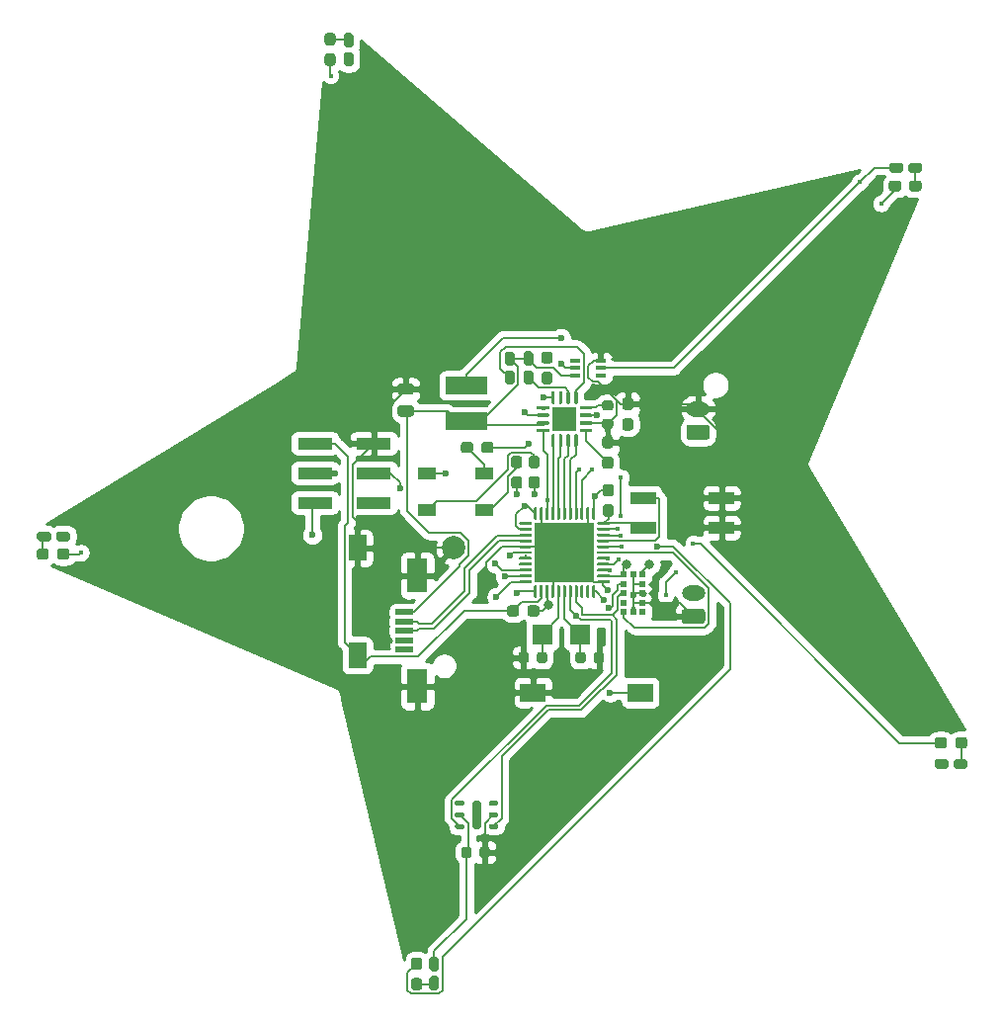
<source format=gbr>
%TF.GenerationSoftware,KiCad,Pcbnew,(5.1.6)-1*%
%TF.CreationDate,2020-12-22T18:13:26+01:00*%
%TF.ProjectId,Christmas pcb,43687269-7374-46d6-9173-207063622e6b,rev?*%
%TF.SameCoordinates,Original*%
%TF.FileFunction,Copper,L1,Top*%
%TF.FilePolarity,Positive*%
%FSLAX46Y46*%
G04 Gerber Fmt 4.6, Leading zero omitted, Abs format (unit mm)*
G04 Created by KiCad (PCBNEW (5.1.6)-1) date 2020-12-22 18:13:26*
%MOMM*%
%LPD*%
G01*
G04 APERTURE LIST*
%TA.AperFunction,SMDPad,CuDef*%
%ADD10R,1.800000X3.000000*%
%TD*%
%TA.AperFunction,SMDPad,CuDef*%
%ADD11R,1.500000X0.500000*%
%TD*%
%TA.AperFunction,ComponentPad*%
%ADD12O,2.000000X1.300000*%
%TD*%
%TA.AperFunction,SMDPad,CuDef*%
%ADD13R,3.600000X1.500000*%
%TD*%
%TA.AperFunction,SMDPad,CuDef*%
%ADD14R,0.508000X0.508000*%
%TD*%
%TA.AperFunction,SMDPad,CuDef*%
%ADD15R,3.000000X1.000000*%
%TD*%
%TA.AperFunction,SMDPad,CuDef*%
%ADD16R,1.750000X1.800000*%
%TD*%
%TA.AperFunction,SMDPad,CuDef*%
%ADD17R,0.900000X0.400000*%
%TD*%
%TA.AperFunction,SMDPad,CuDef*%
%ADD18R,2.150000X2.150000*%
%TD*%
%TA.AperFunction,SMDPad,CuDef*%
%ADD19R,5.200000X5.200000*%
%TD*%
%TA.AperFunction,SMDPad,CuDef*%
%ADD20R,2.160000X1.120000*%
%TD*%
%TA.AperFunction,SMDPad,CuDef*%
%ADD21R,1.600000X2.180000*%
%TD*%
%TA.AperFunction,SMDPad,CuDef*%
%ADD22R,2.180000X1.600000*%
%TD*%
%TA.AperFunction,ComponentPad*%
%ADD23C,2.000000*%
%TD*%
%TA.AperFunction,SMDPad,CuDef*%
%ADD24R,1.500000X1.000000*%
%TD*%
%TA.AperFunction,ViaPad*%
%ADD25C,0.400000*%
%TD*%
%TA.AperFunction,ViaPad*%
%ADD26C,0.600000*%
%TD*%
%TA.AperFunction,ViaPad*%
%ADD27C,0.800000*%
%TD*%
%TA.AperFunction,Conductor*%
%ADD28C,0.200000*%
%TD*%
%TA.AperFunction,Conductor*%
%ADD29C,0.254000*%
%TD*%
G04 APERTURE END LIST*
D10*
%TO.P,J5,6*%
%TO.N,GND*%
X137500000Y-108970000D03*
X137500000Y-118470000D03*
D11*
%TO.P,J5,1*%
%TO.N,OUT*%
X136350000Y-112120000D03*
%TO.P,J5,2*%
%TO.N,D-*%
X136350000Y-112920000D03*
%TO.P,J5,3*%
%TO.N,D+*%
X136350000Y-113720000D03*
%TO.P,J5,4*%
%TO.N,GND*%
X136350000Y-114520000D03*
%TO.P,J5,5*%
X136350000Y-115320000D03*
%TD*%
D12*
%TO.P,J3,2*%
%TO.N,GND*%
X161540000Y-94700000D03*
%TO.P,J3,1*%
%TO.N,NTC*%
%TA.AperFunction,ComponentPad*%
G36*
G01*
X162540000Y-96300000D02*
X162540000Y-97100000D01*
G75*
G02*
X162290000Y-97350000I-250000J0D01*
G01*
X160790000Y-97350000D01*
G75*
G02*
X160540000Y-97100000I0J250000D01*
G01*
X160540000Y-96300000D01*
G75*
G02*
X160790000Y-96050000I250000J0D01*
G01*
X162290000Y-96050000D01*
G75*
G02*
X162540000Y-96300000I0J-250000D01*
G01*
G37*
%TD.AperFunction*%
%TD*%
D13*
%TO.P,L1,2*%
%TO.N,Net-(L1-Pad2)*%
X141660000Y-92680000D03*
%TO.P,L1,1*%
%TO.N,OUT*%
X141660000Y-95730000D03*
%TD*%
D12*
%TO.P,J2,2*%
%TO.N,BAT_POS*%
X161150000Y-110470000D03*
%TO.P,J2,1*%
%TO.N,GND*%
%TA.AperFunction,ComponentPad*%
G36*
G01*
X162150000Y-112070000D02*
X162150000Y-112870000D01*
G75*
G02*
X161900000Y-113120000I-250000J0D01*
G01*
X160400000Y-113120000D01*
G75*
G02*
X160150000Y-112870000I0J250000D01*
G01*
X160150000Y-112070000D01*
G75*
G02*
X160400000Y-111820000I250000J0D01*
G01*
X161900000Y-111820000D01*
G75*
G02*
X162150000Y-112070000I0J-250000D01*
G01*
G37*
%TD.AperFunction*%
%TD*%
%TO.P,U6,7*%
%TO.N,N/C*%
%TA.AperFunction,SMDPad,CuDef*%
G36*
G01*
X142970000Y-128470000D02*
X142970000Y-130470000D01*
G75*
G02*
X142770000Y-130670000I-200000J0D01*
G01*
X142370000Y-130670000D01*
G75*
G02*
X142170000Y-130470000I0J200000D01*
G01*
X142170000Y-128470000D01*
G75*
G02*
X142370000Y-128270000I200000J0D01*
G01*
X142770000Y-128270000D01*
G75*
G02*
X142970000Y-128470000I0J-200000D01*
G01*
G37*
%TD.AperFunction*%
%TO.P,U6,6*%
%TO.N,SCL*%
%TA.AperFunction,SMDPad,CuDef*%
G36*
G01*
X141520000Y-130370000D02*
X141520000Y-130570000D01*
G75*
G02*
X141420000Y-130670000I-100000J0D01*
G01*
X140820000Y-130670000D01*
G75*
G02*
X140720000Y-130570000I0J100000D01*
G01*
X140720000Y-130370000D01*
G75*
G02*
X140820000Y-130270000I100000J0D01*
G01*
X141420000Y-130270000D01*
G75*
G02*
X141520000Y-130370000I0J-100000D01*
G01*
G37*
%TD.AperFunction*%
%TO.P,U6,5*%
%TO.N,+3V3*%
%TA.AperFunction,SMDPad,CuDef*%
G36*
G01*
X141520000Y-129370000D02*
X141520000Y-129570000D01*
G75*
G02*
X141420000Y-129670000I-100000J0D01*
G01*
X140820000Y-129670000D01*
G75*
G02*
X140720000Y-129570000I0J100000D01*
G01*
X140720000Y-129370000D01*
G75*
G02*
X140820000Y-129270000I100000J0D01*
G01*
X141420000Y-129270000D01*
G75*
G02*
X141520000Y-129370000I0J-100000D01*
G01*
G37*
%TD.AperFunction*%
%TO.P,U6,4*%
%TO.N,N/C*%
%TA.AperFunction,SMDPad,CuDef*%
G36*
G01*
X141520000Y-128370000D02*
X141520000Y-128570000D01*
G75*
G02*
X141420000Y-128670000I-100000J0D01*
G01*
X140820000Y-128670000D01*
G75*
G02*
X140720000Y-128570000I0J100000D01*
G01*
X140720000Y-128370000D01*
G75*
G02*
X140820000Y-128270000I100000J0D01*
G01*
X141420000Y-128270000D01*
G75*
G02*
X141520000Y-128370000I0J-100000D01*
G01*
G37*
%TD.AperFunction*%
%TO.P,U6,3*%
%TA.AperFunction,SMDPad,CuDef*%
G36*
G01*
X144420000Y-128370000D02*
X144420000Y-128570000D01*
G75*
G02*
X144320000Y-128670000I-100000J0D01*
G01*
X143720000Y-128670000D01*
G75*
G02*
X143620000Y-128570000I0J100000D01*
G01*
X143620000Y-128370000D01*
G75*
G02*
X143720000Y-128270000I100000J0D01*
G01*
X144320000Y-128270000D01*
G75*
G02*
X144420000Y-128370000I0J-100000D01*
G01*
G37*
%TD.AperFunction*%
%TO.P,U6,2*%
%TO.N,GND*%
%TA.AperFunction,SMDPad,CuDef*%
G36*
G01*
X144420000Y-129370000D02*
X144420000Y-129570000D01*
G75*
G02*
X144320000Y-129670000I-100000J0D01*
G01*
X143720000Y-129670000D01*
G75*
G02*
X143620000Y-129570000I0J100000D01*
G01*
X143620000Y-129370000D01*
G75*
G02*
X143720000Y-129270000I100000J0D01*
G01*
X144320000Y-129270000D01*
G75*
G02*
X144420000Y-129370000I0J-100000D01*
G01*
G37*
%TD.AperFunction*%
%TO.P,U6,1*%
%TO.N,SDA*%
%TA.AperFunction,SMDPad,CuDef*%
G36*
G01*
X144420000Y-130370000D02*
X144420000Y-130570000D01*
G75*
G02*
X144320000Y-130670000I-100000J0D01*
G01*
X143720000Y-130670000D01*
G75*
G02*
X143620000Y-130570000I0J100000D01*
G01*
X143620000Y-130370000D01*
G75*
G02*
X143720000Y-130270000I100000J0D01*
G01*
X144320000Y-130270000D01*
G75*
G02*
X144420000Y-130370000I0J-100000D01*
G01*
G37*
%TD.AperFunction*%
%TD*%
D14*
%TO.P,U5,2*%
%TO.N,GND*%
X156799948Y-109699999D03*
%TO.P,U5,3*%
X156799948Y-110500000D03*
%TO.P,U5,4*%
X156799948Y-111300001D03*
%TO.P,U5,5*%
%TO.N,XSHUT*%
X156800001Y-112100200D03*
%TO.P,U5,6*%
%TO.N,GND*%
X156000000Y-112100200D03*
%TO.P,U5,7*%
%TO.N,INT_REQ*%
X155199999Y-112100200D03*
%TO.P,U5,8*%
%TO.N,N/C*%
X155200052Y-111300001D03*
%TO.P,U5,9*%
%TO.N,SDA*%
X155200052Y-110500000D03*
%TO.P,U5,10*%
%TO.N,SCL*%
X155200052Y-109699999D03*
%TO.P,U5,11*%
%TO.N,+3V3*%
X155199999Y-108899800D03*
%TO.P,U5,12*%
%TO.N,GND*%
X156000000Y-108899800D03*
%TO.P,U5,1*%
%TO.N,+3V3*%
X156800001Y-108899800D03*
%TD*%
D15*
%TO.P,J1,6*%
%TO.N,GND*%
X133750000Y-97650000D03*
%TO.P,J1,5*%
%TO.N,RST*%
X128710000Y-97650000D03*
%TO.P,J1,4*%
%TO.N,MOSI*%
X133750000Y-100190000D03*
%TO.P,J1,3*%
%TO.N,SCK*%
X128710000Y-100190000D03*
%TO.P,J1,2*%
%TO.N,+3V3*%
X133750000Y-102730000D03*
%TO.P,J1,1*%
%TO.N,MISO*%
X128710000Y-102730000D03*
%TD*%
D16*
%TO.P,Y1,2*%
%TO.N,Net-(C2-Pad1)*%
X148200000Y-114000000D03*
%TO.P,Y1,1*%
%TO.N,Net-(C1-Pad1)*%
X151450000Y-114000000D03*
%TD*%
D17*
%TO.P,U4,6*%
%TO.N,OUT*%
X151000000Y-91850000D03*
%TO.P,U4,4*%
%TO.N,+3V3*%
X151000000Y-90550000D03*
%TO.P,U4,2*%
X153200000Y-91200000D03*
%TO.P,U4,5*%
%TO.N,Net-(L1-Pad2)*%
X151000000Y-91200000D03*
%TO.P,U4,3*%
%TO.N,GND*%
X153200000Y-90550000D03*
%TO.P,U4,1*%
%TO.N,OUT*%
X153200000Y-91850000D03*
%TD*%
D18*
%TO.P,U2,17*%
%TO.N,GND*%
X150100000Y-95570000D03*
%TO.P,U2,16*%
%TO.N,NTC*%
%TA.AperFunction,SMDPad,CuDef*%
G36*
G01*
X148975000Y-94195000D02*
X148975000Y-93270000D01*
G75*
G02*
X149050000Y-93195000I75000J0D01*
G01*
X149200000Y-93195000D01*
G75*
G02*
X149275000Y-93270000I0J-75000D01*
G01*
X149275000Y-94195000D01*
G75*
G02*
X149200000Y-94270000I-75000J0D01*
G01*
X149050000Y-94270000D01*
G75*
G02*
X148975000Y-94195000I0J75000D01*
G01*
G37*
%TD.AperFunction*%
%TO.P,U2,15*%
%TO.N,Net-(R4-Pad1)*%
%TA.AperFunction,SMDPad,CuDef*%
G36*
G01*
X149625000Y-94195000D02*
X149625000Y-93270000D01*
G75*
G02*
X149700000Y-93195000I75000J0D01*
G01*
X149850000Y-93195000D01*
G75*
G02*
X149925000Y-93270000I0J-75000D01*
G01*
X149925000Y-94195000D01*
G75*
G02*
X149850000Y-94270000I-75000J0D01*
G01*
X149700000Y-94270000D01*
G75*
G02*
X149625000Y-94195000I0J75000D01*
G01*
G37*
%TD.AperFunction*%
%TO.P,U2,14*%
%TO.N,Net-(D1-Pad1)*%
%TA.AperFunction,SMDPad,CuDef*%
G36*
G01*
X150275000Y-94195000D02*
X150275000Y-93270000D01*
G75*
G02*
X150350000Y-93195000I75000J0D01*
G01*
X150500000Y-93195000D01*
G75*
G02*
X150575000Y-93270000I0J-75000D01*
G01*
X150575000Y-94195000D01*
G75*
G02*
X150500000Y-94270000I-75000J0D01*
G01*
X150350000Y-94270000D01*
G75*
G02*
X150275000Y-94195000I0J75000D01*
G01*
G37*
%TD.AperFunction*%
%TO.P,U2,13*%
%TO.N,Net-(D2-Pad1)*%
%TA.AperFunction,SMDPad,CuDef*%
G36*
G01*
X150925000Y-94195000D02*
X150925000Y-93270000D01*
G75*
G02*
X151000000Y-93195000I75000J0D01*
G01*
X151150000Y-93195000D01*
G75*
G02*
X151225000Y-93270000I0J-75000D01*
G01*
X151225000Y-94195000D01*
G75*
G02*
X151150000Y-94270000I-75000J0D01*
G01*
X151000000Y-94270000D01*
G75*
G02*
X150925000Y-94195000I0J75000D01*
G01*
G37*
%TD.AperFunction*%
%TO.P,U2,12*%
%TO.N,Net-(C3-Pad1)*%
%TA.AperFunction,SMDPad,CuDef*%
G36*
G01*
X151400000Y-94670000D02*
X151400000Y-94520000D01*
G75*
G02*
X151475000Y-94445000I75000J0D01*
G01*
X152400000Y-94445000D01*
G75*
G02*
X152475000Y-94520000I0J-75000D01*
G01*
X152475000Y-94670000D01*
G75*
G02*
X152400000Y-94745000I-75000J0D01*
G01*
X151475000Y-94745000D01*
G75*
G02*
X151400000Y-94670000I0J75000D01*
G01*
G37*
%TD.AperFunction*%
%TO.P,U2,11*%
%TO.N,Net-(R2-Pad1)*%
%TA.AperFunction,SMDPad,CuDef*%
G36*
G01*
X151400000Y-95320000D02*
X151400000Y-95170000D01*
G75*
G02*
X151475000Y-95095000I75000J0D01*
G01*
X152400000Y-95095000D01*
G75*
G02*
X152475000Y-95170000I0J-75000D01*
G01*
X152475000Y-95320000D01*
G75*
G02*
X152400000Y-95395000I-75000J0D01*
G01*
X151475000Y-95395000D01*
G75*
G02*
X151400000Y-95320000I0J75000D01*
G01*
G37*
%TD.AperFunction*%
%TO.P,U2,10*%
%TO.N,GND*%
%TA.AperFunction,SMDPad,CuDef*%
G36*
G01*
X151400000Y-95970000D02*
X151400000Y-95820000D01*
G75*
G02*
X151475000Y-95745000I75000J0D01*
G01*
X152400000Y-95745000D01*
G75*
G02*
X152475000Y-95820000I0J-75000D01*
G01*
X152475000Y-95970000D01*
G75*
G02*
X152400000Y-96045000I-75000J0D01*
G01*
X151475000Y-96045000D01*
G75*
G02*
X151400000Y-95970000I0J75000D01*
G01*
G37*
%TD.AperFunction*%
%TO.P,U2,9*%
%TO.N,Net-(R1-Pad1)*%
%TA.AperFunction,SMDPad,CuDef*%
G36*
G01*
X151400000Y-96620000D02*
X151400000Y-96470000D01*
G75*
G02*
X151475000Y-96395000I75000J0D01*
G01*
X152400000Y-96395000D01*
G75*
G02*
X152475000Y-96470000I0J-75000D01*
G01*
X152475000Y-96620000D01*
G75*
G02*
X152400000Y-96695000I-75000J0D01*
G01*
X151475000Y-96695000D01*
G75*
G02*
X151400000Y-96620000I0J75000D01*
G01*
G37*
%TD.AperFunction*%
%TO.P,U2,8*%
%TO.N,PMODE*%
%TA.AperFunction,SMDPad,CuDef*%
G36*
G01*
X150925000Y-97870000D02*
X150925000Y-96945000D01*
G75*
G02*
X151000000Y-96870000I75000J0D01*
G01*
X151150000Y-96870000D01*
G75*
G02*
X151225000Y-96945000I0J-75000D01*
G01*
X151225000Y-97870000D01*
G75*
G02*
X151150000Y-97945000I-75000J0D01*
G01*
X151000000Y-97945000D01*
G75*
G02*
X150925000Y-97870000I0J75000D01*
G01*
G37*
%TD.AperFunction*%
%TO.P,U2,7*%
%TO.N,SUSP*%
%TA.AperFunction,SMDPad,CuDef*%
G36*
G01*
X150275000Y-97870000D02*
X150275000Y-96945000D01*
G75*
G02*
X150350000Y-96870000I75000J0D01*
G01*
X150500000Y-96870000D01*
G75*
G02*
X150575000Y-96945000I0J-75000D01*
G01*
X150575000Y-97870000D01*
G75*
G02*
X150500000Y-97945000I-75000J0D01*
G01*
X150350000Y-97945000D01*
G75*
G02*
X150275000Y-97870000I0J75000D01*
G01*
G37*
%TD.AperFunction*%
%TO.P,U2,6*%
%TO.N,SHDN*%
%TA.AperFunction,SMDPad,CuDef*%
G36*
G01*
X149625000Y-97870000D02*
X149625000Y-96945000D01*
G75*
G02*
X149700000Y-96870000I75000J0D01*
G01*
X149850000Y-96870000D01*
G75*
G02*
X149925000Y-96945000I0J-75000D01*
G01*
X149925000Y-97870000D01*
G75*
G02*
X149850000Y-97945000I-75000J0D01*
G01*
X149700000Y-97945000D01*
G75*
G02*
X149625000Y-97870000I0J75000D01*
G01*
G37*
%TD.AperFunction*%
%TO.P,U2,5*%
%TO.N,DCH*%
%TA.AperFunction,SMDPad,CuDef*%
G36*
G01*
X148975000Y-97870000D02*
X148975000Y-96945000D01*
G75*
G02*
X149050000Y-96870000I75000J0D01*
G01*
X149200000Y-96870000D01*
G75*
G02*
X149275000Y-96945000I0J-75000D01*
G01*
X149275000Y-97870000D01*
G75*
G02*
X149200000Y-97945000I-75000J0D01*
G01*
X149050000Y-97945000D01*
G75*
G02*
X148975000Y-97870000I0J75000D01*
G01*
G37*
%TD.AperFunction*%
%TO.P,U2,4*%
%TO.N,+3V3*%
%TA.AperFunction,SMDPad,CuDef*%
G36*
G01*
X147725000Y-96620000D02*
X147725000Y-96470000D01*
G75*
G02*
X147800000Y-96395000I75000J0D01*
G01*
X148725000Y-96395000D01*
G75*
G02*
X148800000Y-96470000I0J-75000D01*
G01*
X148800000Y-96620000D01*
G75*
G02*
X148725000Y-96695000I-75000J0D01*
G01*
X147800000Y-96695000D01*
G75*
G02*
X147725000Y-96620000I0J75000D01*
G01*
G37*
%TD.AperFunction*%
%TO.P,U2,3*%
%TO.N,OUT*%
%TA.AperFunction,SMDPad,CuDef*%
G36*
G01*
X147725000Y-95970000D02*
X147725000Y-95820000D01*
G75*
G02*
X147800000Y-95745000I75000J0D01*
G01*
X148725000Y-95745000D01*
G75*
G02*
X148800000Y-95820000I0J-75000D01*
G01*
X148800000Y-95970000D01*
G75*
G02*
X148725000Y-96045000I-75000J0D01*
G01*
X147800000Y-96045000D01*
G75*
G02*
X147725000Y-95970000I0J75000D01*
G01*
G37*
%TD.AperFunction*%
%TO.P,U2,2*%
%TO.N,BAT_POS*%
%TA.AperFunction,SMDPad,CuDef*%
G36*
G01*
X147725000Y-95320000D02*
X147725000Y-95170000D01*
G75*
G02*
X147800000Y-95095000I75000J0D01*
G01*
X148725000Y-95095000D01*
G75*
G02*
X148800000Y-95170000I0J-75000D01*
G01*
X148800000Y-95320000D01*
G75*
G02*
X148725000Y-95395000I-75000J0D01*
G01*
X147800000Y-95395000D01*
G75*
G02*
X147725000Y-95320000I0J75000D01*
G01*
G37*
%TD.AperFunction*%
%TO.P,U2,1*%
%TO.N,+3V3*%
%TA.AperFunction,SMDPad,CuDef*%
G36*
G01*
X147725000Y-94670000D02*
X147725000Y-94520000D01*
G75*
G02*
X147800000Y-94445000I75000J0D01*
G01*
X148725000Y-94445000D01*
G75*
G02*
X148800000Y-94520000I0J-75000D01*
G01*
X148800000Y-94670000D01*
G75*
G02*
X148725000Y-94745000I-75000J0D01*
G01*
X147800000Y-94745000D01*
G75*
G02*
X147725000Y-94670000I0J75000D01*
G01*
G37*
%TD.AperFunction*%
%TD*%
D19*
%TO.P,U1,45*%
%TO.N,GND*%
X150100000Y-107000000D03*
%TO.P,U1,44*%
%TO.N,+3V3*%
%TA.AperFunction,SMDPad,CuDef*%
G36*
G01*
X147475000Y-104137500D02*
X147475000Y-103187500D01*
G75*
G02*
X147537500Y-103125000I62500J0D01*
G01*
X147662500Y-103125000D01*
G75*
G02*
X147725000Y-103187500I0J-62500D01*
G01*
X147725000Y-104137500D01*
G75*
G02*
X147662500Y-104200000I-62500J0D01*
G01*
X147537500Y-104200000D01*
G75*
G02*
X147475000Y-104137500I0J62500D01*
G01*
G37*
%TD.AperFunction*%
%TO.P,U1,43*%
%TO.N,GND*%
%TA.AperFunction,SMDPad,CuDef*%
G36*
G01*
X147975000Y-104137500D02*
X147975000Y-103187500D01*
G75*
G02*
X148037500Y-103125000I62500J0D01*
G01*
X148162500Y-103125000D01*
G75*
G02*
X148225000Y-103187500I0J-62500D01*
G01*
X148225000Y-104137500D01*
G75*
G02*
X148162500Y-104200000I-62500J0D01*
G01*
X148037500Y-104200000D01*
G75*
G02*
X147975000Y-104137500I0J62500D01*
G01*
G37*
%TD.AperFunction*%
%TO.P,U1,42*%
%TO.N,+3V3*%
%TA.AperFunction,SMDPad,CuDef*%
G36*
G01*
X148475000Y-104137500D02*
X148475000Y-103187500D01*
G75*
G02*
X148537500Y-103125000I62500J0D01*
G01*
X148662500Y-103125000D01*
G75*
G02*
X148725000Y-103187500I0J-62500D01*
G01*
X148725000Y-104137500D01*
G75*
G02*
X148662500Y-104200000I-62500J0D01*
G01*
X148537500Y-104200000D01*
G75*
G02*
X148475000Y-104137500I0J62500D01*
G01*
G37*
%TD.AperFunction*%
%TO.P,U1,41*%
%TO.N,DCH*%
%TA.AperFunction,SMDPad,CuDef*%
G36*
G01*
X148975000Y-104137500D02*
X148975000Y-103187500D01*
G75*
G02*
X149037500Y-103125000I62500J0D01*
G01*
X149162500Y-103125000D01*
G75*
G02*
X149225000Y-103187500I0J-62500D01*
G01*
X149225000Y-104137500D01*
G75*
G02*
X149162500Y-104200000I-62500J0D01*
G01*
X149037500Y-104200000D01*
G75*
G02*
X148975000Y-104137500I0J62500D01*
G01*
G37*
%TD.AperFunction*%
%TO.P,U1,40*%
%TO.N,SHDN*%
%TA.AperFunction,SMDPad,CuDef*%
G36*
G01*
X149475000Y-104137500D02*
X149475000Y-103187500D01*
G75*
G02*
X149537500Y-103125000I62500J0D01*
G01*
X149662500Y-103125000D01*
G75*
G02*
X149725000Y-103187500I0J-62500D01*
G01*
X149725000Y-104137500D01*
G75*
G02*
X149662500Y-104200000I-62500J0D01*
G01*
X149537500Y-104200000D01*
G75*
G02*
X149475000Y-104137500I0J62500D01*
G01*
G37*
%TD.AperFunction*%
%TO.P,U1,39*%
%TO.N,SUSP*%
%TA.AperFunction,SMDPad,CuDef*%
G36*
G01*
X149975000Y-104137500D02*
X149975000Y-103187500D01*
G75*
G02*
X150037500Y-103125000I62500J0D01*
G01*
X150162500Y-103125000D01*
G75*
G02*
X150225000Y-103187500I0J-62500D01*
G01*
X150225000Y-104137500D01*
G75*
G02*
X150162500Y-104200000I-62500J0D01*
G01*
X150037500Y-104200000D01*
G75*
G02*
X149975000Y-104137500I0J62500D01*
G01*
G37*
%TD.AperFunction*%
%TO.P,U1,38*%
%TO.N,PMODE*%
%TA.AperFunction,SMDPad,CuDef*%
G36*
G01*
X150475000Y-104137500D02*
X150475000Y-103187500D01*
G75*
G02*
X150537500Y-103125000I62500J0D01*
G01*
X150662500Y-103125000D01*
G75*
G02*
X150725000Y-103187500I0J-62500D01*
G01*
X150725000Y-104137500D01*
G75*
G02*
X150662500Y-104200000I-62500J0D01*
G01*
X150537500Y-104200000D01*
G75*
G02*
X150475000Y-104137500I0J62500D01*
G01*
G37*
%TD.AperFunction*%
%TO.P,U1,37*%
%TO.N,L2*%
%TA.AperFunction,SMDPad,CuDef*%
G36*
G01*
X150975000Y-104137500D02*
X150975000Y-103187500D01*
G75*
G02*
X151037500Y-103125000I62500J0D01*
G01*
X151162500Y-103125000D01*
G75*
G02*
X151225000Y-103187500I0J-62500D01*
G01*
X151225000Y-104137500D01*
G75*
G02*
X151162500Y-104200000I-62500J0D01*
G01*
X151037500Y-104200000D01*
G75*
G02*
X150975000Y-104137500I0J62500D01*
G01*
G37*
%TD.AperFunction*%
%TO.P,U1,36*%
%TO.N,L1*%
%TA.AperFunction,SMDPad,CuDef*%
G36*
G01*
X151475000Y-104137500D02*
X151475000Y-103187500D01*
G75*
G02*
X151537500Y-103125000I62500J0D01*
G01*
X151662500Y-103125000D01*
G75*
G02*
X151725000Y-103187500I0J-62500D01*
G01*
X151725000Y-104137500D01*
G75*
G02*
X151662500Y-104200000I-62500J0D01*
G01*
X151537500Y-104200000D01*
G75*
G02*
X151475000Y-104137500I0J62500D01*
G01*
G37*
%TD.AperFunction*%
%TO.P,U1,35*%
%TO.N,GND*%
%TA.AperFunction,SMDPad,CuDef*%
G36*
G01*
X151975000Y-104137500D02*
X151975000Y-103187500D01*
G75*
G02*
X152037500Y-103125000I62500J0D01*
G01*
X152162500Y-103125000D01*
G75*
G02*
X152225000Y-103187500I0J-62500D01*
G01*
X152225000Y-104137500D01*
G75*
G02*
X152162500Y-104200000I-62500J0D01*
G01*
X152037500Y-104200000D01*
G75*
G02*
X151975000Y-104137500I0J62500D01*
G01*
G37*
%TD.AperFunction*%
%TO.P,U1,34*%
%TO.N,+3V3*%
%TA.AperFunction,SMDPad,CuDef*%
G36*
G01*
X152475000Y-104137500D02*
X152475000Y-103187500D01*
G75*
G02*
X152537500Y-103125000I62500J0D01*
G01*
X152662500Y-103125000D01*
G75*
G02*
X152725000Y-103187500I0J-62500D01*
G01*
X152725000Y-104137500D01*
G75*
G02*
X152662500Y-104200000I-62500J0D01*
G01*
X152537500Y-104200000D01*
G75*
G02*
X152475000Y-104137500I0J62500D01*
G01*
G37*
%TD.AperFunction*%
%TO.P,U1,33*%
%TO.N,HWB*%
%TA.AperFunction,SMDPad,CuDef*%
G36*
G01*
X152900000Y-104562500D02*
X152900000Y-104437500D01*
G75*
G02*
X152962500Y-104375000I62500J0D01*
G01*
X153912500Y-104375000D01*
G75*
G02*
X153975000Y-104437500I0J-62500D01*
G01*
X153975000Y-104562500D01*
G75*
G02*
X153912500Y-104625000I-62500J0D01*
G01*
X152962500Y-104625000D01*
G75*
G02*
X152900000Y-104562500I0J62500D01*
G01*
G37*
%TD.AperFunction*%
%TO.P,U1,32*%
%TO.N,G_PWM*%
%TA.AperFunction,SMDPad,CuDef*%
G36*
G01*
X152900000Y-105062500D02*
X152900000Y-104937500D01*
G75*
G02*
X152962500Y-104875000I62500J0D01*
G01*
X153912500Y-104875000D01*
G75*
G02*
X153975000Y-104937500I0J-62500D01*
G01*
X153975000Y-105062500D01*
G75*
G02*
X153912500Y-105125000I-62500J0D01*
G01*
X152962500Y-105125000D01*
G75*
G02*
X152900000Y-105062500I0J62500D01*
G01*
G37*
%TD.AperFunction*%
%TO.P,U1,31*%
%TO.N,R_PWM*%
%TA.AperFunction,SMDPad,CuDef*%
G36*
G01*
X152900000Y-105562500D02*
X152900000Y-105437500D01*
G75*
G02*
X152962500Y-105375000I62500J0D01*
G01*
X153912500Y-105375000D01*
G75*
G02*
X153975000Y-105437500I0J-62500D01*
G01*
X153975000Y-105562500D01*
G75*
G02*
X153912500Y-105625000I-62500J0D01*
G01*
X152962500Y-105625000D01*
G75*
G02*
X152900000Y-105562500I0J62500D01*
G01*
G37*
%TD.AperFunction*%
%TO.P,U1,30*%
%TO.N,OP_MODE*%
%TA.AperFunction,SMDPad,CuDef*%
G36*
G01*
X152900000Y-106062500D02*
X152900000Y-105937500D01*
G75*
G02*
X152962500Y-105875000I62500J0D01*
G01*
X153912500Y-105875000D01*
G75*
G02*
X153975000Y-105937500I0J-62500D01*
G01*
X153975000Y-106062500D01*
G75*
G02*
X153912500Y-106125000I-62500J0D01*
G01*
X152962500Y-106125000D01*
G75*
G02*
X152900000Y-106062500I0J62500D01*
G01*
G37*
%TD.AperFunction*%
%TO.P,U1,29*%
%TO.N,B_PWM*%
%TA.AperFunction,SMDPad,CuDef*%
G36*
G01*
X152900000Y-106562500D02*
X152900000Y-106437500D01*
G75*
G02*
X152962500Y-106375000I62500J0D01*
G01*
X153912500Y-106375000D01*
G75*
G02*
X153975000Y-106437500I0J-62500D01*
G01*
X153975000Y-106562500D01*
G75*
G02*
X153912500Y-106625000I-62500J0D01*
G01*
X152962500Y-106625000D01*
G75*
G02*
X152900000Y-106562500I0J62500D01*
G01*
G37*
%TD.AperFunction*%
%TO.P,U1,28*%
%TO.N,INT_REQ*%
%TA.AperFunction,SMDPad,CuDef*%
G36*
G01*
X152900000Y-107062500D02*
X152900000Y-106937500D01*
G75*
G02*
X152962500Y-106875000I62500J0D01*
G01*
X153912500Y-106875000D01*
G75*
G02*
X153975000Y-106937500I0J-62500D01*
G01*
X153975000Y-107062500D01*
G75*
G02*
X153912500Y-107125000I-62500J0D01*
G01*
X152962500Y-107125000D01*
G75*
G02*
X152900000Y-107062500I0J62500D01*
G01*
G37*
%TD.AperFunction*%
%TO.P,U1,27*%
%TO.N,L3*%
%TA.AperFunction,SMDPad,CuDef*%
G36*
G01*
X152900000Y-107562500D02*
X152900000Y-107437500D01*
G75*
G02*
X152962500Y-107375000I62500J0D01*
G01*
X153912500Y-107375000D01*
G75*
G02*
X153975000Y-107437500I0J-62500D01*
G01*
X153975000Y-107562500D01*
G75*
G02*
X153912500Y-107625000I-62500J0D01*
G01*
X152962500Y-107625000D01*
G75*
G02*
X152900000Y-107562500I0J62500D01*
G01*
G37*
%TD.AperFunction*%
%TO.P,U1,26*%
%TO.N,L4*%
%TA.AperFunction,SMDPad,CuDef*%
G36*
G01*
X152900000Y-108062500D02*
X152900000Y-107937500D01*
G75*
G02*
X152962500Y-107875000I62500J0D01*
G01*
X153912500Y-107875000D01*
G75*
G02*
X153975000Y-107937500I0J-62500D01*
G01*
X153975000Y-108062500D01*
G75*
G02*
X153912500Y-108125000I-62500J0D01*
G01*
X152962500Y-108125000D01*
G75*
G02*
X152900000Y-108062500I0J62500D01*
G01*
G37*
%TD.AperFunction*%
%TO.P,U1,25*%
%TO.N,XSHUT*%
%TA.AperFunction,SMDPad,CuDef*%
G36*
G01*
X152900000Y-108562500D02*
X152900000Y-108437500D01*
G75*
G02*
X152962500Y-108375000I62500J0D01*
G01*
X153912500Y-108375000D01*
G75*
G02*
X153975000Y-108437500I0J-62500D01*
G01*
X153975000Y-108562500D01*
G75*
G02*
X153912500Y-108625000I-62500J0D01*
G01*
X152962500Y-108625000D01*
G75*
G02*
X152900000Y-108562500I0J62500D01*
G01*
G37*
%TD.AperFunction*%
%TO.P,U1,24*%
%TO.N,+3V3*%
%TA.AperFunction,SMDPad,CuDef*%
G36*
G01*
X152900000Y-109062500D02*
X152900000Y-108937500D01*
G75*
G02*
X152962500Y-108875000I62500J0D01*
G01*
X153912500Y-108875000D01*
G75*
G02*
X153975000Y-108937500I0J-62500D01*
G01*
X153975000Y-109062500D01*
G75*
G02*
X153912500Y-109125000I-62500J0D01*
G01*
X152962500Y-109125000D01*
G75*
G02*
X152900000Y-109062500I0J62500D01*
G01*
G37*
%TD.AperFunction*%
%TO.P,U1,23*%
%TO.N,GND*%
%TA.AperFunction,SMDPad,CuDef*%
G36*
G01*
X152900000Y-109562500D02*
X152900000Y-109437500D01*
G75*
G02*
X152962500Y-109375000I62500J0D01*
G01*
X153912500Y-109375000D01*
G75*
G02*
X153975000Y-109437500I0J-62500D01*
G01*
X153975000Y-109562500D01*
G75*
G02*
X153912500Y-109625000I-62500J0D01*
G01*
X152962500Y-109625000D01*
G75*
G02*
X152900000Y-109562500I0J62500D01*
G01*
G37*
%TD.AperFunction*%
%TO.P,U1,22*%
%TO.N,L5*%
%TA.AperFunction,SMDPad,CuDef*%
G36*
G01*
X152475000Y-110812500D02*
X152475000Y-109862500D01*
G75*
G02*
X152537500Y-109800000I62500J0D01*
G01*
X152662500Y-109800000D01*
G75*
G02*
X152725000Y-109862500I0J-62500D01*
G01*
X152725000Y-110812500D01*
G75*
G02*
X152662500Y-110875000I-62500J0D01*
G01*
X152537500Y-110875000D01*
G75*
G02*
X152475000Y-110812500I0J62500D01*
G01*
G37*
%TD.AperFunction*%
%TO.P,U1,21*%
%TO.N,N/C*%
%TA.AperFunction,SMDPad,CuDef*%
G36*
G01*
X151975000Y-110812500D02*
X151975000Y-109862500D01*
G75*
G02*
X152037500Y-109800000I62500J0D01*
G01*
X152162500Y-109800000D01*
G75*
G02*
X152225000Y-109862500I0J-62500D01*
G01*
X152225000Y-110812500D01*
G75*
G02*
X152162500Y-110875000I-62500J0D01*
G01*
X152037500Y-110875000D01*
G75*
G02*
X151975000Y-110812500I0J62500D01*
G01*
G37*
%TD.AperFunction*%
%TO.P,U1,20*%
%TA.AperFunction,SMDPad,CuDef*%
G36*
G01*
X151475000Y-110812500D02*
X151475000Y-109862500D01*
G75*
G02*
X151537500Y-109800000I62500J0D01*
G01*
X151662500Y-109800000D01*
G75*
G02*
X151725000Y-109862500I0J-62500D01*
G01*
X151725000Y-110812500D01*
G75*
G02*
X151662500Y-110875000I-62500J0D01*
G01*
X151537500Y-110875000D01*
G75*
G02*
X151475000Y-110812500I0J62500D01*
G01*
G37*
%TD.AperFunction*%
%TO.P,U1,19*%
%TO.N,SDA*%
%TA.AperFunction,SMDPad,CuDef*%
G36*
G01*
X150975000Y-110812500D02*
X150975000Y-109862500D01*
G75*
G02*
X151037500Y-109800000I62500J0D01*
G01*
X151162500Y-109800000D01*
G75*
G02*
X151225000Y-109862500I0J-62500D01*
G01*
X151225000Y-110812500D01*
G75*
G02*
X151162500Y-110875000I-62500J0D01*
G01*
X151037500Y-110875000D01*
G75*
G02*
X150975000Y-110812500I0J62500D01*
G01*
G37*
%TD.AperFunction*%
%TO.P,U1,18*%
%TO.N,SCL*%
%TA.AperFunction,SMDPad,CuDef*%
G36*
G01*
X150475000Y-110812500D02*
X150475000Y-109862500D01*
G75*
G02*
X150537500Y-109800000I62500J0D01*
G01*
X150662500Y-109800000D01*
G75*
G02*
X150725000Y-109862500I0J-62500D01*
G01*
X150725000Y-110812500D01*
G75*
G02*
X150662500Y-110875000I-62500J0D01*
G01*
X150537500Y-110875000D01*
G75*
G02*
X150475000Y-110812500I0J62500D01*
G01*
G37*
%TD.AperFunction*%
%TO.P,U1,17*%
%TO.N,Net-(C1-Pad1)*%
%TA.AperFunction,SMDPad,CuDef*%
G36*
G01*
X149975000Y-110812500D02*
X149975000Y-109862500D01*
G75*
G02*
X150037500Y-109800000I62500J0D01*
G01*
X150162500Y-109800000D01*
G75*
G02*
X150225000Y-109862500I0J-62500D01*
G01*
X150225000Y-110812500D01*
G75*
G02*
X150162500Y-110875000I-62500J0D01*
G01*
X150037500Y-110875000D01*
G75*
G02*
X149975000Y-110812500I0J62500D01*
G01*
G37*
%TD.AperFunction*%
%TO.P,U1,16*%
%TO.N,Net-(C2-Pad1)*%
%TA.AperFunction,SMDPad,CuDef*%
G36*
G01*
X149475000Y-110812500D02*
X149475000Y-109862500D01*
G75*
G02*
X149537500Y-109800000I62500J0D01*
G01*
X149662500Y-109800000D01*
G75*
G02*
X149725000Y-109862500I0J-62500D01*
G01*
X149725000Y-110812500D01*
G75*
G02*
X149662500Y-110875000I-62500J0D01*
G01*
X149537500Y-110875000D01*
G75*
G02*
X149475000Y-110812500I0J62500D01*
G01*
G37*
%TD.AperFunction*%
%TO.P,U1,15*%
%TO.N,GND*%
%TA.AperFunction,SMDPad,CuDef*%
G36*
G01*
X148975000Y-110812500D02*
X148975000Y-109862500D01*
G75*
G02*
X149037500Y-109800000I62500J0D01*
G01*
X149162500Y-109800000D01*
G75*
G02*
X149225000Y-109862500I0J-62500D01*
G01*
X149225000Y-110812500D01*
G75*
G02*
X149162500Y-110875000I-62500J0D01*
G01*
X149037500Y-110875000D01*
G75*
G02*
X148975000Y-110812500I0J62500D01*
G01*
G37*
%TD.AperFunction*%
%TO.P,U1,14*%
%TO.N,+3V3*%
%TA.AperFunction,SMDPad,CuDef*%
G36*
G01*
X148475000Y-110812500D02*
X148475000Y-109862500D01*
G75*
G02*
X148537500Y-109800000I62500J0D01*
G01*
X148662500Y-109800000D01*
G75*
G02*
X148725000Y-109862500I0J-62500D01*
G01*
X148725000Y-110812500D01*
G75*
G02*
X148662500Y-110875000I-62500J0D01*
G01*
X148537500Y-110875000D01*
G75*
G02*
X148475000Y-110812500I0J62500D01*
G01*
G37*
%TD.AperFunction*%
%TO.P,U1,13*%
%TO.N,RST*%
%TA.AperFunction,SMDPad,CuDef*%
G36*
G01*
X147975000Y-110812500D02*
X147975000Y-109862500D01*
G75*
G02*
X148037500Y-109800000I62500J0D01*
G01*
X148162500Y-109800000D01*
G75*
G02*
X148225000Y-109862500I0J-62500D01*
G01*
X148225000Y-110812500D01*
G75*
G02*
X148162500Y-110875000I-62500J0D01*
G01*
X148037500Y-110875000D01*
G75*
G02*
X147975000Y-110812500I0J62500D01*
G01*
G37*
%TD.AperFunction*%
%TO.P,U1,12*%
%TO.N,TS*%
%TA.AperFunction,SMDPad,CuDef*%
G36*
G01*
X147475000Y-110812500D02*
X147475000Y-109862500D01*
G75*
G02*
X147537500Y-109800000I62500J0D01*
G01*
X147662500Y-109800000D01*
G75*
G02*
X147725000Y-109862500I0J-62500D01*
G01*
X147725000Y-110812500D01*
G75*
G02*
X147662500Y-110875000I-62500J0D01*
G01*
X147537500Y-110875000D01*
G75*
G02*
X147475000Y-110812500I0J62500D01*
G01*
G37*
%TD.AperFunction*%
%TO.P,U1,11*%
%TO.N,MISO*%
%TA.AperFunction,SMDPad,CuDef*%
G36*
G01*
X146225000Y-109562500D02*
X146225000Y-109437500D01*
G75*
G02*
X146287500Y-109375000I62500J0D01*
G01*
X147237500Y-109375000D01*
G75*
G02*
X147300000Y-109437500I0J-62500D01*
G01*
X147300000Y-109562500D01*
G75*
G02*
X147237500Y-109625000I-62500J0D01*
G01*
X146287500Y-109625000D01*
G75*
G02*
X146225000Y-109562500I0J62500D01*
G01*
G37*
%TD.AperFunction*%
%TO.P,U1,10*%
%TO.N,MOSI*%
%TA.AperFunction,SMDPad,CuDef*%
G36*
G01*
X146225000Y-109062500D02*
X146225000Y-108937500D01*
G75*
G02*
X146287500Y-108875000I62500J0D01*
G01*
X147237500Y-108875000D01*
G75*
G02*
X147300000Y-108937500I0J-62500D01*
G01*
X147300000Y-109062500D01*
G75*
G02*
X147237500Y-109125000I-62500J0D01*
G01*
X146287500Y-109125000D01*
G75*
G02*
X146225000Y-109062500I0J62500D01*
G01*
G37*
%TD.AperFunction*%
%TO.P,U1,9*%
%TO.N,SCK*%
%TA.AperFunction,SMDPad,CuDef*%
G36*
G01*
X146225000Y-108562500D02*
X146225000Y-108437500D01*
G75*
G02*
X146287500Y-108375000I62500J0D01*
G01*
X147237500Y-108375000D01*
G75*
G02*
X147300000Y-108437500I0J-62500D01*
G01*
X147300000Y-108562500D01*
G75*
G02*
X147237500Y-108625000I-62500J0D01*
G01*
X146287500Y-108625000D01*
G75*
G02*
X146225000Y-108562500I0J62500D01*
G01*
G37*
%TD.AperFunction*%
%TO.P,U1,8*%
%TO.N,N/C*%
%TA.AperFunction,SMDPad,CuDef*%
G36*
G01*
X146225000Y-108062500D02*
X146225000Y-107937500D01*
G75*
G02*
X146287500Y-107875000I62500J0D01*
G01*
X147237500Y-107875000D01*
G75*
G02*
X147300000Y-107937500I0J-62500D01*
G01*
X147300000Y-108062500D01*
G75*
G02*
X147237500Y-108125000I-62500J0D01*
G01*
X146287500Y-108125000D01*
G75*
G02*
X146225000Y-108062500I0J62500D01*
G01*
G37*
%TD.AperFunction*%
%TO.P,U1,7*%
%TO.N,+3V3*%
%TA.AperFunction,SMDPad,CuDef*%
G36*
G01*
X146225000Y-107562500D02*
X146225000Y-107437500D01*
G75*
G02*
X146287500Y-107375000I62500J0D01*
G01*
X147237500Y-107375000D01*
G75*
G02*
X147300000Y-107437500I0J-62500D01*
G01*
X147300000Y-107562500D01*
G75*
G02*
X147237500Y-107625000I-62500J0D01*
G01*
X146287500Y-107625000D01*
G75*
G02*
X146225000Y-107562500I0J62500D01*
G01*
G37*
%TD.AperFunction*%
%TO.P,U1,6*%
%TA.AperFunction,SMDPad,CuDef*%
G36*
G01*
X146225000Y-107062500D02*
X146225000Y-106937500D01*
G75*
G02*
X146287500Y-106875000I62500J0D01*
G01*
X147237500Y-106875000D01*
G75*
G02*
X147300000Y-106937500I0J-62500D01*
G01*
X147300000Y-107062500D01*
G75*
G02*
X147237500Y-107125000I-62500J0D01*
G01*
X146287500Y-107125000D01*
G75*
G02*
X146225000Y-107062500I0J62500D01*
G01*
G37*
%TD.AperFunction*%
%TO.P,U1,5*%
%TO.N,GND*%
%TA.AperFunction,SMDPad,CuDef*%
G36*
G01*
X146225000Y-106562500D02*
X146225000Y-106437500D01*
G75*
G02*
X146287500Y-106375000I62500J0D01*
G01*
X147237500Y-106375000D01*
G75*
G02*
X147300000Y-106437500I0J-62500D01*
G01*
X147300000Y-106562500D01*
G75*
G02*
X147237500Y-106625000I-62500J0D01*
G01*
X146287500Y-106625000D01*
G75*
G02*
X146225000Y-106562500I0J62500D01*
G01*
G37*
%TD.AperFunction*%
%TO.P,U1,4*%
%TO.N,D+*%
%TA.AperFunction,SMDPad,CuDef*%
G36*
G01*
X146225000Y-106062500D02*
X146225000Y-105937500D01*
G75*
G02*
X146287500Y-105875000I62500J0D01*
G01*
X147237500Y-105875000D01*
G75*
G02*
X147300000Y-105937500I0J-62500D01*
G01*
X147300000Y-106062500D01*
G75*
G02*
X147237500Y-106125000I-62500J0D01*
G01*
X146287500Y-106125000D01*
G75*
G02*
X146225000Y-106062500I0J62500D01*
G01*
G37*
%TD.AperFunction*%
%TO.P,U1,3*%
%TO.N,D-*%
%TA.AperFunction,SMDPad,CuDef*%
G36*
G01*
X146225000Y-105562500D02*
X146225000Y-105437500D01*
G75*
G02*
X146287500Y-105375000I62500J0D01*
G01*
X147237500Y-105375000D01*
G75*
G02*
X147300000Y-105437500I0J-62500D01*
G01*
X147300000Y-105562500D01*
G75*
G02*
X147237500Y-105625000I-62500J0D01*
G01*
X146287500Y-105625000D01*
G75*
G02*
X146225000Y-105562500I0J62500D01*
G01*
G37*
%TD.AperFunction*%
%TO.P,U1,2*%
%TO.N,+3V3*%
%TA.AperFunction,SMDPad,CuDef*%
G36*
G01*
X146225000Y-105062500D02*
X146225000Y-104937500D01*
G75*
G02*
X146287500Y-104875000I62500J0D01*
G01*
X147237500Y-104875000D01*
G75*
G02*
X147300000Y-104937500I0J-62500D01*
G01*
X147300000Y-105062500D01*
G75*
G02*
X147237500Y-105125000I-62500J0D01*
G01*
X146287500Y-105125000D01*
G75*
G02*
X146225000Y-105062500I0J62500D01*
G01*
G37*
%TD.AperFunction*%
%TO.P,U1,1*%
%TO.N,N/C*%
%TA.AperFunction,SMDPad,CuDef*%
G36*
G01*
X146225000Y-104562500D02*
X146225000Y-104437500D01*
G75*
G02*
X146287500Y-104375000I62500J0D01*
G01*
X147237500Y-104375000D01*
G75*
G02*
X147300000Y-104437500I0J-62500D01*
G01*
X147300000Y-104562500D01*
G75*
G02*
X147237500Y-104625000I-62500J0D01*
G01*
X146287500Y-104625000D01*
G75*
G02*
X146225000Y-104562500I0J62500D01*
G01*
G37*
%TD.AperFunction*%
%TD*%
D20*
%TO.P,SW3,4*%
%TO.N,HWB*%
X156835000Y-104870000D03*
%TO.P,SW3,2*%
%TO.N,GND*%
X163565000Y-102330000D03*
%TO.P,SW3,3*%
%TO.N,OP_MODE*%
X156835000Y-102330000D03*
%TO.P,SW3,1*%
%TO.N,GND*%
X163565000Y-104870000D03*
%TD*%
D21*
%TO.P,SW2,2*%
%TO.N,GND*%
X132350000Y-106610000D03*
%TO.P,SW2,1*%
%TO.N,RST*%
X132350000Y-115790000D03*
%TD*%
D22*
%TO.P,SW1,2*%
%TO.N,GND*%
X147410000Y-119000000D03*
%TO.P,SW1,1*%
%TO.N,TS*%
X156590000Y-119000000D03*
%TD*%
%TO.P,R13,2*%
%TO.N,L5*%
%TA.AperFunction,SMDPad,CuDef*%
G36*
G01*
X182870000Y-123062500D02*
X182870000Y-123537500D01*
G75*
G02*
X182632500Y-123775000I-237500J0D01*
G01*
X182057500Y-123775000D01*
G75*
G02*
X181820000Y-123537500I0J237500D01*
G01*
X181820000Y-123062500D01*
G75*
G02*
X182057500Y-122825000I237500J0D01*
G01*
X182632500Y-122825000D01*
G75*
G02*
X182870000Y-123062500I0J-237500D01*
G01*
G37*
%TD.AperFunction*%
%TO.P,R13,1*%
%TO.N,Net-(D8-Pad1)*%
%TA.AperFunction,SMDPad,CuDef*%
G36*
G01*
X184620000Y-123062500D02*
X184620000Y-123537500D01*
G75*
G02*
X184382500Y-123775000I-237500J0D01*
G01*
X183807500Y-123775000D01*
G75*
G02*
X183570000Y-123537500I0J237500D01*
G01*
X183570000Y-123062500D01*
G75*
G02*
X183807500Y-122825000I237500J0D01*
G01*
X184382500Y-122825000D01*
G75*
G02*
X184620000Y-123062500I0J-237500D01*
G01*
G37*
%TD.AperFunction*%
%TD*%
%TO.P,R12,2*%
%TO.N,L4*%
%TA.AperFunction,SMDPad,CuDef*%
G36*
G01*
X137667500Y-142745000D02*
X137192500Y-142745000D01*
G75*
G02*
X136955000Y-142507500I0J237500D01*
G01*
X136955000Y-141932500D01*
G75*
G02*
X137192500Y-141695000I237500J0D01*
G01*
X137667500Y-141695000D01*
G75*
G02*
X137905000Y-141932500I0J-237500D01*
G01*
X137905000Y-142507500D01*
G75*
G02*
X137667500Y-142745000I-237500J0D01*
G01*
G37*
%TD.AperFunction*%
%TO.P,R12,1*%
%TO.N,Net-(D6-Pad1)*%
%TA.AperFunction,SMDPad,CuDef*%
G36*
G01*
X137667500Y-144495000D02*
X137192500Y-144495000D01*
G75*
G02*
X136955000Y-144257500I0J237500D01*
G01*
X136955000Y-143682500D01*
G75*
G02*
X137192500Y-143445000I237500J0D01*
G01*
X137667500Y-143445000D01*
G75*
G02*
X137905000Y-143682500I0J-237500D01*
G01*
X137905000Y-144257500D01*
G75*
G02*
X137667500Y-144495000I-237500J0D01*
G01*
G37*
%TD.AperFunction*%
%TD*%
%TO.P,R11,2*%
%TO.N,B_PWM*%
%TA.AperFunction,SMDPad,CuDef*%
G36*
G01*
X145762500Y-100475000D02*
X146237500Y-100475000D01*
G75*
G02*
X146475000Y-100712500I0J-237500D01*
G01*
X146475000Y-101287500D01*
G75*
G02*
X146237500Y-101525000I-237500J0D01*
G01*
X145762500Y-101525000D01*
G75*
G02*
X145525000Y-101287500I0J237500D01*
G01*
X145525000Y-100712500D01*
G75*
G02*
X145762500Y-100475000I237500J0D01*
G01*
G37*
%TD.AperFunction*%
%TO.P,R11,1*%
%TO.N,Net-(D7-Pad3)*%
%TA.AperFunction,SMDPad,CuDef*%
G36*
G01*
X145762500Y-98725000D02*
X146237500Y-98725000D01*
G75*
G02*
X146475000Y-98962500I0J-237500D01*
G01*
X146475000Y-99537500D01*
G75*
G02*
X146237500Y-99775000I-237500J0D01*
G01*
X145762500Y-99775000D01*
G75*
G02*
X145525000Y-99537500I0J237500D01*
G01*
X145525000Y-98962500D01*
G75*
G02*
X145762500Y-98725000I237500J0D01*
G01*
G37*
%TD.AperFunction*%
%TD*%
%TO.P,R10,2*%
%TO.N,G_PWM*%
%TA.AperFunction,SMDPad,CuDef*%
G36*
G01*
X142975000Y-98237500D02*
X142975000Y-97762500D01*
G75*
G02*
X143212500Y-97525000I237500J0D01*
G01*
X143787500Y-97525000D01*
G75*
G02*
X144025000Y-97762500I0J-237500D01*
G01*
X144025000Y-98237500D01*
G75*
G02*
X143787500Y-98475000I-237500J0D01*
G01*
X143212500Y-98475000D01*
G75*
G02*
X142975000Y-98237500I0J237500D01*
G01*
G37*
%TD.AperFunction*%
%TO.P,R10,1*%
%TO.N,Net-(D7-Pad4)*%
%TA.AperFunction,SMDPad,CuDef*%
G36*
G01*
X141225000Y-98237500D02*
X141225000Y-97762500D01*
G75*
G02*
X141462500Y-97525000I237500J0D01*
G01*
X142037500Y-97525000D01*
G75*
G02*
X142275000Y-97762500I0J-237500D01*
G01*
X142275000Y-98237500D01*
G75*
G02*
X142037500Y-98475000I-237500J0D01*
G01*
X141462500Y-98475000D01*
G75*
G02*
X141225000Y-98237500I0J237500D01*
G01*
G37*
%TD.AperFunction*%
%TD*%
%TO.P,R9,2*%
%TO.N,R_PWM*%
%TA.AperFunction,SMDPad,CuDef*%
G36*
G01*
X147262500Y-100475000D02*
X147737500Y-100475000D01*
G75*
G02*
X147975000Y-100712500I0J-237500D01*
G01*
X147975000Y-101287500D01*
G75*
G02*
X147737500Y-101525000I-237500J0D01*
G01*
X147262500Y-101525000D01*
G75*
G02*
X147025000Y-101287500I0J237500D01*
G01*
X147025000Y-100712500D01*
G75*
G02*
X147262500Y-100475000I237500J0D01*
G01*
G37*
%TD.AperFunction*%
%TO.P,R9,1*%
%TO.N,Net-(D7-Pad2)*%
%TA.AperFunction,SMDPad,CuDef*%
G36*
G01*
X147262500Y-98725000D02*
X147737500Y-98725000D01*
G75*
G02*
X147975000Y-98962500I0J-237500D01*
G01*
X147975000Y-99537500D01*
G75*
G02*
X147737500Y-99775000I-237500J0D01*
G01*
X147262500Y-99775000D01*
G75*
G02*
X147025000Y-99537500I0J237500D01*
G01*
X147025000Y-98962500D01*
G75*
G02*
X147262500Y-98725000I237500J0D01*
G01*
G37*
%TD.AperFunction*%
%TD*%
%TO.P,R8,2*%
%TO.N,L3*%
%TA.AperFunction,SMDPad,CuDef*%
G36*
G01*
X178940000Y-75362500D02*
X178940000Y-75837500D01*
G75*
G02*
X178702500Y-76075000I-237500J0D01*
G01*
X178127500Y-76075000D01*
G75*
G02*
X177890000Y-75837500I0J237500D01*
G01*
X177890000Y-75362500D01*
G75*
G02*
X178127500Y-75125000I237500J0D01*
G01*
X178702500Y-75125000D01*
G75*
G02*
X178940000Y-75362500I0J-237500D01*
G01*
G37*
%TD.AperFunction*%
%TO.P,R8,1*%
%TO.N,Net-(D5-Pad1)*%
%TA.AperFunction,SMDPad,CuDef*%
G36*
G01*
X180690000Y-75362500D02*
X180690000Y-75837500D01*
G75*
G02*
X180452500Y-76075000I-237500J0D01*
G01*
X179877500Y-76075000D01*
G75*
G02*
X179640000Y-75837500I0J237500D01*
G01*
X179640000Y-75362500D01*
G75*
G02*
X179877500Y-75125000I237500J0D01*
G01*
X180452500Y-75125000D01*
G75*
G02*
X180690000Y-75362500I0J-237500D01*
G01*
G37*
%TD.AperFunction*%
%TD*%
%TO.P,R7,2*%
%TO.N,L2*%
%TA.AperFunction,SMDPad,CuDef*%
G36*
G01*
X106625000Y-107367500D02*
X106625000Y-106892500D01*
G75*
G02*
X106862500Y-106655000I237500J0D01*
G01*
X107437500Y-106655000D01*
G75*
G02*
X107675000Y-106892500I0J-237500D01*
G01*
X107675000Y-107367500D01*
G75*
G02*
X107437500Y-107605000I-237500J0D01*
G01*
X106862500Y-107605000D01*
G75*
G02*
X106625000Y-107367500I0J237500D01*
G01*
G37*
%TD.AperFunction*%
%TO.P,R7,1*%
%TO.N,Net-(D4-Pad1)*%
%TA.AperFunction,SMDPad,CuDef*%
G36*
G01*
X104875000Y-107367500D02*
X104875000Y-106892500D01*
G75*
G02*
X105112500Y-106655000I237500J0D01*
G01*
X105687500Y-106655000D01*
G75*
G02*
X105925000Y-106892500I0J-237500D01*
G01*
X105925000Y-107367500D01*
G75*
G02*
X105687500Y-107605000I-237500J0D01*
G01*
X105112500Y-107605000D01*
G75*
G02*
X104875000Y-107367500I0J237500D01*
G01*
G37*
%TD.AperFunction*%
%TD*%
%TO.P,R6,2*%
%TO.N,L1*%
%TA.AperFunction,SMDPad,CuDef*%
G36*
G01*
X129772500Y-64255000D02*
X130247500Y-64255000D01*
G75*
G02*
X130485000Y-64492500I0J-237500D01*
G01*
X130485000Y-65067500D01*
G75*
G02*
X130247500Y-65305000I-237500J0D01*
G01*
X129772500Y-65305000D01*
G75*
G02*
X129535000Y-65067500I0J237500D01*
G01*
X129535000Y-64492500D01*
G75*
G02*
X129772500Y-64255000I237500J0D01*
G01*
G37*
%TD.AperFunction*%
%TO.P,R6,1*%
%TO.N,Net-(D3-Pad1)*%
%TA.AperFunction,SMDPad,CuDef*%
G36*
G01*
X129772500Y-62505000D02*
X130247500Y-62505000D01*
G75*
G02*
X130485000Y-62742500I0J-237500D01*
G01*
X130485000Y-63317500D01*
G75*
G02*
X130247500Y-63555000I-237500J0D01*
G01*
X129772500Y-63555000D01*
G75*
G02*
X129535000Y-63317500I0J237500D01*
G01*
X129535000Y-62742500D01*
G75*
G02*
X129772500Y-62505000I237500J0D01*
G01*
G37*
%TD.AperFunction*%
%TD*%
%TO.P,R5,2*%
%TO.N,HWB*%
%TA.AperFunction,SMDPad,CuDef*%
G36*
G01*
X153612500Y-102875000D02*
X154087500Y-102875000D01*
G75*
G02*
X154325000Y-103112500I0J-237500D01*
G01*
X154325000Y-103687500D01*
G75*
G02*
X154087500Y-103925000I-237500J0D01*
G01*
X153612500Y-103925000D01*
G75*
G02*
X153375000Y-103687500I0J237500D01*
G01*
X153375000Y-103112500D01*
G75*
G02*
X153612500Y-102875000I237500J0D01*
G01*
G37*
%TD.AperFunction*%
%TO.P,R5,1*%
%TO.N,+3V3*%
%TA.AperFunction,SMDPad,CuDef*%
G36*
G01*
X153612500Y-101125000D02*
X154087500Y-101125000D01*
G75*
G02*
X154325000Y-101362500I0J-237500D01*
G01*
X154325000Y-101937500D01*
G75*
G02*
X154087500Y-102175000I-237500J0D01*
G01*
X153612500Y-102175000D01*
G75*
G02*
X153375000Y-101937500I0J237500D01*
G01*
X153375000Y-101362500D01*
G75*
G02*
X153612500Y-101125000I237500J0D01*
G01*
G37*
%TD.AperFunction*%
%TD*%
%TO.P,R4,2*%
%TO.N,NTC*%
%TA.AperFunction,SMDPad,CuDef*%
G36*
G01*
X148837500Y-90825000D02*
X148362500Y-90825000D01*
G75*
G02*
X148125000Y-90587500I0J237500D01*
G01*
X148125000Y-90012500D01*
G75*
G02*
X148362500Y-89775000I237500J0D01*
G01*
X148837500Y-89775000D01*
G75*
G02*
X149075000Y-90012500I0J-237500D01*
G01*
X149075000Y-90587500D01*
G75*
G02*
X148837500Y-90825000I-237500J0D01*
G01*
G37*
%TD.AperFunction*%
%TO.P,R4,1*%
%TO.N,Net-(R4-Pad1)*%
%TA.AperFunction,SMDPad,CuDef*%
G36*
G01*
X148837500Y-92575000D02*
X148362500Y-92575000D01*
G75*
G02*
X148125000Y-92337500I0J237500D01*
G01*
X148125000Y-91762500D01*
G75*
G02*
X148362500Y-91525000I237500J0D01*
G01*
X148837500Y-91525000D01*
G75*
G02*
X149075000Y-91762500I0J-237500D01*
G01*
X149075000Y-92337500D01*
G75*
G02*
X148837500Y-92575000I-237500J0D01*
G01*
G37*
%TD.AperFunction*%
%TD*%
%TO.P,R3,2*%
%TO.N,RST*%
%TA.AperFunction,SMDPad,CuDef*%
G36*
G01*
X146225000Y-111762500D02*
X146225000Y-112237500D01*
G75*
G02*
X145987500Y-112475000I-237500J0D01*
G01*
X145412500Y-112475000D01*
G75*
G02*
X145175000Y-112237500I0J237500D01*
G01*
X145175000Y-111762500D01*
G75*
G02*
X145412500Y-111525000I237500J0D01*
G01*
X145987500Y-111525000D01*
G75*
G02*
X146225000Y-111762500I0J-237500D01*
G01*
G37*
%TD.AperFunction*%
%TO.P,R3,1*%
%TO.N,+3V3*%
%TA.AperFunction,SMDPad,CuDef*%
G36*
G01*
X147975000Y-111762500D02*
X147975000Y-112237500D01*
G75*
G02*
X147737500Y-112475000I-237500J0D01*
G01*
X147162500Y-112475000D01*
G75*
G02*
X146925000Y-112237500I0J237500D01*
G01*
X146925000Y-111762500D01*
G75*
G02*
X147162500Y-111525000I237500J0D01*
G01*
X147737500Y-111525000D01*
G75*
G02*
X147975000Y-111762500I0J-237500D01*
G01*
G37*
%TD.AperFunction*%
%TD*%
%TO.P,R2,2*%
%TO.N,GND*%
%TA.AperFunction,SMDPad,CuDef*%
G36*
G01*
X155767500Y-94795000D02*
X155292500Y-94795000D01*
G75*
G02*
X155055000Y-94557500I0J237500D01*
G01*
X155055000Y-93982500D01*
G75*
G02*
X155292500Y-93745000I237500J0D01*
G01*
X155767500Y-93745000D01*
G75*
G02*
X156005000Y-93982500I0J-237500D01*
G01*
X156005000Y-94557500D01*
G75*
G02*
X155767500Y-94795000I-237500J0D01*
G01*
G37*
%TD.AperFunction*%
%TO.P,R2,1*%
%TO.N,Net-(R2-Pad1)*%
%TA.AperFunction,SMDPad,CuDef*%
G36*
G01*
X155767500Y-96545000D02*
X155292500Y-96545000D01*
G75*
G02*
X155055000Y-96307500I0J237500D01*
G01*
X155055000Y-95732500D01*
G75*
G02*
X155292500Y-95495000I237500J0D01*
G01*
X155767500Y-95495000D01*
G75*
G02*
X156005000Y-95732500I0J-237500D01*
G01*
X156005000Y-96307500D01*
G75*
G02*
X155767500Y-96545000I-237500J0D01*
G01*
G37*
%TD.AperFunction*%
%TD*%
%TO.P,R1,2*%
%TO.N,GND*%
%TA.AperFunction,SMDPad,CuDef*%
G36*
G01*
X154047500Y-98085000D02*
X153572500Y-98085000D01*
G75*
G02*
X153335000Y-97847500I0J237500D01*
G01*
X153335000Y-97272500D01*
G75*
G02*
X153572500Y-97035000I237500J0D01*
G01*
X154047500Y-97035000D01*
G75*
G02*
X154285000Y-97272500I0J-237500D01*
G01*
X154285000Y-97847500D01*
G75*
G02*
X154047500Y-98085000I-237500J0D01*
G01*
G37*
%TD.AperFunction*%
%TO.P,R1,1*%
%TO.N,Net-(R1-Pad1)*%
%TA.AperFunction,SMDPad,CuDef*%
G36*
G01*
X154047500Y-99835000D02*
X153572500Y-99835000D01*
G75*
G02*
X153335000Y-99597500I0J237500D01*
G01*
X153335000Y-99022500D01*
G75*
G02*
X153572500Y-98785000I237500J0D01*
G01*
X154047500Y-98785000D01*
G75*
G02*
X154285000Y-99022500I0J-237500D01*
G01*
X154285000Y-99597500D01*
G75*
G02*
X154047500Y-99835000I-237500J0D01*
G01*
G37*
%TD.AperFunction*%
%TD*%
D23*
%TO.P,J4,1*%
%TO.N,GND*%
X140600000Y-106600000D03*
%TD*%
%TO.P,D8,2*%
%TO.N,+3V3*%
%TA.AperFunction,SMDPad,CuDef*%
G36*
G01*
X183020000Y-124887500D02*
X183020000Y-125312500D01*
G75*
G02*
X182807500Y-125525000I-212500J0D01*
G01*
X182007500Y-125525000D01*
G75*
G02*
X181795000Y-125312500I0J212500D01*
G01*
X181795000Y-124887500D01*
G75*
G02*
X182007500Y-124675000I212500J0D01*
G01*
X182807500Y-124675000D01*
G75*
G02*
X183020000Y-124887500I0J-212500D01*
G01*
G37*
%TD.AperFunction*%
%TO.P,D8,1*%
%TO.N,Net-(D8-Pad1)*%
%TA.AperFunction,SMDPad,CuDef*%
G36*
G01*
X184645000Y-124887500D02*
X184645000Y-125312500D01*
G75*
G02*
X184432500Y-125525000I-212500J0D01*
G01*
X183632500Y-125525000D01*
G75*
G02*
X183420000Y-125312500I0J212500D01*
G01*
X183420000Y-124887500D01*
G75*
G02*
X183632500Y-124675000I212500J0D01*
G01*
X184432500Y-124675000D01*
G75*
G02*
X184645000Y-124887500I0J-212500D01*
G01*
G37*
%TD.AperFunction*%
%TD*%
D24*
%TO.P,D7,1*%
%TO.N,+3V3*%
X138350000Y-100200000D03*
%TO.P,D7,2*%
%TO.N,Net-(D7-Pad2)*%
X138350000Y-103400000D03*
%TO.P,D7,4*%
%TO.N,Net-(D7-Pad4)*%
X143250000Y-100200000D03*
%TO.P,D7,3*%
%TO.N,Net-(D7-Pad3)*%
X143250000Y-103400000D03*
%TD*%
%TO.P,D6,2*%
%TO.N,+3V3*%
%TA.AperFunction,SMDPad,CuDef*%
G36*
G01*
X139142500Y-142867500D02*
X138717500Y-142867500D01*
G75*
G02*
X138505000Y-142655000I0J212500D01*
G01*
X138505000Y-141855000D01*
G75*
G02*
X138717500Y-141642500I212500J0D01*
G01*
X139142500Y-141642500D01*
G75*
G02*
X139355000Y-141855000I0J-212500D01*
G01*
X139355000Y-142655000D01*
G75*
G02*
X139142500Y-142867500I-212500J0D01*
G01*
G37*
%TD.AperFunction*%
%TO.P,D6,1*%
%TO.N,Net-(D6-Pad1)*%
%TA.AperFunction,SMDPad,CuDef*%
G36*
G01*
X139142500Y-144492500D02*
X138717500Y-144492500D01*
G75*
G02*
X138505000Y-144280000I0J212500D01*
G01*
X138505000Y-143480000D01*
G75*
G02*
X138717500Y-143267500I212500J0D01*
G01*
X139142500Y-143267500D01*
G75*
G02*
X139355000Y-143480000I0J-212500D01*
G01*
X139355000Y-144280000D01*
G75*
G02*
X139142500Y-144492500I-212500J0D01*
G01*
G37*
%TD.AperFunction*%
%TD*%
%TO.P,D5,2*%
%TO.N,+3V3*%
%TA.AperFunction,SMDPad,CuDef*%
G36*
G01*
X179140000Y-73817500D02*
X179140000Y-74242500D01*
G75*
G02*
X178927500Y-74455000I-212500J0D01*
G01*
X178127500Y-74455000D01*
G75*
G02*
X177915000Y-74242500I0J212500D01*
G01*
X177915000Y-73817500D01*
G75*
G02*
X178127500Y-73605000I212500J0D01*
G01*
X178927500Y-73605000D01*
G75*
G02*
X179140000Y-73817500I0J-212500D01*
G01*
G37*
%TD.AperFunction*%
%TO.P,D5,1*%
%TO.N,Net-(D5-Pad1)*%
%TA.AperFunction,SMDPad,CuDef*%
G36*
G01*
X180765000Y-73817500D02*
X180765000Y-74242500D01*
G75*
G02*
X180552500Y-74455000I-212500J0D01*
G01*
X179752500Y-74455000D01*
G75*
G02*
X179540000Y-74242500I0J212500D01*
G01*
X179540000Y-73817500D01*
G75*
G02*
X179752500Y-73605000I212500J0D01*
G01*
X180552500Y-73605000D01*
G75*
G02*
X180765000Y-73817500I0J-212500D01*
G01*
G37*
%TD.AperFunction*%
%TD*%
%TO.P,D4,2*%
%TO.N,+3V3*%
%TA.AperFunction,SMDPad,CuDef*%
G36*
G01*
X106530000Y-105842500D02*
X106530000Y-105417500D01*
G75*
G02*
X106742500Y-105205000I212500J0D01*
G01*
X107542500Y-105205000D01*
G75*
G02*
X107755000Y-105417500I0J-212500D01*
G01*
X107755000Y-105842500D01*
G75*
G02*
X107542500Y-106055000I-212500J0D01*
G01*
X106742500Y-106055000D01*
G75*
G02*
X106530000Y-105842500I0J212500D01*
G01*
G37*
%TD.AperFunction*%
%TO.P,D4,1*%
%TO.N,Net-(D4-Pad1)*%
%TA.AperFunction,SMDPad,CuDef*%
G36*
G01*
X104905000Y-105842500D02*
X104905000Y-105417500D01*
G75*
G02*
X105117500Y-105205000I212500J0D01*
G01*
X105917500Y-105205000D01*
G75*
G02*
X106130000Y-105417500I0J-212500D01*
G01*
X106130000Y-105842500D01*
G75*
G02*
X105917500Y-106055000I-212500J0D01*
G01*
X105117500Y-106055000D01*
G75*
G02*
X104905000Y-105842500I0J212500D01*
G01*
G37*
%TD.AperFunction*%
%TD*%
%TO.P,D3,2*%
%TO.N,+3V3*%
%TA.AperFunction,SMDPad,CuDef*%
G36*
G01*
X131397500Y-64127500D02*
X131822500Y-64127500D01*
G75*
G02*
X132035000Y-64340000I0J-212500D01*
G01*
X132035000Y-65140000D01*
G75*
G02*
X131822500Y-65352500I-212500J0D01*
G01*
X131397500Y-65352500D01*
G75*
G02*
X131185000Y-65140000I0J212500D01*
G01*
X131185000Y-64340000D01*
G75*
G02*
X131397500Y-64127500I212500J0D01*
G01*
G37*
%TD.AperFunction*%
%TO.P,D3,1*%
%TO.N,Net-(D3-Pad1)*%
%TA.AperFunction,SMDPad,CuDef*%
G36*
G01*
X131397500Y-62502500D02*
X131822500Y-62502500D01*
G75*
G02*
X132035000Y-62715000I0J-212500D01*
G01*
X132035000Y-63515000D01*
G75*
G02*
X131822500Y-63727500I-212500J0D01*
G01*
X131397500Y-63727500D01*
G75*
G02*
X131185000Y-63515000I0J212500D01*
G01*
X131185000Y-62715000D01*
G75*
G02*
X131397500Y-62502500I212500J0D01*
G01*
G37*
%TD.AperFunction*%
%TD*%
%TO.P,D2,2*%
%TO.N,OUT*%
%TA.AperFunction,SMDPad,CuDef*%
G36*
G01*
X145612500Y-90997500D02*
X145187500Y-90997500D01*
G75*
G02*
X144975000Y-90785000I0J212500D01*
G01*
X144975000Y-89985000D01*
G75*
G02*
X145187500Y-89772500I212500J0D01*
G01*
X145612500Y-89772500D01*
G75*
G02*
X145825000Y-89985000I0J-212500D01*
G01*
X145825000Y-90785000D01*
G75*
G02*
X145612500Y-90997500I-212500J0D01*
G01*
G37*
%TD.AperFunction*%
%TO.P,D2,1*%
%TO.N,Net-(D2-Pad1)*%
%TA.AperFunction,SMDPad,CuDef*%
G36*
G01*
X145612500Y-92622500D02*
X145187500Y-92622500D01*
G75*
G02*
X144975000Y-92410000I0J212500D01*
G01*
X144975000Y-91610000D01*
G75*
G02*
X145187500Y-91397500I212500J0D01*
G01*
X145612500Y-91397500D01*
G75*
G02*
X145825000Y-91610000I0J-212500D01*
G01*
X145825000Y-92410000D01*
G75*
G02*
X145612500Y-92622500I-212500J0D01*
G01*
G37*
%TD.AperFunction*%
%TD*%
%TO.P,D1,2*%
%TO.N,OUT*%
%TA.AperFunction,SMDPad,CuDef*%
G36*
G01*
X147212500Y-90987500D02*
X146787500Y-90987500D01*
G75*
G02*
X146575000Y-90775000I0J212500D01*
G01*
X146575000Y-89975000D01*
G75*
G02*
X146787500Y-89762500I212500J0D01*
G01*
X147212500Y-89762500D01*
G75*
G02*
X147425000Y-89975000I0J-212500D01*
G01*
X147425000Y-90775000D01*
G75*
G02*
X147212500Y-90987500I-212500J0D01*
G01*
G37*
%TD.AperFunction*%
%TO.P,D1,1*%
%TO.N,Net-(D1-Pad1)*%
%TA.AperFunction,SMDPad,CuDef*%
G36*
G01*
X147212500Y-92612500D02*
X146787500Y-92612500D01*
G75*
G02*
X146575000Y-92400000I0J212500D01*
G01*
X146575000Y-91600000D01*
G75*
G02*
X146787500Y-91387500I212500J0D01*
G01*
X147212500Y-91387500D01*
G75*
G02*
X147425000Y-91600000I0J-212500D01*
G01*
X147425000Y-92400000D01*
G75*
G02*
X147212500Y-92612500I-212500J0D01*
G01*
G37*
%TD.AperFunction*%
%TD*%
%TO.P,C8,2*%
%TO.N,GND*%
%TA.AperFunction,SMDPad,CuDef*%
G36*
G01*
X142832500Y-132936250D02*
X142832500Y-132423750D01*
G75*
G02*
X143051250Y-132205000I218750J0D01*
G01*
X143488750Y-132205000D01*
G75*
G02*
X143707500Y-132423750I0J-218750D01*
G01*
X143707500Y-132936250D01*
G75*
G02*
X143488750Y-133155000I-218750J0D01*
G01*
X143051250Y-133155000D01*
G75*
G02*
X142832500Y-132936250I0J218750D01*
G01*
G37*
%TD.AperFunction*%
%TO.P,C8,1*%
%TO.N,+3V3*%
%TA.AperFunction,SMDPad,CuDef*%
G36*
G01*
X141257500Y-132936250D02*
X141257500Y-132423750D01*
G75*
G02*
X141476250Y-132205000I218750J0D01*
G01*
X141913750Y-132205000D01*
G75*
G02*
X142132500Y-132423750I0J-218750D01*
G01*
X142132500Y-132936250D01*
G75*
G02*
X141913750Y-133155000I-218750J0D01*
G01*
X141476250Y-133155000D01*
G75*
G02*
X141257500Y-132936250I0J218750D01*
G01*
G37*
%TD.AperFunction*%
%TD*%
%TO.P,C4,2*%
%TO.N,GND*%
%TA.AperFunction,SMDPad,CuDef*%
G36*
G01*
X136956250Y-93487500D02*
X136043750Y-93487500D01*
G75*
G02*
X135800000Y-93243750I0J243750D01*
G01*
X135800000Y-92756250D01*
G75*
G02*
X136043750Y-92512500I243750J0D01*
G01*
X136956250Y-92512500D01*
G75*
G02*
X137200000Y-92756250I0J-243750D01*
G01*
X137200000Y-93243750D01*
G75*
G02*
X136956250Y-93487500I-243750J0D01*
G01*
G37*
%TD.AperFunction*%
%TO.P,C4,1*%
%TO.N,OUT*%
%TA.AperFunction,SMDPad,CuDef*%
G36*
G01*
X136956250Y-95362500D02*
X136043750Y-95362500D01*
G75*
G02*
X135800000Y-95118750I0J243750D01*
G01*
X135800000Y-94631250D01*
G75*
G02*
X136043750Y-94387500I243750J0D01*
G01*
X136956250Y-94387500D01*
G75*
G02*
X137200000Y-94631250I0J-243750D01*
G01*
X137200000Y-95118750D01*
G75*
G02*
X136956250Y-95362500I-243750J0D01*
G01*
G37*
%TD.AperFunction*%
%TD*%
%TO.P,C3,2*%
%TO.N,GND*%
%TA.AperFunction,SMDPad,CuDef*%
G36*
G01*
X153543750Y-95537500D02*
X154056250Y-95537500D01*
G75*
G02*
X154275000Y-95756250I0J-218750D01*
G01*
X154275000Y-96193750D01*
G75*
G02*
X154056250Y-96412500I-218750J0D01*
G01*
X153543750Y-96412500D01*
G75*
G02*
X153325000Y-96193750I0J218750D01*
G01*
X153325000Y-95756250D01*
G75*
G02*
X153543750Y-95537500I218750J0D01*
G01*
G37*
%TD.AperFunction*%
%TO.P,C3,1*%
%TO.N,Net-(C3-Pad1)*%
%TA.AperFunction,SMDPad,CuDef*%
G36*
G01*
X153543750Y-93962500D02*
X154056250Y-93962500D01*
G75*
G02*
X154275000Y-94181250I0J-218750D01*
G01*
X154275000Y-94618750D01*
G75*
G02*
X154056250Y-94837500I-218750J0D01*
G01*
X153543750Y-94837500D01*
G75*
G02*
X153325000Y-94618750I0J218750D01*
G01*
X153325000Y-94181250D01*
G75*
G02*
X153543750Y-93962500I218750J0D01*
G01*
G37*
%TD.AperFunction*%
%TD*%
%TO.P,C2,2*%
%TO.N,GND*%
%TA.AperFunction,SMDPad,CuDef*%
G36*
G01*
X147037500Y-115743750D02*
X147037500Y-116256250D01*
G75*
G02*
X146818750Y-116475000I-218750J0D01*
G01*
X146381250Y-116475000D01*
G75*
G02*
X146162500Y-116256250I0J218750D01*
G01*
X146162500Y-115743750D01*
G75*
G02*
X146381250Y-115525000I218750J0D01*
G01*
X146818750Y-115525000D01*
G75*
G02*
X147037500Y-115743750I0J-218750D01*
G01*
G37*
%TD.AperFunction*%
%TO.P,C2,1*%
%TO.N,Net-(C2-Pad1)*%
%TA.AperFunction,SMDPad,CuDef*%
G36*
G01*
X148612500Y-115743750D02*
X148612500Y-116256250D01*
G75*
G02*
X148393750Y-116475000I-218750J0D01*
G01*
X147956250Y-116475000D01*
G75*
G02*
X147737500Y-116256250I0J218750D01*
G01*
X147737500Y-115743750D01*
G75*
G02*
X147956250Y-115525000I218750J0D01*
G01*
X148393750Y-115525000D01*
G75*
G02*
X148612500Y-115743750I0J-218750D01*
G01*
G37*
%TD.AperFunction*%
%TD*%
%TO.P,C1,2*%
%TO.N,GND*%
%TA.AperFunction,SMDPad,CuDef*%
G36*
G01*
X152612500Y-116256250D02*
X152612500Y-115743750D01*
G75*
G02*
X152831250Y-115525000I218750J0D01*
G01*
X153268750Y-115525000D01*
G75*
G02*
X153487500Y-115743750I0J-218750D01*
G01*
X153487500Y-116256250D01*
G75*
G02*
X153268750Y-116475000I-218750J0D01*
G01*
X152831250Y-116475000D01*
G75*
G02*
X152612500Y-116256250I0J218750D01*
G01*
G37*
%TD.AperFunction*%
%TO.P,C1,1*%
%TO.N,Net-(C1-Pad1)*%
%TA.AperFunction,SMDPad,CuDef*%
G36*
G01*
X151037500Y-116256250D02*
X151037500Y-115743750D01*
G75*
G02*
X151256250Y-115525000I218750J0D01*
G01*
X151693750Y-115525000D01*
G75*
G02*
X151912500Y-115743750I0J-218750D01*
G01*
X151912500Y-116256250D01*
G75*
G02*
X151693750Y-116475000I-218750J0D01*
G01*
X151256250Y-116475000D01*
G75*
G02*
X151037500Y-116256250I0J218750D01*
G01*
G37*
%TD.AperFunction*%
%TD*%
D25*
%TO.N,GND*%
X147460000Y-119040000D03*
X146600000Y-115980000D03*
X136350000Y-115330000D03*
X136430000Y-114530000D03*
X153010000Y-115990000D03*
X137630000Y-108790000D03*
X137530000Y-118570000D03*
D26*
X151500000Y-108000000D03*
X149000000Y-108000000D03*
X149000000Y-106500000D03*
X151500000Y-106500000D03*
X156000000Y-110600000D03*
X153800000Y-110200000D03*
X163565000Y-104870000D03*
X143420000Y-109330000D03*
D25*
X153200000Y-90550000D03*
X156000000Y-111800000D03*
X133635000Y-97765000D03*
X143270010Y-132679990D03*
%TO.N,OUT*%
X153230000Y-91880000D03*
X150980000Y-91850000D03*
%TO.N,+3V3*%
X133730000Y-102800000D03*
X182450000Y-125110000D03*
X107240000Y-105600000D03*
X131550000Y-64820000D03*
X148320000Y-94630000D03*
X151000000Y-90540000D03*
D26*
X145450000Y-107250000D03*
D27*
X148750000Y-111500000D03*
X157400000Y-108000000D03*
X155400000Y-108000000D03*
D26*
X152700000Y-102150000D03*
X146680000Y-102980000D03*
X139900000Y-100200000D03*
D25*
X175410000Y-75260000D03*
X153200000Y-91200000D03*
X148600000Y-102510000D03*
X138350000Y-100200000D03*
X141695000Y-132895000D03*
X138930000Y-142255000D03*
D26*
%TO.N,MOSI*%
X145000000Y-109000000D03*
X136000000Y-101500000D03*
%TO.N,SCK*%
X130460000Y-100240000D03*
X144180000Y-107960000D03*
%TO.N,MISO*%
X144250000Y-110800000D03*
X128500000Y-105500000D03*
%TO.N,BAT_POS*%
X146690000Y-94960000D03*
%TO.N,NTC*%
X148282500Y-93732500D03*
X148600000Y-90300000D03*
%TO.N,Net-(L1-Pad2)*%
X149800000Y-88600000D03*
X149800000Y-90800000D03*
%TO.N,Net-(R2-Pad1)*%
X152850000Y-95260000D03*
X155610000Y-96030000D03*
D25*
%TO.N,L1*%
X152490000Y-99890000D03*
X130060000Y-66150000D03*
%TO.N,L2*%
X151330000Y-99890000D03*
X108670000Y-107010000D03*
%TO.N,L3*%
X153820000Y-107490000D03*
X177230000Y-77110000D03*
%TO.N,R_PWM*%
X154940000Y-105540000D03*
D26*
X147500000Y-102000000D03*
D25*
%TO.N,G_PWM*%
X154620000Y-105000000D03*
D26*
X147010000Y-97710000D03*
D25*
X154930000Y-100570000D03*
X154930000Y-103880000D03*
%TO.N,B_PWM*%
X155010000Y-106500000D03*
D26*
X146000000Y-102000000D03*
D25*
%TO.N,L4*%
X154720000Y-107620000D03*
D26*
X158080000Y-106490000D03*
D25*
%TO.N,L5*%
X158760000Y-110650000D03*
D26*
X153500000Y-111025000D03*
D25*
X159670000Y-108660000D03*
X161120000Y-106210000D03*
D26*
%TO.N,TS*%
X146000000Y-110500000D03*
X154000000Y-119000000D03*
D25*
%TO.N,XSHUT*%
X154000000Y-108560000D03*
X156790000Y-112100000D03*
D26*
%TO.N,SCL*%
X151125000Y-112400000D03*
X153850000Y-111750000D03*
%TD*%
D28*
%TO.N,GND*%
X156100001Y-109699999D02*
X156000000Y-109800000D01*
X156799948Y-109699999D02*
X156100001Y-109699999D01*
X156000000Y-109800000D02*
X156000000Y-108899800D01*
X156100000Y-110500000D02*
X156000000Y-110600000D01*
X156799948Y-110500000D02*
X156100000Y-110500000D01*
X156000000Y-110600000D02*
X156000000Y-109800000D01*
X156799948Y-111300001D02*
X156100001Y-111300001D01*
X156100001Y-111300001D02*
X156000000Y-111200000D01*
X156000000Y-112100200D02*
X156000000Y-111800000D01*
X156000000Y-111200000D02*
X156000000Y-110600000D01*
X156000000Y-110600000D02*
X156000000Y-110600000D01*
X153800000Y-110200000D02*
X153400000Y-109800000D01*
X153400000Y-109537500D02*
X153437500Y-109500000D01*
X153400000Y-109800000D02*
X153400000Y-109537500D01*
X153720000Y-95895000D02*
X153800000Y-95975000D01*
X151937500Y-95895000D02*
X153720000Y-95895000D01*
X153800000Y-97550000D02*
X153810000Y-97560000D01*
X153800000Y-95975000D02*
X153800000Y-97550000D01*
X153800000Y-95975000D02*
X154575010Y-95199990D01*
X152509999Y-92350001D02*
X152150011Y-91990013D01*
X152958641Y-92350001D02*
X152509999Y-92350001D01*
X152150011Y-91990013D02*
X152150011Y-91000000D01*
X154575010Y-95199990D02*
X154575010Y-93966370D01*
X154575010Y-93966370D02*
X152958641Y-92350001D01*
X152600011Y-90550000D02*
X153200000Y-90550000D01*
X152150011Y-91000000D02*
X152600011Y-90550000D01*
X133750000Y-95750000D02*
X136500000Y-93000000D01*
X133750000Y-97650000D02*
X133750000Y-95750000D01*
X140590000Y-106610000D02*
X140600000Y-106600000D01*
X132350000Y-106610000D02*
X140590000Y-106610000D01*
X132350000Y-106610000D02*
X132350000Y-104350000D01*
X131949999Y-99450001D02*
X133635000Y-97765000D01*
X131949999Y-103949999D02*
X131949999Y-99450001D01*
X132350000Y-104350000D02*
X131949999Y-103949999D01*
X154878640Y-94270000D02*
X154575010Y-93966370D01*
X155530000Y-94270000D02*
X154878640Y-94270000D01*
X161110000Y-94270000D02*
X161540000Y-94700000D01*
X155530000Y-94270000D02*
X161110000Y-94270000D01*
X159980001Y-111300001D02*
X161150000Y-112470000D01*
X156799948Y-111300001D02*
X159980001Y-111300001D01*
X163565000Y-102330000D02*
X163565000Y-104870000D01*
X163565000Y-96797166D02*
X163565000Y-102330000D01*
X161540000Y-94772166D02*
X163565000Y-96797166D01*
X161540000Y-94700000D02*
X161540000Y-94772166D01*
X163565000Y-104870000D02*
X163565000Y-104870000D01*
X143270010Y-132679990D02*
X143270010Y-132679990D01*
X143270010Y-130219990D02*
X143270010Y-132679990D01*
X144020000Y-129470000D02*
X143270010Y-130219990D01*
X149600000Y-106500000D02*
X150100000Y-107000000D01*
X146762500Y-106500000D02*
X149600000Y-106500000D01*
X152600000Y-109500000D02*
X150100000Y-107000000D01*
X153437500Y-109500000D02*
X152600000Y-109500000D01*
X152100000Y-105000000D02*
X150100000Y-107000000D01*
X152100000Y-103662500D02*
X152100000Y-105000000D01*
X148100000Y-105000000D02*
X150100000Y-107000000D01*
X148100000Y-103662500D02*
X148100000Y-105000000D01*
X144751998Y-106500000D02*
X143420000Y-107831998D01*
X146762500Y-106500000D02*
X144751998Y-106500000D01*
X143420000Y-107831998D02*
X143420000Y-109330000D01*
X143420000Y-109330000D02*
X143420000Y-109380000D01*
X153200000Y-90550000D02*
X153200000Y-90550000D01*
X156000000Y-111800000D02*
X156000000Y-111200000D01*
X133635000Y-97765000D02*
X133750000Y-97650000D01*
X143270010Y-132679990D02*
X143270000Y-132680000D01*
X149174990Y-110265010D02*
X149174990Y-107925010D01*
X149174990Y-107925010D02*
X150100000Y-107000000D01*
X149102500Y-110337500D02*
X149174990Y-110265010D01*
X149100000Y-110337500D02*
X149102500Y-110337500D01*
%TO.N,Net-(C1-Pad1)*%
X151475000Y-114025000D02*
X151450000Y-114000000D01*
X151475000Y-116000000D02*
X151475000Y-114025000D01*
X150100000Y-112650000D02*
X151450000Y-114000000D01*
X150100000Y-110337500D02*
X150100000Y-112650000D01*
%TO.N,Net-(C2-Pad1)*%
X148200000Y-115975000D02*
X148175000Y-116000000D01*
X148200000Y-114000000D02*
X148200000Y-115975000D01*
X149600000Y-112600000D02*
X149600000Y-110337500D01*
X148200000Y-114000000D02*
X149600000Y-112600000D01*
%TO.N,Net-(C3-Pad1)*%
X153800000Y-94400000D02*
X153000000Y-94400000D01*
X152805000Y-94595000D02*
X151937500Y-94595000D01*
X153000000Y-94400000D02*
X152805000Y-94595000D01*
%TO.N,OUT*%
X145410000Y-90375000D02*
X145400000Y-90385000D01*
X147000000Y-90375000D02*
X145410000Y-90375000D01*
X142747300Y-96000000D02*
X141200000Y-96000000D01*
X146125010Y-92622290D02*
X142747300Y-96000000D01*
X146125010Y-91110010D02*
X146125010Y-92622290D01*
X145400000Y-90385000D02*
X146125010Y-91110010D01*
X141294990Y-96094990D02*
X141200000Y-96000000D01*
X148262500Y-96045000D02*
X148212510Y-96094990D01*
X148212510Y-96094990D02*
X141294990Y-96094990D01*
X148262500Y-95895000D02*
X148262500Y-96045000D01*
X147750010Y-91125010D02*
X147000000Y-90375000D01*
X149125010Y-91125010D02*
X147750010Y-91125010D01*
X151000000Y-91850000D02*
X150980000Y-91850000D01*
X149850000Y-91850000D02*
X149125010Y-91125010D01*
X140075000Y-94875000D02*
X141200000Y-96000000D01*
X136500000Y-94875000D02*
X140075000Y-94875000D01*
X136600001Y-94975001D02*
X136500000Y-94875000D01*
X141224001Y-105299999D02*
X138459997Y-105299999D01*
X138459997Y-105299999D02*
X136600001Y-103440003D01*
X141900001Y-105975999D02*
X141224001Y-105299999D01*
X136350000Y-112120000D02*
X137215998Y-112120000D01*
X136600001Y-103440003D02*
X136600001Y-94975001D01*
X141900001Y-107224001D02*
X141900001Y-105975999D01*
X137215998Y-112120000D02*
X141134990Y-108201008D01*
X141134990Y-108201008D02*
X141134990Y-107989012D01*
X141134990Y-107989012D02*
X141900001Y-107224001D01*
X150980000Y-91850000D02*
X149850000Y-91850000D01*
%TO.N,+3V3*%
X148600000Y-103662500D02*
X148600000Y-102510000D01*
X148262500Y-98262500D02*
X148262500Y-96545000D01*
X148600000Y-98600000D02*
X148262500Y-98262500D01*
X146575000Y-107000000D02*
X146762500Y-107000000D01*
X148600000Y-110337500D02*
X148600000Y-111350000D01*
X148600000Y-111350000D02*
X148750000Y-111500000D01*
X148750000Y-111500000D02*
X148750000Y-111500000D01*
X156800001Y-108899800D02*
X156800001Y-108599999D01*
X156800001Y-108599999D02*
X157400000Y-108000000D01*
X155099799Y-109000000D02*
X153437500Y-109000000D01*
X155199999Y-108899800D02*
X155099799Y-109000000D01*
X157400000Y-108000000D02*
X157400000Y-108000000D01*
X155400000Y-108000000D02*
X155200000Y-108200000D01*
X155199999Y-108445800D02*
X155199999Y-108899800D01*
X155200000Y-108200000D02*
X155199999Y-108445800D01*
X152600000Y-103662500D02*
X152600000Y-102250000D01*
X152600000Y-102250000D02*
X152700000Y-102150000D01*
X152700000Y-102150000D02*
X152700000Y-102150000D01*
X152700000Y-102150000D02*
X153200000Y-101650000D01*
X153200000Y-101650000D02*
X153850000Y-101650000D01*
X148250000Y-112000000D02*
X148750000Y-111500000D01*
X147450000Y-112000000D02*
X148250000Y-112000000D01*
X141869990Y-132505010D02*
X141695000Y-132680000D01*
X141869990Y-130219990D02*
X141869990Y-132505010D01*
X141120000Y-129470000D02*
X141869990Y-130219990D01*
X138930000Y-142255000D02*
X138930000Y-142255000D01*
X141695000Y-138395000D02*
X141695000Y-132895000D01*
X138930000Y-141160000D02*
X141695000Y-138395000D01*
X146917500Y-102980000D02*
X147600000Y-103662500D01*
X146680000Y-102980000D02*
X146917500Y-102980000D01*
X145924990Y-103735010D02*
X146680000Y-102980000D01*
X145924990Y-104712658D02*
X145924990Y-103735010D01*
X146212332Y-105000000D02*
X145924990Y-104712658D01*
X146762500Y-105000000D02*
X146212332Y-105000000D01*
X145700000Y-107000000D02*
X145450000Y-107250000D01*
X146762500Y-107000000D02*
X145700000Y-107000000D01*
X146762500Y-107162500D02*
X146762500Y-107500000D01*
X138350000Y-100200000D02*
X138350000Y-100200000D01*
X139900000Y-100200000D02*
X139900000Y-100200000D01*
X178527500Y-74030000D02*
X176640000Y-74030000D01*
X176640000Y-74030000D02*
X175410000Y-75260000D01*
X175410000Y-75260000D02*
X175410000Y-75260000D01*
X159470000Y-91200000D02*
X175410000Y-75260000D01*
X153200000Y-91200000D02*
X153200000Y-91200000D01*
X153200000Y-91200000D02*
X159470000Y-91200000D01*
X148600000Y-102510000D02*
X148600000Y-98600000D01*
X138350000Y-100200000D02*
X139900000Y-100200000D01*
X141695000Y-132895000D02*
X141695000Y-132680000D01*
X138930000Y-142255000D02*
X138930000Y-141160000D01*
%TO.N,Net-(D1-Pad1)*%
X150124990Y-92894990D02*
X150425000Y-93195000D01*
X147894990Y-92894990D02*
X150124990Y-92894990D01*
X150425000Y-93195000D02*
X150425000Y-93732500D01*
X147000000Y-92000000D02*
X147894990Y-92894990D01*
%TO.N,Net-(D2-Pad1)*%
X151075000Y-93125000D02*
X151075000Y-93732500D01*
X151750001Y-89950001D02*
X151750001Y-92449999D01*
X144600000Y-91210000D02*
X144600000Y-89847700D01*
X145047700Y-89400000D02*
X151200000Y-89400000D01*
X151750001Y-92449999D02*
X151075000Y-93125000D01*
X145400000Y-92010000D02*
X144600000Y-91210000D01*
X144600000Y-89847700D02*
X145047700Y-89400000D01*
X151200000Y-89400000D02*
X151750001Y-89950001D01*
%TO.N,Net-(D3-Pad1)*%
X131525000Y-63030000D02*
X131610000Y-63115000D01*
X130010000Y-63030000D02*
X131525000Y-63030000D01*
%TO.N,Net-(D4-Pad1)*%
X105400000Y-105747500D02*
X105517500Y-105630000D01*
X105400000Y-107130000D02*
X105400000Y-105747500D01*
%TO.N,Net-(D5-Pad1)*%
X180152500Y-75587500D02*
X180165000Y-75600000D01*
X180152500Y-74030000D02*
X180152500Y-75587500D01*
%TO.N,Net-(D6-Pad1)*%
X138840000Y-143970000D02*
X138930000Y-143880000D01*
X137430000Y-143970000D02*
X138840000Y-143970000D01*
%TO.N,Net-(D7-Pad2)*%
X138350000Y-103400000D02*
X139150001Y-102599999D01*
X145539854Y-98424990D02*
X147204990Y-98424990D01*
X145224990Y-98739854D02*
X145539854Y-98424990D01*
X145224990Y-99905010D02*
X145224990Y-98739854D01*
X139150001Y-102599999D02*
X142530001Y-102599999D01*
X142530001Y-102599999D02*
X145224990Y-99905010D01*
X147500000Y-98720000D02*
X147500000Y-99250000D01*
X147204990Y-98424990D02*
X147500000Y-98720000D01*
%TO.N,Net-(D7-Pad4)*%
X143250000Y-99500000D02*
X141750000Y-98000000D01*
X143250000Y-100200000D02*
X143250000Y-99500000D01*
%TO.N,Net-(D7-Pad3)*%
X143250000Y-103400000D02*
X143700000Y-103400000D01*
X143700000Y-103400000D02*
X145224990Y-101875010D01*
X145224990Y-100489854D02*
X146000000Y-99714844D01*
X146000000Y-99714844D02*
X146000000Y-99250000D01*
X145224990Y-101875010D02*
X145224990Y-100489854D01*
%TO.N,Net-(D8-Pad1)*%
X184095000Y-125037500D02*
X184032500Y-125100000D01*
X184095000Y-123300000D02*
X184095000Y-125037500D01*
%TO.N,D-*%
X146762500Y-105500000D02*
X146737500Y-105525000D01*
X146737500Y-105525000D02*
X144326800Y-105525000D01*
X144326800Y-105525000D02*
X141535000Y-108316800D01*
X141535000Y-108316800D02*
X141535000Y-110276800D01*
X137650001Y-113095000D02*
X137475001Y-112920000D01*
X138716800Y-113095000D02*
X137650001Y-113095000D01*
X137475001Y-112920000D02*
X136350000Y-112920000D01*
X141535000Y-110276800D02*
X138716800Y-113095000D01*
%TO.N,D+*%
X146762500Y-106000000D02*
X146737500Y-105975000D01*
X146737500Y-105975000D02*
X144513200Y-105975000D01*
X144513200Y-105975000D02*
X141985000Y-108503200D01*
X141985000Y-108503200D02*
X141985000Y-110463200D01*
X138903200Y-113545000D02*
X137650001Y-113545000D01*
X141985000Y-110463200D02*
X138903200Y-113545000D01*
X137650001Y-113545000D02*
X137475001Y-113720000D01*
X137475001Y-113720000D02*
X136350000Y-113720000D01*
%TO.N,RST*%
X146475010Y-111224990D02*
X145700000Y-112000000D01*
X147762678Y-111224990D02*
X146475010Y-111224990D01*
X148100000Y-110887668D02*
X147762678Y-111224990D01*
X148100000Y-110337500D02*
X148100000Y-110887668D01*
X130410000Y-97650000D02*
X131549989Y-98789989D01*
X128710000Y-97650000D02*
X130410000Y-97650000D01*
X131249999Y-104749979D02*
X131249999Y-114689999D01*
X131549989Y-104449989D02*
X131249999Y-104749979D01*
X131249999Y-114689999D02*
X132350000Y-115790000D01*
X131549989Y-98789989D02*
X131549989Y-104449989D01*
X132479999Y-115919999D02*
X132539999Y-115919999D01*
X132350000Y-115790000D02*
X132479999Y-115919999D01*
X132539999Y-115919999D02*
X133020000Y-116400000D01*
X133500001Y-115919999D02*
X137580001Y-115919999D01*
X133020000Y-116400000D02*
X133500001Y-115919999D01*
X141500000Y-112000000D02*
X145700000Y-112000000D01*
X137580001Y-115919999D02*
X141500000Y-112000000D01*
%TO.N,MOSI*%
X145000000Y-109000000D02*
X146762500Y-109000000D01*
X136000000Y-101500000D02*
X136000000Y-101000000D01*
X135190000Y-100190000D02*
X133750000Y-100190000D01*
X136000000Y-101000000D02*
X135190000Y-100190000D01*
%TO.N,SCK*%
X146762500Y-108500000D02*
X144750000Y-108500000D01*
X144750000Y-108500000D02*
X144350000Y-108100000D01*
X144200000Y-107950000D02*
X144200000Y-107950000D01*
X128760000Y-100240000D02*
X128710000Y-100190000D01*
X130460000Y-100240000D02*
X128760000Y-100240000D01*
X144350000Y-108100000D02*
X144200000Y-107950000D01*
%TO.N,MISO*%
X146762500Y-109500000D02*
X145550000Y-109500000D01*
X145550000Y-109500000D02*
X144250000Y-110800000D01*
X144250000Y-110800000D02*
X144250000Y-110800000D01*
X128500000Y-102940000D02*
X128710000Y-102730000D01*
X128500000Y-105500000D02*
X128500000Y-102940000D01*
%TO.N,BAT_POS*%
X148262500Y-95245000D02*
X146975000Y-95245000D01*
X146975000Y-95245000D02*
X146690000Y-94960000D01*
X146690000Y-94960000D02*
X146690000Y-94960000D01*
%TO.N,NTC*%
X149125000Y-93732500D02*
X148282500Y-93732500D01*
X148282500Y-93732500D02*
X148282500Y-93732500D01*
%TO.N,Net-(L1-Pad2)*%
X149800000Y-88600000D02*
X149800000Y-88600000D01*
X150200000Y-91200000D02*
X151000000Y-91200000D01*
X149800000Y-90800000D02*
X150200000Y-91200000D01*
X144790000Y-88600000D02*
X149800000Y-88600000D01*
X141660000Y-91730000D02*
X144790000Y-88600000D01*
X141660000Y-92680000D02*
X141660000Y-91730000D01*
%TO.N,Net-(R1-Pad1)*%
X151937500Y-97437500D02*
X153810000Y-99310000D01*
X151937500Y-96545000D02*
X151937500Y-97437500D01*
%TO.N,Net-(R2-Pad1)*%
X151937500Y-95245000D02*
X152845000Y-95245000D01*
%TO.N,HWB*%
X156465000Y-104500000D02*
X153437500Y-104500000D01*
X156835000Y-104870000D02*
X156465000Y-104500000D01*
X153437500Y-104500000D02*
X153850000Y-104087500D01*
X153850000Y-104087500D02*
X153850000Y-103400000D01*
%TO.N,L1*%
X151600000Y-100780000D02*
X152490000Y-99890000D01*
X151600000Y-103662500D02*
X151600000Y-100780000D01*
X130010000Y-66100000D02*
X130060000Y-66150000D01*
X130010000Y-64780000D02*
X130010000Y-66100000D01*
%TO.N,L2*%
X151100000Y-100120000D02*
X151330000Y-99890000D01*
X151100000Y-103662500D02*
X151100000Y-100120000D01*
X108550000Y-107130000D02*
X108670000Y-107010000D01*
X107150000Y-107130000D02*
X108550000Y-107130000D01*
%TO.N,L3*%
X178415000Y-75925000D02*
X177230000Y-77110000D01*
X178415000Y-75600000D02*
X178415000Y-75925000D01*
%TO.N,R_PWM*%
X147500000Y-101000000D02*
X147500000Y-102000000D01*
X147500000Y-102000000D02*
X147500000Y-102000000D01*
X153477500Y-105540000D02*
X153437500Y-105500000D01*
X154940000Y-105540000D02*
X153477500Y-105540000D01*
%TO.N,G_PWM*%
X146720000Y-98000000D02*
X147010000Y-97710000D01*
X143500000Y-98000000D02*
X146720000Y-98000000D01*
X154930000Y-100570000D02*
X154930000Y-103880000D01*
X154930000Y-103880000D02*
X154930000Y-103940000D01*
X154620000Y-105000000D02*
X153437500Y-105000000D01*
%TO.N,B_PWM*%
X146000000Y-101000000D02*
X146000000Y-102000000D01*
X146000000Y-102000000D02*
X146000000Y-102000000D01*
X155010000Y-106500000D02*
X153437500Y-106500000D01*
%TO.N,L4*%
X139655010Y-141642710D02*
X164330000Y-116967720D01*
X139655010Y-144492290D02*
X139655010Y-141642710D01*
X136654990Y-142995010D02*
X136654990Y-144480146D01*
X136654990Y-144480146D02*
X136969854Y-144795010D01*
X137430000Y-142220000D02*
X136654990Y-142995010D01*
X136969854Y-144795010D02*
X139352290Y-144795010D01*
X139352290Y-144795010D02*
X139655010Y-144492290D01*
X164330000Y-111390784D02*
X164274608Y-111335392D01*
X164330000Y-116967720D02*
X164330000Y-111390784D01*
X159419216Y-106480000D02*
X158140000Y-106480000D01*
X164274608Y-111335392D02*
X159419216Y-106480000D01*
X154340000Y-108000000D02*
X154720000Y-107620000D01*
X153437500Y-108000000D02*
X154340000Y-108000000D01*
%TO.N,L5*%
X152812500Y-110337500D02*
X153500000Y-111025000D01*
X152600000Y-110337500D02*
X152812500Y-110337500D01*
X158760000Y-110650000D02*
X158760000Y-109570000D01*
X158760000Y-109570000D02*
X159670000Y-108660000D01*
X159670000Y-108660000D02*
X159670000Y-108660000D01*
X178825002Y-123300000D02*
X182345000Y-123300000D01*
X161735002Y-106210000D02*
X178825002Y-123300000D01*
X161120000Y-106210000D02*
X161735002Y-106210000D01*
%TO.N,TS*%
X147600000Y-110337500D02*
X146162500Y-110337500D01*
X146162500Y-110337500D02*
X146000000Y-110500000D01*
X146000000Y-110500000D02*
X146000000Y-110500000D01*
X154000000Y-119000000D02*
X156590000Y-119000000D01*
%TO.N,OP_MODE*%
X156835000Y-102330000D02*
X158130000Y-102330000D01*
X158130000Y-102330000D02*
X158215001Y-102415001D01*
X158215001Y-105670001D02*
X157885002Y-106000000D01*
X158215001Y-102415001D02*
X158215001Y-105670001D01*
X154000000Y-106000000D02*
X153437500Y-106000000D01*
X157885002Y-106000000D02*
X154000000Y-106000000D01*
%TO.N,DCH*%
X149125000Y-103637500D02*
X149100000Y-103662500D01*
X149125000Y-97407500D02*
X149125000Y-103637500D01*
%TO.N,SHDN*%
X149775000Y-97407500D02*
X149775000Y-98750010D01*
X149600000Y-98925010D02*
X149600000Y-103662500D01*
X149775000Y-98750010D02*
X149600000Y-98925010D01*
%TO.N,SUSP*%
X150425000Y-97407500D02*
X150425000Y-98665709D01*
X150100000Y-98990709D02*
X150100000Y-103662500D01*
X150425000Y-98665709D02*
X150100000Y-98990709D01*
%TO.N,PMODE*%
X151075000Y-97407500D02*
X151074999Y-98581408D01*
X150600000Y-99056407D02*
X150600000Y-103662500D01*
X151074999Y-98581408D02*
X150600000Y-99056407D01*
%TO.N,INT_REQ*%
X159373517Y-107000000D02*
X153437500Y-107000000D01*
X162450010Y-113097824D02*
X162450010Y-110076493D01*
X162127824Y-113420010D02*
X162450010Y-113097824D01*
X156065809Y-113420010D02*
X162127824Y-113420010D01*
X155199999Y-112554200D02*
X156065809Y-113420010D01*
X162450010Y-110076493D02*
X159373517Y-107000000D01*
X155199999Y-112100200D02*
X155199999Y-112554200D01*
%TO.N,XSHUT*%
X153940000Y-108500000D02*
X154000000Y-108560000D01*
X153437500Y-108500000D02*
X153940000Y-108500000D01*
%TO.N,SDA*%
X151100000Y-110337500D02*
X151100000Y-111211998D01*
X151100000Y-111211998D02*
X151600001Y-111711999D01*
X151600001Y-111711999D02*
X151600001Y-112300001D01*
X151605000Y-112300000D02*
X153730000Y-112300000D01*
X154199999Y-112350001D02*
X153730000Y-112350001D01*
X155200052Y-110500000D02*
X154952051Y-110500000D01*
X154625000Y-111925000D02*
X154199999Y-112350001D01*
X154625000Y-110827051D02*
X154625000Y-111925000D01*
X154952051Y-110500000D02*
X154625000Y-110827051D01*
X153399999Y-118711999D02*
X154571998Y-117540000D01*
X154571998Y-112722000D02*
X154199999Y-112350001D01*
X154571998Y-117540000D02*
X154571998Y-112722000D01*
X144720010Y-129769990D02*
X144720010Y-124469986D01*
X144020000Y-130470000D02*
X144720010Y-129769990D01*
X144720010Y-124469986D02*
X148689985Y-120500011D01*
X151540826Y-120500011D02*
X153328838Y-118711999D01*
X153328838Y-118711999D02*
X153399999Y-118711999D01*
X148689985Y-120500011D02*
X151540826Y-120500011D01*
%TO.N,SCL*%
X154646051Y-110240301D02*
X154224990Y-110661362D01*
X154224990Y-110661362D02*
X154224990Y-111584312D01*
X154646051Y-109778949D02*
X154646051Y-110240301D01*
X154725001Y-109699999D02*
X154646051Y-109778949D01*
X154059302Y-111750000D02*
X153850000Y-111750000D01*
X155200052Y-109699999D02*
X154725001Y-109699999D01*
X154224990Y-111584312D02*
X154059302Y-111750000D01*
X150600000Y-110337500D02*
X150600000Y-111875000D01*
X150600000Y-111875000D02*
X151125000Y-112400000D01*
X154034311Y-112750011D02*
X151489312Y-112750011D01*
X151489312Y-112750011D02*
X151125000Y-112400000D01*
X154171988Y-112887688D02*
X154034311Y-112750011D01*
X154171988Y-117303150D02*
X154171988Y-112887688D01*
X151375137Y-120100001D02*
X154171988Y-117303150D01*
X148524297Y-120100001D02*
X151375137Y-120100001D01*
X140419990Y-129769990D02*
X140419990Y-128204308D01*
X140419990Y-128204308D02*
X148524297Y-120100001D01*
X141120000Y-130470000D02*
X140419990Y-129769990D01*
%TD*%
D29*
%TO.N,GND*%
G36*
X151560751Y-79384604D02*
G01*
X151572083Y-79397648D01*
X151610836Y-79427672D01*
X151622872Y-79438022D01*
X151636948Y-79447903D01*
X151676757Y-79478745D01*
X151691034Y-79485868D01*
X151704094Y-79495036D01*
X151750177Y-79515378D01*
X151795240Y-79537862D01*
X151810630Y-79542063D01*
X151825231Y-79548508D01*
X151874401Y-79559469D01*
X151922982Y-79572730D01*
X151938896Y-79573847D01*
X151954473Y-79577320D01*
X152004844Y-79578478D01*
X152055069Y-79582005D01*
X152070891Y-79579997D01*
X152086851Y-79580364D01*
X152136486Y-79571672D01*
X152153515Y-79569511D01*
X152168961Y-79565985D01*
X152217280Y-79557524D01*
X152233403Y-79551276D01*
X175357539Y-74273014D01*
X175175209Y-74455345D01*
X175166440Y-74457089D01*
X175014479Y-74520033D01*
X174877719Y-74611413D01*
X174761413Y-74727719D01*
X174670033Y-74864479D01*
X174607089Y-75016440D01*
X174605345Y-75025208D01*
X159165554Y-90465000D01*
X154285000Y-90465000D01*
X154285000Y-90422998D01*
X154180252Y-90422998D01*
X154285000Y-90318250D01*
X154273104Y-90212603D01*
X154234326Y-90093682D01*
X154173093Y-89984611D01*
X154091758Y-89889581D01*
X153993447Y-89812245D01*
X153881937Y-89755575D01*
X153761514Y-89721748D01*
X153636805Y-89712064D01*
X153485750Y-89715000D01*
X153327000Y-89873750D01*
X153327000Y-90361928D01*
X153073000Y-90361928D01*
X153073000Y-89873750D01*
X152914250Y-89715000D01*
X152763195Y-89712064D01*
X152638486Y-89721748D01*
X152518063Y-89755575D01*
X152466972Y-89781540D01*
X152460715Y-89760914D01*
X152432338Y-89667368D01*
X152364088Y-89539681D01*
X152308062Y-89471414D01*
X152295254Y-89455807D01*
X152295251Y-89455804D01*
X152272238Y-89427763D01*
X152244198Y-89404751D01*
X151745258Y-88905812D01*
X151722238Y-88877762D01*
X151610320Y-88785913D01*
X151482633Y-88717663D01*
X151344085Y-88675635D01*
X151236105Y-88665000D01*
X151200000Y-88661444D01*
X151163895Y-88665000D01*
X150735000Y-88665000D01*
X150735000Y-88507911D01*
X150699068Y-88327271D01*
X150628586Y-88157111D01*
X150526262Y-88003972D01*
X150396028Y-87873738D01*
X150242889Y-87771414D01*
X150072729Y-87700932D01*
X149892089Y-87665000D01*
X149707911Y-87665000D01*
X149527271Y-87700932D01*
X149357111Y-87771414D01*
X149217049Y-87865000D01*
X144826094Y-87865000D01*
X144789999Y-87861445D01*
X144753904Y-87865000D01*
X144753895Y-87865000D01*
X144645915Y-87875635D01*
X144507367Y-87917663D01*
X144379680Y-87985913D01*
X144267762Y-88077762D01*
X144244746Y-88105807D01*
X141165808Y-91184746D01*
X141137763Y-91207762D01*
X141068690Y-91291928D01*
X139860000Y-91291928D01*
X139735518Y-91304188D01*
X139615820Y-91340498D01*
X139505506Y-91399463D01*
X139408815Y-91478815D01*
X139329463Y-91575506D01*
X139270498Y-91685820D01*
X139234188Y-91805518D01*
X139221928Y-91930000D01*
X139221928Y-93430000D01*
X139234188Y-93554482D01*
X139270498Y-93674180D01*
X139329463Y-93784494D01*
X139408815Y-93881185D01*
X139505506Y-93960537D01*
X139615820Y-94019502D01*
X139735518Y-94055812D01*
X139860000Y-94068072D01*
X143460000Y-94068072D01*
X143584482Y-94055812D01*
X143681459Y-94026394D01*
X143365926Y-94341928D01*
X140584037Y-94341928D01*
X140485320Y-94260913D01*
X140357633Y-94192663D01*
X140219085Y-94150635D01*
X140111105Y-94140000D01*
X140075000Y-94136444D01*
X140038895Y-94140000D01*
X137688362Y-94140000D01*
X137579792Y-94007708D01*
X137573436Y-94002492D01*
X137651185Y-93938685D01*
X137730537Y-93841994D01*
X137789502Y-93731680D01*
X137825812Y-93611982D01*
X137838072Y-93487500D01*
X137835000Y-93285750D01*
X137676250Y-93127000D01*
X136627000Y-93127000D01*
X136627000Y-93147000D01*
X136373000Y-93147000D01*
X136373000Y-93127000D01*
X135323750Y-93127000D01*
X135165000Y-93285750D01*
X135161928Y-93487500D01*
X135174188Y-93611982D01*
X135210498Y-93731680D01*
X135269463Y-93841994D01*
X135348815Y-93938685D01*
X135426564Y-94002492D01*
X135420208Y-94007708D01*
X135310542Y-94141336D01*
X135229053Y-94293791D01*
X135178872Y-94459215D01*
X135161928Y-94631250D01*
X135161928Y-95118750D01*
X135178872Y-95290785D01*
X135229053Y-95456209D01*
X135310542Y-95608664D01*
X135420208Y-95742292D01*
X135553836Y-95851958D01*
X135706291Y-95933447D01*
X135865002Y-95981592D01*
X135865002Y-96989881D01*
X135839502Y-96905820D01*
X135780537Y-96795506D01*
X135701185Y-96698815D01*
X135604494Y-96619463D01*
X135494180Y-96560498D01*
X135374482Y-96524188D01*
X135250000Y-96511928D01*
X134035750Y-96515000D01*
X133877000Y-96673750D01*
X133877000Y-97523000D01*
X133897000Y-97523000D01*
X133897000Y-97777000D01*
X133877000Y-97777000D01*
X133877000Y-98626250D01*
X134035750Y-98785000D01*
X135250000Y-98788072D01*
X135374482Y-98775812D01*
X135494180Y-98739502D01*
X135604494Y-98680537D01*
X135701185Y-98601185D01*
X135780537Y-98504494D01*
X135839502Y-98394180D01*
X135865002Y-98310119D01*
X135865001Y-99529880D01*
X135839502Y-99445820D01*
X135780537Y-99335506D01*
X135701185Y-99238815D01*
X135604494Y-99159463D01*
X135494180Y-99100498D01*
X135374482Y-99064188D01*
X135250000Y-99051928D01*
X132284989Y-99051928D01*
X132284989Y-98826094D01*
X132288545Y-98789989D01*
X132288347Y-98787975D01*
X133464250Y-98785000D01*
X133623000Y-98626250D01*
X133623000Y-97777000D01*
X131773750Y-97777000D01*
X131675098Y-97875652D01*
X130955258Y-97155812D01*
X130950489Y-97150000D01*
X131611928Y-97150000D01*
X131615000Y-97364250D01*
X131773750Y-97523000D01*
X133623000Y-97523000D01*
X133623000Y-96673750D01*
X133464250Y-96515000D01*
X132250000Y-96511928D01*
X132125518Y-96524188D01*
X132005820Y-96560498D01*
X131895506Y-96619463D01*
X131798815Y-96698815D01*
X131719463Y-96795506D01*
X131660498Y-96905820D01*
X131624188Y-97025518D01*
X131611928Y-97150000D01*
X130950489Y-97150000D01*
X130932238Y-97127762D01*
X130838288Y-97050659D01*
X130835812Y-97025518D01*
X130799502Y-96905820D01*
X130740537Y-96795506D01*
X130661185Y-96698815D01*
X130564494Y-96619463D01*
X130454180Y-96560498D01*
X130334482Y-96524188D01*
X130210000Y-96511928D01*
X127210000Y-96511928D01*
X127085518Y-96524188D01*
X126965820Y-96560498D01*
X126855506Y-96619463D01*
X126758815Y-96698815D01*
X126679463Y-96795506D01*
X126620498Y-96905820D01*
X126584188Y-97025518D01*
X126571928Y-97150000D01*
X126571928Y-98150000D01*
X126584188Y-98274482D01*
X126620498Y-98394180D01*
X126679463Y-98504494D01*
X126758815Y-98601185D01*
X126855506Y-98680537D01*
X126965820Y-98739502D01*
X127085518Y-98775812D01*
X127210000Y-98788072D01*
X130210000Y-98788072D01*
X130334482Y-98775812D01*
X130454180Y-98739502D01*
X130458009Y-98737455D01*
X130814989Y-99094436D01*
X130814989Y-99375005D01*
X130746482Y-99346629D01*
X130740537Y-99335506D01*
X130661185Y-99238815D01*
X130564494Y-99159463D01*
X130454180Y-99100498D01*
X130334482Y-99064188D01*
X130210000Y-99051928D01*
X127210000Y-99051928D01*
X127085518Y-99064188D01*
X126965820Y-99100498D01*
X126855506Y-99159463D01*
X126758815Y-99238815D01*
X126679463Y-99335506D01*
X126620498Y-99445820D01*
X126584188Y-99565518D01*
X126571928Y-99690000D01*
X126571928Y-100690000D01*
X126584188Y-100814482D01*
X126620498Y-100934180D01*
X126679463Y-101044494D01*
X126758815Y-101141185D01*
X126855506Y-101220537D01*
X126965820Y-101279502D01*
X127085518Y-101315812D01*
X127210000Y-101328072D01*
X130210000Y-101328072D01*
X130334482Y-101315812D01*
X130454180Y-101279502D01*
X130564494Y-101220537D01*
X130641701Y-101157175D01*
X130732729Y-101139068D01*
X130814989Y-101104995D01*
X130814990Y-102036876D01*
X130799502Y-101985820D01*
X130740537Y-101875506D01*
X130661185Y-101778815D01*
X130564494Y-101699463D01*
X130454180Y-101640498D01*
X130334482Y-101604188D01*
X130210000Y-101591928D01*
X127210000Y-101591928D01*
X127085518Y-101604188D01*
X126965820Y-101640498D01*
X126855506Y-101699463D01*
X126758815Y-101778815D01*
X126679463Y-101875506D01*
X126620498Y-101985820D01*
X126584188Y-102105518D01*
X126571928Y-102230000D01*
X126571928Y-103230000D01*
X126584188Y-103354482D01*
X126620498Y-103474180D01*
X126679463Y-103584494D01*
X126758815Y-103681185D01*
X126855506Y-103760537D01*
X126965820Y-103819502D01*
X127085518Y-103855812D01*
X127210000Y-103868072D01*
X127765001Y-103868072D01*
X127765000Y-104917049D01*
X127671414Y-105057111D01*
X127600932Y-105227271D01*
X127565000Y-105407911D01*
X127565000Y-105592089D01*
X127600932Y-105772729D01*
X127671414Y-105942889D01*
X127773738Y-106096028D01*
X127903972Y-106226262D01*
X128057111Y-106328586D01*
X128227271Y-106399068D01*
X128407911Y-106435000D01*
X128592089Y-106435000D01*
X128772729Y-106399068D01*
X128942889Y-106328586D01*
X129096028Y-106226262D01*
X129226262Y-106096028D01*
X129328586Y-105942889D01*
X129399068Y-105772729D01*
X129435000Y-105592089D01*
X129435000Y-105407911D01*
X129399068Y-105227271D01*
X129328586Y-105057111D01*
X129235000Y-104917049D01*
X129235000Y-103868072D01*
X130210000Y-103868072D01*
X130334482Y-103855812D01*
X130454180Y-103819502D01*
X130564494Y-103760537D01*
X130661185Y-103681185D01*
X130740537Y-103584494D01*
X130799502Y-103474180D01*
X130814990Y-103423124D01*
X130814990Y-104145542D01*
X130755807Y-104204725D01*
X130727761Y-104227742D01*
X130635912Y-104339660D01*
X130567662Y-104467347D01*
X130549085Y-104528587D01*
X130525634Y-104605894D01*
X130511443Y-104749979D01*
X130514999Y-104786084D01*
X130515000Y-114653884D01*
X130511443Y-114689999D01*
X130525634Y-114834084D01*
X130561450Y-114952150D01*
X130567663Y-114972632D01*
X130635913Y-115100319D01*
X130727762Y-115212237D01*
X130755807Y-115235253D01*
X130911928Y-115391374D01*
X130911928Y-116880000D01*
X130924188Y-117004482D01*
X130960498Y-117124180D01*
X131019463Y-117234494D01*
X131098815Y-117331185D01*
X131195506Y-117410537D01*
X131305820Y-117469502D01*
X131425518Y-117505812D01*
X131550000Y-117518072D01*
X133150000Y-117518072D01*
X133274482Y-117505812D01*
X133394180Y-117469502D01*
X133504494Y-117410537D01*
X133601185Y-117331185D01*
X133680537Y-117234494D01*
X133739502Y-117124180D01*
X133775812Y-117004482D01*
X133788072Y-116880000D01*
X133788072Y-116671374D01*
X133804447Y-116654999D01*
X136048353Y-116654999D01*
X136010498Y-116725820D01*
X135974188Y-116845518D01*
X135961928Y-116970000D01*
X135965000Y-118184250D01*
X136123750Y-118343000D01*
X137373000Y-118343000D01*
X137373000Y-118323000D01*
X137627000Y-118323000D01*
X137627000Y-118343000D01*
X138876250Y-118343000D01*
X139019250Y-118200000D01*
X145681928Y-118200000D01*
X145685000Y-118714250D01*
X145843750Y-118873000D01*
X147283000Y-118873000D01*
X147283000Y-117723750D01*
X147537000Y-117723750D01*
X147537000Y-118873000D01*
X148976250Y-118873000D01*
X149135000Y-118714250D01*
X149138072Y-118200000D01*
X149125812Y-118075518D01*
X149089502Y-117955820D01*
X149030537Y-117845506D01*
X148951185Y-117748815D01*
X148854494Y-117669463D01*
X148744180Y-117610498D01*
X148624482Y-117574188D01*
X148500000Y-117561928D01*
X147695750Y-117565000D01*
X147537000Y-117723750D01*
X147283000Y-117723750D01*
X147124250Y-117565000D01*
X146320000Y-117561928D01*
X146195518Y-117574188D01*
X146075820Y-117610498D01*
X145965506Y-117669463D01*
X145868815Y-117748815D01*
X145789463Y-117845506D01*
X145730498Y-117955820D01*
X145694188Y-118075518D01*
X145681928Y-118200000D01*
X139019250Y-118200000D01*
X139035000Y-118184250D01*
X139036575Y-117561707D01*
X139076480Y-117601612D01*
X139262376Y-117725824D01*
X139468933Y-117811383D01*
X139688212Y-117855000D01*
X139911788Y-117855000D01*
X140131067Y-117811383D01*
X140337624Y-117725824D01*
X140523520Y-117601612D01*
X140681612Y-117443520D01*
X140805824Y-117257624D01*
X140891383Y-117051067D01*
X140935000Y-116831788D01*
X140935000Y-116608212D01*
X140908503Y-116475000D01*
X145524428Y-116475000D01*
X145536688Y-116599482D01*
X145572998Y-116719180D01*
X145631963Y-116829494D01*
X145711315Y-116926185D01*
X145808006Y-117005537D01*
X145918320Y-117064502D01*
X146038018Y-117100812D01*
X146162500Y-117113072D01*
X146314250Y-117110000D01*
X146473000Y-116951250D01*
X146473000Y-116127000D01*
X145686250Y-116127000D01*
X145527500Y-116285750D01*
X145524428Y-116475000D01*
X140908503Y-116475000D01*
X140891383Y-116388933D01*
X140805824Y-116182376D01*
X140681612Y-115996480D01*
X140523520Y-115838388D01*
X140337624Y-115714176D01*
X140131067Y-115628617D01*
X139911788Y-115585000D01*
X139688212Y-115585000D01*
X139468933Y-115628617D01*
X139262376Y-115714176D01*
X139076480Y-115838388D01*
X138918388Y-115996480D01*
X138794176Y-116182376D01*
X138708617Y-116388933D01*
X138703941Y-116412441D01*
X138644180Y-116380498D01*
X138524482Y-116344188D01*
X138400000Y-116331928D01*
X138206551Y-116332895D01*
X139014446Y-115525000D01*
X145524428Y-115525000D01*
X145527500Y-115714250D01*
X145686250Y-115873000D01*
X146473000Y-115873000D01*
X146473000Y-115048750D01*
X146314250Y-114890000D01*
X146162500Y-114886928D01*
X146038018Y-114899188D01*
X145918320Y-114935498D01*
X145808006Y-114994463D01*
X145711315Y-115073815D01*
X145631963Y-115170506D01*
X145572998Y-115280820D01*
X145536688Y-115400518D01*
X145524428Y-115525000D01*
X139014446Y-115525000D01*
X141804447Y-112735000D01*
X144693563Y-112735000D01*
X144793377Y-112856623D01*
X144926058Y-112965512D01*
X145077433Y-113046423D01*
X145241684Y-113096248D01*
X145412500Y-113113072D01*
X145987500Y-113113072D01*
X146158316Y-113096248D01*
X146322567Y-113046423D01*
X146473942Y-112965512D01*
X146575000Y-112882575D01*
X146676058Y-112965512D01*
X146698967Y-112977757D01*
X146686928Y-113100000D01*
X146686928Y-114900000D01*
X146699188Y-115024482D01*
X146727000Y-115116166D01*
X146727000Y-115873000D01*
X146747000Y-115873000D01*
X146747000Y-116127000D01*
X146727000Y-116127000D01*
X146727000Y-116951250D01*
X146885750Y-117110000D01*
X147037500Y-117113072D01*
X147161982Y-117100812D01*
X147281680Y-117064502D01*
X147391994Y-117005537D01*
X147458570Y-116950900D01*
X147480225Y-116968671D01*
X147628358Y-117047850D01*
X147789092Y-117096608D01*
X147956250Y-117113072D01*
X148393750Y-117113072D01*
X148560908Y-117096608D01*
X148721642Y-117047850D01*
X148869775Y-116968671D01*
X148999615Y-116862115D01*
X149106171Y-116732275D01*
X149185350Y-116584142D01*
X149234108Y-116423408D01*
X149250572Y-116256250D01*
X149250572Y-115743750D01*
X149234108Y-115576592D01*
X149217084Y-115520472D01*
X149319180Y-115489502D01*
X149429494Y-115430537D01*
X149526185Y-115351185D01*
X149605537Y-115254494D01*
X149664502Y-115144180D01*
X149700812Y-115024482D01*
X149713072Y-114900000D01*
X149713072Y-113526375D01*
X149825000Y-113414446D01*
X149936928Y-113526374D01*
X149936928Y-114900000D01*
X149949188Y-115024482D01*
X149985498Y-115144180D01*
X150044463Y-115254494D01*
X150123815Y-115351185D01*
X150220506Y-115430537D01*
X150330820Y-115489502D01*
X150432916Y-115520472D01*
X150415892Y-115576592D01*
X150399428Y-115743750D01*
X150399428Y-116256250D01*
X150415892Y-116423408D01*
X150464650Y-116584142D01*
X150543829Y-116732275D01*
X150650385Y-116862115D01*
X150780225Y-116968671D01*
X150928358Y-117047850D01*
X151089092Y-117096608D01*
X151256250Y-117113072D01*
X151693750Y-117113072D01*
X151860908Y-117096608D01*
X152021642Y-117047850D01*
X152169775Y-116968671D01*
X152191430Y-116950900D01*
X152258006Y-117005537D01*
X152368320Y-117064502D01*
X152488018Y-117100812D01*
X152612500Y-117113072D01*
X152764250Y-117110000D01*
X152923000Y-116951250D01*
X152923000Y-116127000D01*
X152903000Y-116127000D01*
X152903000Y-115873000D01*
X152923000Y-115873000D01*
X152923000Y-115116166D01*
X152950812Y-115024482D01*
X152963072Y-114900000D01*
X152963072Y-113485011D01*
X153436989Y-113485011D01*
X153436989Y-114887951D01*
X153335750Y-114890000D01*
X153177000Y-115048750D01*
X153177000Y-115873000D01*
X153197000Y-115873000D01*
X153197000Y-116127000D01*
X153177000Y-116127000D01*
X153177000Y-116951250D01*
X153330721Y-117104971D01*
X151070691Y-119365001D01*
X149135473Y-119365001D01*
X149135000Y-119285750D01*
X148976250Y-119127000D01*
X147537000Y-119127000D01*
X147537000Y-119147000D01*
X147283000Y-119147000D01*
X147283000Y-119127000D01*
X145843750Y-119127000D01*
X145685000Y-119285750D01*
X145681928Y-119800000D01*
X145694188Y-119924482D01*
X145730498Y-120044180D01*
X145789463Y-120154494D01*
X145868815Y-120251185D01*
X145965506Y-120330537D01*
X146075820Y-120389502D01*
X146195518Y-120425812D01*
X146320000Y-120438072D01*
X147124250Y-120435000D01*
X147282998Y-120276252D01*
X147282998Y-120301853D01*
X139925798Y-127659054D01*
X139897753Y-127682070D01*
X139805904Y-127793988D01*
X139761323Y-127877394D01*
X139737654Y-127921675D01*
X139695625Y-128060223D01*
X139681434Y-128204308D01*
X139684991Y-128240423D01*
X139684990Y-129733885D01*
X139681434Y-129769990D01*
X139695625Y-129914075D01*
X139702688Y-129937357D01*
X139737653Y-130052622D01*
X139805903Y-130180309D01*
X139897752Y-130292227D01*
X139925798Y-130315244D01*
X140081928Y-130471374D01*
X140081928Y-130570000D01*
X140096110Y-130713991D01*
X140138110Y-130852448D01*
X140206316Y-130980051D01*
X140298104Y-131091896D01*
X140409949Y-131183684D01*
X140537552Y-131251890D01*
X140676009Y-131293890D01*
X140820000Y-131308072D01*
X141134990Y-131308072D01*
X141134991Y-131639295D01*
X141000225Y-131711329D01*
X140870385Y-131817885D01*
X140763829Y-131947725D01*
X140684650Y-132095858D01*
X140635892Y-132256592D01*
X140619428Y-132423750D01*
X140619428Y-132936250D01*
X140635892Y-133103408D01*
X140684650Y-133264142D01*
X140763829Y-133412275D01*
X140870385Y-133542115D01*
X140960001Y-133615660D01*
X140960000Y-138090553D01*
X138435808Y-140614746D01*
X138407763Y-140637762D01*
X138315914Y-140749680D01*
X138247664Y-140877367D01*
X138205635Y-141015915D01*
X138191444Y-141160000D01*
X138194331Y-141189315D01*
X138164893Y-141213475D01*
X138153942Y-141204488D01*
X138002567Y-141123577D01*
X137838316Y-141073752D01*
X137667500Y-141056928D01*
X137192500Y-141056928D01*
X137021684Y-141073752D01*
X136857433Y-141123577D01*
X136706058Y-141204488D01*
X136573377Y-141313377D01*
X136464488Y-141446058D01*
X136383577Y-141597433D01*
X136333752Y-141761684D01*
X136322624Y-141874671D01*
X131141477Y-119970000D01*
X135961928Y-119970000D01*
X135974188Y-120094482D01*
X136010498Y-120214180D01*
X136069463Y-120324494D01*
X136148815Y-120421185D01*
X136245506Y-120500537D01*
X136355820Y-120559502D01*
X136475518Y-120595812D01*
X136600000Y-120608072D01*
X137214250Y-120605000D01*
X137373000Y-120446250D01*
X137373000Y-118597000D01*
X137627000Y-118597000D01*
X137627000Y-120446250D01*
X137785750Y-120605000D01*
X138400000Y-120608072D01*
X138524482Y-120595812D01*
X138644180Y-120559502D01*
X138754494Y-120500537D01*
X138851185Y-120421185D01*
X138930537Y-120324494D01*
X138989502Y-120214180D01*
X139025812Y-120094482D01*
X139038072Y-119970000D01*
X139035000Y-118755750D01*
X138876250Y-118597000D01*
X137627000Y-118597000D01*
X137373000Y-118597000D01*
X136123750Y-118597000D01*
X135965000Y-118755750D01*
X135961928Y-119970000D01*
X131141477Y-119970000D01*
X130919528Y-119031653D01*
X130918026Y-119014430D01*
X130904314Y-118967335D01*
X130900667Y-118951915D01*
X130895097Y-118935676D01*
X130881011Y-118887296D01*
X130873644Y-118873134D01*
X130868469Y-118858047D01*
X130843151Y-118814516D01*
X130819904Y-118769826D01*
X130809921Y-118757380D01*
X130801898Y-118743585D01*
X130768570Y-118705826D01*
X130737054Y-118666533D01*
X130724830Y-118656270D01*
X130714274Y-118644310D01*
X130674224Y-118613781D01*
X130635644Y-118581389D01*
X130621656Y-118573709D01*
X130608967Y-118564037D01*
X130563728Y-118541906D01*
X130548656Y-118533632D01*
X130534064Y-118527395D01*
X130490023Y-118505851D01*
X130473317Y-118501432D01*
X106152885Y-108106767D01*
X106173942Y-108095512D01*
X106275000Y-108012575D01*
X106376058Y-108095512D01*
X106527433Y-108176423D01*
X106691684Y-108226248D01*
X106862500Y-108243072D01*
X107437500Y-108243072D01*
X107608316Y-108226248D01*
X107772567Y-108176423D01*
X107923942Y-108095512D01*
X108056623Y-107986623D01*
X108156437Y-107865000D01*
X108513895Y-107865000D01*
X108550000Y-107868556D01*
X108586105Y-107865000D01*
X108666428Y-107857089D01*
X108694085Y-107854365D01*
X108695479Y-107853942D01*
X108724957Y-107845000D01*
X108752240Y-107845000D01*
X108913560Y-107812911D01*
X109065521Y-107749967D01*
X109202281Y-107658587D01*
X109318587Y-107542281D01*
X109409967Y-107405521D01*
X109472911Y-107253560D01*
X109505000Y-107092240D01*
X109505000Y-106927760D01*
X109472911Y-106766440D01*
X109409967Y-106614479D01*
X109318587Y-106477719D01*
X109202281Y-106361413D01*
X109065521Y-106270033D01*
X108913560Y-106207089D01*
X108752240Y-106175000D01*
X108587760Y-106175000D01*
X108426440Y-106207089D01*
X108274479Y-106270033D01*
X108273404Y-106270751D01*
X108328326Y-106168000D01*
X108376728Y-106008438D01*
X108393072Y-105842500D01*
X108393072Y-105417500D01*
X108376728Y-105251562D01*
X108328326Y-105092000D01*
X108249725Y-104944948D01*
X108143945Y-104816055D01*
X108015052Y-104710275D01*
X107884030Y-104640242D01*
X116907974Y-104640242D01*
X116907974Y-105211892D01*
X117019497Y-105772557D01*
X117238258Y-106300692D01*
X117555849Y-106776001D01*
X117960066Y-107180218D01*
X118435375Y-107497809D01*
X118963510Y-107716570D01*
X119524175Y-107828093D01*
X120095825Y-107828093D01*
X120656490Y-107716570D01*
X121184625Y-107497809D01*
X121659934Y-107180218D01*
X122064151Y-106776001D01*
X122381742Y-106300692D01*
X122600503Y-105772557D01*
X122712026Y-105211892D01*
X122712026Y-104640242D01*
X122600503Y-104079577D01*
X122381742Y-103551442D01*
X122064151Y-103076133D01*
X121659934Y-102671916D01*
X121184625Y-102354325D01*
X120656490Y-102135564D01*
X120095825Y-102024041D01*
X119524175Y-102024041D01*
X118963510Y-102135564D01*
X118435375Y-102354325D01*
X117960066Y-102671916D01*
X117555849Y-103076133D01*
X117238258Y-103551442D01*
X117019497Y-104079577D01*
X116907974Y-104640242D01*
X107884030Y-104640242D01*
X107868000Y-104631674D01*
X107708438Y-104583272D01*
X107542500Y-104566928D01*
X106742500Y-104566928D01*
X106576562Y-104583272D01*
X106417000Y-104631674D01*
X106330000Y-104678177D01*
X106243000Y-104631674D01*
X106083438Y-104583272D01*
X105917500Y-104566928D01*
X105697552Y-104566928D01*
X125517613Y-92512500D01*
X135161928Y-92512500D01*
X135165000Y-92714250D01*
X135323750Y-92873000D01*
X136373000Y-92873000D01*
X136373000Y-92036250D01*
X136627000Y-92036250D01*
X136627000Y-92873000D01*
X137676250Y-92873000D01*
X137835000Y-92714250D01*
X137838072Y-92512500D01*
X137825812Y-92388018D01*
X137789502Y-92268320D01*
X137730537Y-92158006D01*
X137651185Y-92061315D01*
X137554494Y-91981963D01*
X137444180Y-91922998D01*
X137324482Y-91886688D01*
X137200000Y-91874428D01*
X136785750Y-91877500D01*
X136627000Y-92036250D01*
X136373000Y-92036250D01*
X136214250Y-91877500D01*
X135800000Y-91874428D01*
X135675518Y-91886688D01*
X135555820Y-91922998D01*
X135445506Y-91981963D01*
X135348815Y-92061315D01*
X135269463Y-92158006D01*
X135210498Y-92268320D01*
X135174188Y-92388018D01*
X135161928Y-92512500D01*
X125517613Y-92512500D01*
X126837513Y-91709746D01*
X126853420Y-91702999D01*
X126893950Y-91675421D01*
X126907513Y-91667172D01*
X126921257Y-91656840D01*
X126962894Y-91628509D01*
X126974083Y-91617130D01*
X126986836Y-91607543D01*
X127020419Y-91570006D01*
X127055732Y-91534092D01*
X127064484Y-91520752D01*
X127075124Y-91508859D01*
X127100737Y-91465493D01*
X127128367Y-91423378D01*
X127134350Y-91408583D01*
X127142463Y-91394846D01*
X127159126Y-91347312D01*
X127178006Y-91300621D01*
X127180986Y-91284950D01*
X127186266Y-91269888D01*
X127193336Y-91220008D01*
X127196545Y-91203132D01*
X127197966Y-91187339D01*
X127204848Y-91138785D01*
X127203888Y-91121527D01*
X129404108Y-66671349D01*
X129411413Y-66682281D01*
X129527719Y-66798587D01*
X129664479Y-66889967D01*
X129816440Y-66952911D01*
X129977760Y-66985000D01*
X130142240Y-66985000D01*
X130303560Y-66952911D01*
X130455521Y-66889967D01*
X130592281Y-66798587D01*
X130708587Y-66682281D01*
X130799967Y-66545521D01*
X130862911Y-66393560D01*
X130895000Y-66232240D01*
X130895000Y-66067760D01*
X130862911Y-65906440D01*
X130799967Y-65754479D01*
X130794291Y-65745984D01*
X130797939Y-65742991D01*
X130924948Y-65847225D01*
X131072000Y-65925826D01*
X131231562Y-65974228D01*
X131397500Y-65990572D01*
X131822500Y-65990572D01*
X131988438Y-65974228D01*
X132148000Y-65925826D01*
X132295052Y-65847225D01*
X132423945Y-65741445D01*
X132529725Y-65612552D01*
X132608326Y-65465500D01*
X132656728Y-65305938D01*
X132673072Y-65140000D01*
X132673072Y-64340000D01*
X132656728Y-64174062D01*
X132608326Y-64014500D01*
X132561823Y-63927500D01*
X132608326Y-63840500D01*
X132656728Y-63680938D01*
X132673072Y-63515000D01*
X132673072Y-63143036D01*
X151560751Y-79384604D01*
G37*
X151560751Y-79384604D02*
X151572083Y-79397648D01*
X151610836Y-79427672D01*
X151622872Y-79438022D01*
X151636948Y-79447903D01*
X151676757Y-79478745D01*
X151691034Y-79485868D01*
X151704094Y-79495036D01*
X151750177Y-79515378D01*
X151795240Y-79537862D01*
X151810630Y-79542063D01*
X151825231Y-79548508D01*
X151874401Y-79559469D01*
X151922982Y-79572730D01*
X151938896Y-79573847D01*
X151954473Y-79577320D01*
X152004844Y-79578478D01*
X152055069Y-79582005D01*
X152070891Y-79579997D01*
X152086851Y-79580364D01*
X152136486Y-79571672D01*
X152153515Y-79569511D01*
X152168961Y-79565985D01*
X152217280Y-79557524D01*
X152233403Y-79551276D01*
X175357539Y-74273014D01*
X175175209Y-74455345D01*
X175166440Y-74457089D01*
X175014479Y-74520033D01*
X174877719Y-74611413D01*
X174761413Y-74727719D01*
X174670033Y-74864479D01*
X174607089Y-75016440D01*
X174605345Y-75025208D01*
X159165554Y-90465000D01*
X154285000Y-90465000D01*
X154285000Y-90422998D01*
X154180252Y-90422998D01*
X154285000Y-90318250D01*
X154273104Y-90212603D01*
X154234326Y-90093682D01*
X154173093Y-89984611D01*
X154091758Y-89889581D01*
X153993447Y-89812245D01*
X153881937Y-89755575D01*
X153761514Y-89721748D01*
X153636805Y-89712064D01*
X153485750Y-89715000D01*
X153327000Y-89873750D01*
X153327000Y-90361928D01*
X153073000Y-90361928D01*
X153073000Y-89873750D01*
X152914250Y-89715000D01*
X152763195Y-89712064D01*
X152638486Y-89721748D01*
X152518063Y-89755575D01*
X152466972Y-89781540D01*
X152460715Y-89760914D01*
X152432338Y-89667368D01*
X152364088Y-89539681D01*
X152308062Y-89471414D01*
X152295254Y-89455807D01*
X152295251Y-89455804D01*
X152272238Y-89427763D01*
X152244198Y-89404751D01*
X151745258Y-88905812D01*
X151722238Y-88877762D01*
X151610320Y-88785913D01*
X151482633Y-88717663D01*
X151344085Y-88675635D01*
X151236105Y-88665000D01*
X151200000Y-88661444D01*
X151163895Y-88665000D01*
X150735000Y-88665000D01*
X150735000Y-88507911D01*
X150699068Y-88327271D01*
X150628586Y-88157111D01*
X150526262Y-88003972D01*
X150396028Y-87873738D01*
X150242889Y-87771414D01*
X150072729Y-87700932D01*
X149892089Y-87665000D01*
X149707911Y-87665000D01*
X149527271Y-87700932D01*
X149357111Y-87771414D01*
X149217049Y-87865000D01*
X144826094Y-87865000D01*
X144789999Y-87861445D01*
X144753904Y-87865000D01*
X144753895Y-87865000D01*
X144645915Y-87875635D01*
X144507367Y-87917663D01*
X144379680Y-87985913D01*
X144267762Y-88077762D01*
X144244746Y-88105807D01*
X141165808Y-91184746D01*
X141137763Y-91207762D01*
X141068690Y-91291928D01*
X139860000Y-91291928D01*
X139735518Y-91304188D01*
X139615820Y-91340498D01*
X139505506Y-91399463D01*
X139408815Y-91478815D01*
X139329463Y-91575506D01*
X139270498Y-91685820D01*
X139234188Y-91805518D01*
X139221928Y-91930000D01*
X139221928Y-93430000D01*
X139234188Y-93554482D01*
X139270498Y-93674180D01*
X139329463Y-93784494D01*
X139408815Y-93881185D01*
X139505506Y-93960537D01*
X139615820Y-94019502D01*
X139735518Y-94055812D01*
X139860000Y-94068072D01*
X143460000Y-94068072D01*
X143584482Y-94055812D01*
X143681459Y-94026394D01*
X143365926Y-94341928D01*
X140584037Y-94341928D01*
X140485320Y-94260913D01*
X140357633Y-94192663D01*
X140219085Y-94150635D01*
X140111105Y-94140000D01*
X140075000Y-94136444D01*
X140038895Y-94140000D01*
X137688362Y-94140000D01*
X137579792Y-94007708D01*
X137573436Y-94002492D01*
X137651185Y-93938685D01*
X137730537Y-93841994D01*
X137789502Y-93731680D01*
X137825812Y-93611982D01*
X137838072Y-93487500D01*
X137835000Y-93285750D01*
X137676250Y-93127000D01*
X136627000Y-93127000D01*
X136627000Y-93147000D01*
X136373000Y-93147000D01*
X136373000Y-93127000D01*
X135323750Y-93127000D01*
X135165000Y-93285750D01*
X135161928Y-93487500D01*
X135174188Y-93611982D01*
X135210498Y-93731680D01*
X135269463Y-93841994D01*
X135348815Y-93938685D01*
X135426564Y-94002492D01*
X135420208Y-94007708D01*
X135310542Y-94141336D01*
X135229053Y-94293791D01*
X135178872Y-94459215D01*
X135161928Y-94631250D01*
X135161928Y-95118750D01*
X135178872Y-95290785D01*
X135229053Y-95456209D01*
X135310542Y-95608664D01*
X135420208Y-95742292D01*
X135553836Y-95851958D01*
X135706291Y-95933447D01*
X135865002Y-95981592D01*
X135865002Y-96989881D01*
X135839502Y-96905820D01*
X135780537Y-96795506D01*
X135701185Y-96698815D01*
X135604494Y-96619463D01*
X135494180Y-96560498D01*
X135374482Y-96524188D01*
X135250000Y-96511928D01*
X134035750Y-96515000D01*
X133877000Y-96673750D01*
X133877000Y-97523000D01*
X133897000Y-97523000D01*
X133897000Y-97777000D01*
X133877000Y-97777000D01*
X133877000Y-98626250D01*
X134035750Y-98785000D01*
X135250000Y-98788072D01*
X135374482Y-98775812D01*
X135494180Y-98739502D01*
X135604494Y-98680537D01*
X135701185Y-98601185D01*
X135780537Y-98504494D01*
X135839502Y-98394180D01*
X135865002Y-98310119D01*
X135865001Y-99529880D01*
X135839502Y-99445820D01*
X135780537Y-99335506D01*
X135701185Y-99238815D01*
X135604494Y-99159463D01*
X135494180Y-99100498D01*
X135374482Y-99064188D01*
X135250000Y-99051928D01*
X132284989Y-99051928D01*
X132284989Y-98826094D01*
X132288545Y-98789989D01*
X132288347Y-98787975D01*
X133464250Y-98785000D01*
X133623000Y-98626250D01*
X133623000Y-97777000D01*
X131773750Y-97777000D01*
X131675098Y-97875652D01*
X130955258Y-97155812D01*
X130950489Y-97150000D01*
X131611928Y-97150000D01*
X131615000Y-97364250D01*
X131773750Y-97523000D01*
X133623000Y-97523000D01*
X133623000Y-96673750D01*
X133464250Y-96515000D01*
X132250000Y-96511928D01*
X132125518Y-96524188D01*
X132005820Y-96560498D01*
X131895506Y-96619463D01*
X131798815Y-96698815D01*
X131719463Y-96795506D01*
X131660498Y-96905820D01*
X131624188Y-97025518D01*
X131611928Y-97150000D01*
X130950489Y-97150000D01*
X130932238Y-97127762D01*
X130838288Y-97050659D01*
X130835812Y-97025518D01*
X130799502Y-96905820D01*
X130740537Y-96795506D01*
X130661185Y-96698815D01*
X130564494Y-96619463D01*
X130454180Y-96560498D01*
X130334482Y-96524188D01*
X130210000Y-96511928D01*
X127210000Y-96511928D01*
X127085518Y-96524188D01*
X126965820Y-96560498D01*
X126855506Y-96619463D01*
X126758815Y-96698815D01*
X126679463Y-96795506D01*
X126620498Y-96905820D01*
X126584188Y-97025518D01*
X126571928Y-97150000D01*
X126571928Y-98150000D01*
X126584188Y-98274482D01*
X126620498Y-98394180D01*
X126679463Y-98504494D01*
X126758815Y-98601185D01*
X126855506Y-98680537D01*
X126965820Y-98739502D01*
X127085518Y-98775812D01*
X127210000Y-98788072D01*
X130210000Y-98788072D01*
X130334482Y-98775812D01*
X130454180Y-98739502D01*
X130458009Y-98737455D01*
X130814989Y-99094436D01*
X130814989Y-99375005D01*
X130746482Y-99346629D01*
X130740537Y-99335506D01*
X130661185Y-99238815D01*
X130564494Y-99159463D01*
X130454180Y-99100498D01*
X130334482Y-99064188D01*
X130210000Y-99051928D01*
X127210000Y-99051928D01*
X127085518Y-99064188D01*
X126965820Y-99100498D01*
X126855506Y-99159463D01*
X126758815Y-99238815D01*
X126679463Y-99335506D01*
X126620498Y-99445820D01*
X126584188Y-99565518D01*
X126571928Y-99690000D01*
X126571928Y-100690000D01*
X126584188Y-100814482D01*
X126620498Y-100934180D01*
X126679463Y-101044494D01*
X126758815Y-101141185D01*
X126855506Y-101220537D01*
X126965820Y-101279502D01*
X127085518Y-101315812D01*
X127210000Y-101328072D01*
X130210000Y-101328072D01*
X130334482Y-101315812D01*
X130454180Y-101279502D01*
X130564494Y-101220537D01*
X130641701Y-101157175D01*
X130732729Y-101139068D01*
X130814989Y-101104995D01*
X130814990Y-102036876D01*
X130799502Y-101985820D01*
X130740537Y-101875506D01*
X130661185Y-101778815D01*
X130564494Y-101699463D01*
X130454180Y-101640498D01*
X130334482Y-101604188D01*
X130210000Y-101591928D01*
X127210000Y-101591928D01*
X127085518Y-101604188D01*
X126965820Y-101640498D01*
X126855506Y-101699463D01*
X126758815Y-101778815D01*
X126679463Y-101875506D01*
X126620498Y-101985820D01*
X126584188Y-102105518D01*
X126571928Y-102230000D01*
X126571928Y-103230000D01*
X126584188Y-103354482D01*
X126620498Y-103474180D01*
X126679463Y-103584494D01*
X126758815Y-103681185D01*
X126855506Y-103760537D01*
X126965820Y-103819502D01*
X127085518Y-103855812D01*
X127210000Y-103868072D01*
X127765001Y-103868072D01*
X127765000Y-104917049D01*
X127671414Y-105057111D01*
X127600932Y-105227271D01*
X127565000Y-105407911D01*
X127565000Y-105592089D01*
X127600932Y-105772729D01*
X127671414Y-105942889D01*
X127773738Y-106096028D01*
X127903972Y-106226262D01*
X128057111Y-106328586D01*
X128227271Y-106399068D01*
X128407911Y-106435000D01*
X128592089Y-106435000D01*
X128772729Y-106399068D01*
X128942889Y-106328586D01*
X129096028Y-106226262D01*
X129226262Y-106096028D01*
X129328586Y-105942889D01*
X129399068Y-105772729D01*
X129435000Y-105592089D01*
X129435000Y-105407911D01*
X129399068Y-105227271D01*
X129328586Y-105057111D01*
X129235000Y-104917049D01*
X129235000Y-103868072D01*
X130210000Y-103868072D01*
X130334482Y-103855812D01*
X130454180Y-103819502D01*
X130564494Y-103760537D01*
X130661185Y-103681185D01*
X130740537Y-103584494D01*
X130799502Y-103474180D01*
X130814990Y-103423124D01*
X130814990Y-104145542D01*
X130755807Y-104204725D01*
X130727761Y-104227742D01*
X130635912Y-104339660D01*
X130567662Y-104467347D01*
X130549085Y-104528587D01*
X130525634Y-104605894D01*
X130511443Y-104749979D01*
X130514999Y-104786084D01*
X130515000Y-114653884D01*
X130511443Y-114689999D01*
X130525634Y-114834084D01*
X130561450Y-114952150D01*
X130567663Y-114972632D01*
X130635913Y-115100319D01*
X130727762Y-115212237D01*
X130755807Y-115235253D01*
X130911928Y-115391374D01*
X130911928Y-116880000D01*
X130924188Y-117004482D01*
X130960498Y-117124180D01*
X131019463Y-117234494D01*
X131098815Y-117331185D01*
X131195506Y-117410537D01*
X131305820Y-117469502D01*
X131425518Y-117505812D01*
X131550000Y-117518072D01*
X133150000Y-117518072D01*
X133274482Y-117505812D01*
X133394180Y-117469502D01*
X133504494Y-117410537D01*
X133601185Y-117331185D01*
X133680537Y-117234494D01*
X133739502Y-117124180D01*
X133775812Y-117004482D01*
X133788072Y-116880000D01*
X133788072Y-116671374D01*
X133804447Y-116654999D01*
X136048353Y-116654999D01*
X136010498Y-116725820D01*
X135974188Y-116845518D01*
X135961928Y-116970000D01*
X135965000Y-118184250D01*
X136123750Y-118343000D01*
X137373000Y-118343000D01*
X137373000Y-118323000D01*
X137627000Y-118323000D01*
X137627000Y-118343000D01*
X138876250Y-118343000D01*
X139019250Y-118200000D01*
X145681928Y-118200000D01*
X145685000Y-118714250D01*
X145843750Y-118873000D01*
X147283000Y-118873000D01*
X147283000Y-117723750D01*
X147537000Y-117723750D01*
X147537000Y-118873000D01*
X148976250Y-118873000D01*
X149135000Y-118714250D01*
X149138072Y-118200000D01*
X149125812Y-118075518D01*
X149089502Y-117955820D01*
X149030537Y-117845506D01*
X148951185Y-117748815D01*
X148854494Y-117669463D01*
X148744180Y-117610498D01*
X148624482Y-117574188D01*
X148500000Y-117561928D01*
X147695750Y-117565000D01*
X147537000Y-117723750D01*
X147283000Y-117723750D01*
X147124250Y-117565000D01*
X146320000Y-117561928D01*
X146195518Y-117574188D01*
X146075820Y-117610498D01*
X145965506Y-117669463D01*
X145868815Y-117748815D01*
X145789463Y-117845506D01*
X145730498Y-117955820D01*
X145694188Y-118075518D01*
X145681928Y-118200000D01*
X139019250Y-118200000D01*
X139035000Y-118184250D01*
X139036575Y-117561707D01*
X139076480Y-117601612D01*
X139262376Y-117725824D01*
X139468933Y-117811383D01*
X139688212Y-117855000D01*
X139911788Y-117855000D01*
X140131067Y-117811383D01*
X140337624Y-117725824D01*
X140523520Y-117601612D01*
X140681612Y-117443520D01*
X140805824Y-117257624D01*
X140891383Y-117051067D01*
X140935000Y-116831788D01*
X140935000Y-116608212D01*
X140908503Y-116475000D01*
X145524428Y-116475000D01*
X145536688Y-116599482D01*
X145572998Y-116719180D01*
X145631963Y-116829494D01*
X145711315Y-116926185D01*
X145808006Y-117005537D01*
X145918320Y-117064502D01*
X146038018Y-117100812D01*
X146162500Y-117113072D01*
X146314250Y-117110000D01*
X146473000Y-116951250D01*
X146473000Y-116127000D01*
X145686250Y-116127000D01*
X145527500Y-116285750D01*
X145524428Y-116475000D01*
X140908503Y-116475000D01*
X140891383Y-116388933D01*
X140805824Y-116182376D01*
X140681612Y-115996480D01*
X140523520Y-115838388D01*
X140337624Y-115714176D01*
X140131067Y-115628617D01*
X139911788Y-115585000D01*
X139688212Y-115585000D01*
X139468933Y-115628617D01*
X139262376Y-115714176D01*
X139076480Y-115838388D01*
X138918388Y-115996480D01*
X138794176Y-116182376D01*
X138708617Y-116388933D01*
X138703941Y-116412441D01*
X138644180Y-116380498D01*
X138524482Y-116344188D01*
X138400000Y-116331928D01*
X138206551Y-116332895D01*
X139014446Y-115525000D01*
X145524428Y-115525000D01*
X145527500Y-115714250D01*
X145686250Y-115873000D01*
X146473000Y-115873000D01*
X146473000Y-115048750D01*
X146314250Y-114890000D01*
X146162500Y-114886928D01*
X146038018Y-114899188D01*
X145918320Y-114935498D01*
X145808006Y-114994463D01*
X145711315Y-115073815D01*
X145631963Y-115170506D01*
X145572998Y-115280820D01*
X145536688Y-115400518D01*
X145524428Y-115525000D01*
X139014446Y-115525000D01*
X141804447Y-112735000D01*
X144693563Y-112735000D01*
X144793377Y-112856623D01*
X144926058Y-112965512D01*
X145077433Y-113046423D01*
X145241684Y-113096248D01*
X145412500Y-113113072D01*
X145987500Y-113113072D01*
X146158316Y-113096248D01*
X146322567Y-113046423D01*
X146473942Y-112965512D01*
X146575000Y-112882575D01*
X146676058Y-112965512D01*
X146698967Y-112977757D01*
X146686928Y-113100000D01*
X146686928Y-114900000D01*
X146699188Y-115024482D01*
X146727000Y-115116166D01*
X146727000Y-115873000D01*
X146747000Y-115873000D01*
X146747000Y-116127000D01*
X146727000Y-116127000D01*
X146727000Y-116951250D01*
X146885750Y-117110000D01*
X147037500Y-117113072D01*
X147161982Y-117100812D01*
X147281680Y-117064502D01*
X147391994Y-117005537D01*
X147458570Y-116950900D01*
X147480225Y-116968671D01*
X147628358Y-117047850D01*
X147789092Y-117096608D01*
X147956250Y-117113072D01*
X148393750Y-117113072D01*
X148560908Y-117096608D01*
X148721642Y-117047850D01*
X148869775Y-116968671D01*
X148999615Y-116862115D01*
X149106171Y-116732275D01*
X149185350Y-116584142D01*
X149234108Y-116423408D01*
X149250572Y-116256250D01*
X149250572Y-115743750D01*
X149234108Y-115576592D01*
X149217084Y-115520472D01*
X149319180Y-115489502D01*
X149429494Y-115430537D01*
X149526185Y-115351185D01*
X149605537Y-115254494D01*
X149664502Y-115144180D01*
X149700812Y-115024482D01*
X149713072Y-114900000D01*
X149713072Y-113526375D01*
X149825000Y-113414446D01*
X149936928Y-113526374D01*
X149936928Y-114900000D01*
X149949188Y-115024482D01*
X149985498Y-115144180D01*
X150044463Y-115254494D01*
X150123815Y-115351185D01*
X150220506Y-115430537D01*
X150330820Y-115489502D01*
X150432916Y-115520472D01*
X150415892Y-115576592D01*
X150399428Y-115743750D01*
X150399428Y-116256250D01*
X150415892Y-116423408D01*
X150464650Y-116584142D01*
X150543829Y-116732275D01*
X150650385Y-116862115D01*
X150780225Y-116968671D01*
X150928358Y-117047850D01*
X151089092Y-117096608D01*
X151256250Y-117113072D01*
X151693750Y-117113072D01*
X151860908Y-117096608D01*
X152021642Y-117047850D01*
X152169775Y-116968671D01*
X152191430Y-116950900D01*
X152258006Y-117005537D01*
X152368320Y-117064502D01*
X152488018Y-117100812D01*
X152612500Y-117113072D01*
X152764250Y-117110000D01*
X152923000Y-116951250D01*
X152923000Y-116127000D01*
X152903000Y-116127000D01*
X152903000Y-115873000D01*
X152923000Y-115873000D01*
X152923000Y-115116166D01*
X152950812Y-115024482D01*
X152963072Y-114900000D01*
X152963072Y-113485011D01*
X153436989Y-113485011D01*
X153436989Y-114887951D01*
X153335750Y-114890000D01*
X153177000Y-115048750D01*
X153177000Y-115873000D01*
X153197000Y-115873000D01*
X153197000Y-116127000D01*
X153177000Y-116127000D01*
X153177000Y-116951250D01*
X153330721Y-117104971D01*
X151070691Y-119365001D01*
X149135473Y-119365001D01*
X149135000Y-119285750D01*
X148976250Y-119127000D01*
X147537000Y-119127000D01*
X147537000Y-119147000D01*
X147283000Y-119147000D01*
X147283000Y-119127000D01*
X145843750Y-119127000D01*
X145685000Y-119285750D01*
X145681928Y-119800000D01*
X145694188Y-119924482D01*
X145730498Y-120044180D01*
X145789463Y-120154494D01*
X145868815Y-120251185D01*
X145965506Y-120330537D01*
X146075820Y-120389502D01*
X146195518Y-120425812D01*
X146320000Y-120438072D01*
X147124250Y-120435000D01*
X147282998Y-120276252D01*
X147282998Y-120301853D01*
X139925798Y-127659054D01*
X139897753Y-127682070D01*
X139805904Y-127793988D01*
X139761323Y-127877394D01*
X139737654Y-127921675D01*
X139695625Y-128060223D01*
X139681434Y-128204308D01*
X139684991Y-128240423D01*
X139684990Y-129733885D01*
X139681434Y-129769990D01*
X139695625Y-129914075D01*
X139702688Y-129937357D01*
X139737653Y-130052622D01*
X139805903Y-130180309D01*
X139897752Y-130292227D01*
X139925798Y-130315244D01*
X140081928Y-130471374D01*
X140081928Y-130570000D01*
X140096110Y-130713991D01*
X140138110Y-130852448D01*
X140206316Y-130980051D01*
X140298104Y-131091896D01*
X140409949Y-131183684D01*
X140537552Y-131251890D01*
X140676009Y-131293890D01*
X140820000Y-131308072D01*
X141134990Y-131308072D01*
X141134991Y-131639295D01*
X141000225Y-131711329D01*
X140870385Y-131817885D01*
X140763829Y-131947725D01*
X140684650Y-132095858D01*
X140635892Y-132256592D01*
X140619428Y-132423750D01*
X140619428Y-132936250D01*
X140635892Y-133103408D01*
X140684650Y-133264142D01*
X140763829Y-133412275D01*
X140870385Y-133542115D01*
X140960001Y-133615660D01*
X140960000Y-138090553D01*
X138435808Y-140614746D01*
X138407763Y-140637762D01*
X138315914Y-140749680D01*
X138247664Y-140877367D01*
X138205635Y-141015915D01*
X138191444Y-141160000D01*
X138194331Y-141189315D01*
X138164893Y-141213475D01*
X138153942Y-141204488D01*
X138002567Y-141123577D01*
X137838316Y-141073752D01*
X137667500Y-141056928D01*
X137192500Y-141056928D01*
X137021684Y-141073752D01*
X136857433Y-141123577D01*
X136706058Y-141204488D01*
X136573377Y-141313377D01*
X136464488Y-141446058D01*
X136383577Y-141597433D01*
X136333752Y-141761684D01*
X136322624Y-141874671D01*
X131141477Y-119970000D01*
X135961928Y-119970000D01*
X135974188Y-120094482D01*
X136010498Y-120214180D01*
X136069463Y-120324494D01*
X136148815Y-120421185D01*
X136245506Y-120500537D01*
X136355820Y-120559502D01*
X136475518Y-120595812D01*
X136600000Y-120608072D01*
X137214250Y-120605000D01*
X137373000Y-120446250D01*
X137373000Y-118597000D01*
X137627000Y-118597000D01*
X137627000Y-120446250D01*
X137785750Y-120605000D01*
X138400000Y-120608072D01*
X138524482Y-120595812D01*
X138644180Y-120559502D01*
X138754494Y-120500537D01*
X138851185Y-120421185D01*
X138930537Y-120324494D01*
X138989502Y-120214180D01*
X139025812Y-120094482D01*
X139038072Y-119970000D01*
X139035000Y-118755750D01*
X138876250Y-118597000D01*
X137627000Y-118597000D01*
X137373000Y-118597000D01*
X136123750Y-118597000D01*
X135965000Y-118755750D01*
X135961928Y-119970000D01*
X131141477Y-119970000D01*
X130919528Y-119031653D01*
X130918026Y-119014430D01*
X130904314Y-118967335D01*
X130900667Y-118951915D01*
X130895097Y-118935676D01*
X130881011Y-118887296D01*
X130873644Y-118873134D01*
X130868469Y-118858047D01*
X130843151Y-118814516D01*
X130819904Y-118769826D01*
X130809921Y-118757380D01*
X130801898Y-118743585D01*
X130768570Y-118705826D01*
X130737054Y-118666533D01*
X130724830Y-118656270D01*
X130714274Y-118644310D01*
X130674224Y-118613781D01*
X130635644Y-118581389D01*
X130621656Y-118573709D01*
X130608967Y-118564037D01*
X130563728Y-118541906D01*
X130548656Y-118533632D01*
X130534064Y-118527395D01*
X130490023Y-118505851D01*
X130473317Y-118501432D01*
X106152885Y-108106767D01*
X106173942Y-108095512D01*
X106275000Y-108012575D01*
X106376058Y-108095512D01*
X106527433Y-108176423D01*
X106691684Y-108226248D01*
X106862500Y-108243072D01*
X107437500Y-108243072D01*
X107608316Y-108226248D01*
X107772567Y-108176423D01*
X107923942Y-108095512D01*
X108056623Y-107986623D01*
X108156437Y-107865000D01*
X108513895Y-107865000D01*
X108550000Y-107868556D01*
X108586105Y-107865000D01*
X108666428Y-107857089D01*
X108694085Y-107854365D01*
X108695479Y-107853942D01*
X108724957Y-107845000D01*
X108752240Y-107845000D01*
X108913560Y-107812911D01*
X109065521Y-107749967D01*
X109202281Y-107658587D01*
X109318587Y-107542281D01*
X109409967Y-107405521D01*
X109472911Y-107253560D01*
X109505000Y-107092240D01*
X109505000Y-106927760D01*
X109472911Y-106766440D01*
X109409967Y-106614479D01*
X109318587Y-106477719D01*
X109202281Y-106361413D01*
X109065521Y-106270033D01*
X108913560Y-106207089D01*
X108752240Y-106175000D01*
X108587760Y-106175000D01*
X108426440Y-106207089D01*
X108274479Y-106270033D01*
X108273404Y-106270751D01*
X108328326Y-106168000D01*
X108376728Y-106008438D01*
X108393072Y-105842500D01*
X108393072Y-105417500D01*
X108376728Y-105251562D01*
X108328326Y-105092000D01*
X108249725Y-104944948D01*
X108143945Y-104816055D01*
X108015052Y-104710275D01*
X107884030Y-104640242D01*
X116907974Y-104640242D01*
X116907974Y-105211892D01*
X117019497Y-105772557D01*
X117238258Y-106300692D01*
X117555849Y-106776001D01*
X117960066Y-107180218D01*
X118435375Y-107497809D01*
X118963510Y-107716570D01*
X119524175Y-107828093D01*
X120095825Y-107828093D01*
X120656490Y-107716570D01*
X121184625Y-107497809D01*
X121659934Y-107180218D01*
X122064151Y-106776001D01*
X122381742Y-106300692D01*
X122600503Y-105772557D01*
X122712026Y-105211892D01*
X122712026Y-104640242D01*
X122600503Y-104079577D01*
X122381742Y-103551442D01*
X122064151Y-103076133D01*
X121659934Y-102671916D01*
X121184625Y-102354325D01*
X120656490Y-102135564D01*
X120095825Y-102024041D01*
X119524175Y-102024041D01*
X118963510Y-102135564D01*
X118435375Y-102354325D01*
X117960066Y-102671916D01*
X117555849Y-103076133D01*
X117238258Y-103551442D01*
X117019497Y-104079577D01*
X116907974Y-104640242D01*
X107884030Y-104640242D01*
X107868000Y-104631674D01*
X107708438Y-104583272D01*
X107542500Y-104566928D01*
X106742500Y-104566928D01*
X106576562Y-104583272D01*
X106417000Y-104631674D01*
X106330000Y-104678177D01*
X106243000Y-104631674D01*
X106083438Y-104583272D01*
X105917500Y-104566928D01*
X105697552Y-104566928D01*
X125517613Y-92512500D01*
X135161928Y-92512500D01*
X135165000Y-92714250D01*
X135323750Y-92873000D01*
X136373000Y-92873000D01*
X136373000Y-92036250D01*
X136627000Y-92036250D01*
X136627000Y-92873000D01*
X137676250Y-92873000D01*
X137835000Y-92714250D01*
X137838072Y-92512500D01*
X137825812Y-92388018D01*
X137789502Y-92268320D01*
X137730537Y-92158006D01*
X137651185Y-92061315D01*
X137554494Y-91981963D01*
X137444180Y-91922998D01*
X137324482Y-91886688D01*
X137200000Y-91874428D01*
X136785750Y-91877500D01*
X136627000Y-92036250D01*
X136373000Y-92036250D01*
X136214250Y-91877500D01*
X135800000Y-91874428D01*
X135675518Y-91886688D01*
X135555820Y-91922998D01*
X135445506Y-91981963D01*
X135348815Y-92061315D01*
X135269463Y-92158006D01*
X135210498Y-92268320D01*
X135174188Y-92388018D01*
X135161928Y-92512500D01*
X125517613Y-92512500D01*
X126837513Y-91709746D01*
X126853420Y-91702999D01*
X126893950Y-91675421D01*
X126907513Y-91667172D01*
X126921257Y-91656840D01*
X126962894Y-91628509D01*
X126974083Y-91617130D01*
X126986836Y-91607543D01*
X127020419Y-91570006D01*
X127055732Y-91534092D01*
X127064484Y-91520752D01*
X127075124Y-91508859D01*
X127100737Y-91465493D01*
X127128367Y-91423378D01*
X127134350Y-91408583D01*
X127142463Y-91394846D01*
X127159126Y-91347312D01*
X127178006Y-91300621D01*
X127180986Y-91284950D01*
X127186266Y-91269888D01*
X127193336Y-91220008D01*
X127196545Y-91203132D01*
X127197966Y-91187339D01*
X127204848Y-91138785D01*
X127203888Y-91121527D01*
X129404108Y-66671349D01*
X129411413Y-66682281D01*
X129527719Y-66798587D01*
X129664479Y-66889967D01*
X129816440Y-66952911D01*
X129977760Y-66985000D01*
X130142240Y-66985000D01*
X130303560Y-66952911D01*
X130455521Y-66889967D01*
X130592281Y-66798587D01*
X130708587Y-66682281D01*
X130799967Y-66545521D01*
X130862911Y-66393560D01*
X130895000Y-66232240D01*
X130895000Y-66067760D01*
X130862911Y-65906440D01*
X130799967Y-65754479D01*
X130794291Y-65745984D01*
X130797939Y-65742991D01*
X130924948Y-65847225D01*
X131072000Y-65925826D01*
X131231562Y-65974228D01*
X131397500Y-65990572D01*
X131822500Y-65990572D01*
X131988438Y-65974228D01*
X132148000Y-65925826D01*
X132295052Y-65847225D01*
X132423945Y-65741445D01*
X132529725Y-65612552D01*
X132608326Y-65465500D01*
X132656728Y-65305938D01*
X132673072Y-65140000D01*
X132673072Y-64340000D01*
X132656728Y-64174062D01*
X132608326Y-64014500D01*
X132561823Y-63927500D01*
X132608326Y-63840500D01*
X132656728Y-63680938D01*
X132673072Y-63515000D01*
X132673072Y-63143036D01*
X151560751Y-79384604D01*
G36*
X163595001Y-111695232D02*
G01*
X163595000Y-116663273D01*
X142430000Y-137828274D01*
X142430000Y-133646140D01*
X142478006Y-133685537D01*
X142588320Y-133744502D01*
X142708018Y-133780812D01*
X142832500Y-133793072D01*
X142984250Y-133790000D01*
X143143000Y-133631250D01*
X143143000Y-132807000D01*
X143397000Y-132807000D01*
X143397000Y-133631250D01*
X143555750Y-133790000D01*
X143707500Y-133793072D01*
X143831982Y-133780812D01*
X143951680Y-133744502D01*
X144061994Y-133685537D01*
X144158685Y-133606185D01*
X144238037Y-133509494D01*
X144297002Y-133399180D01*
X144333312Y-133279482D01*
X144345572Y-133155000D01*
X144342500Y-132965750D01*
X144183750Y-132807000D01*
X143397000Y-132807000D01*
X143143000Y-132807000D01*
X143123000Y-132807000D01*
X143123000Y-132553000D01*
X143143000Y-132553000D01*
X143143000Y-131728750D01*
X143397000Y-131728750D01*
X143397000Y-132553000D01*
X144183750Y-132553000D01*
X144342500Y-132394250D01*
X144345572Y-132205000D01*
X144333312Y-132080518D01*
X144297002Y-131960820D01*
X144238037Y-131850506D01*
X144158685Y-131753815D01*
X144061994Y-131674463D01*
X143951680Y-131615498D01*
X143831982Y-131579188D01*
X143707500Y-131566928D01*
X143555750Y-131570000D01*
X143397000Y-131728750D01*
X143143000Y-131728750D01*
X142984250Y-131570000D01*
X142832500Y-131566928D01*
X142708018Y-131579188D01*
X142604990Y-131610441D01*
X142604990Y-131308072D01*
X142770000Y-131308072D01*
X142933500Y-131291969D01*
X143090716Y-131244278D01*
X143235608Y-131166831D01*
X143262511Y-131144753D01*
X143309949Y-131183684D01*
X143437552Y-131251890D01*
X143576009Y-131293890D01*
X143720000Y-131308072D01*
X144320000Y-131308072D01*
X144463991Y-131293890D01*
X144602448Y-131251890D01*
X144730051Y-131183684D01*
X144841896Y-131091896D01*
X144933684Y-130980051D01*
X145001890Y-130852448D01*
X145043890Y-130713991D01*
X145058072Y-130570000D01*
X145058072Y-130471375D01*
X145214207Y-130315240D01*
X145242247Y-130292228D01*
X145265260Y-130264187D01*
X145265263Y-130264184D01*
X145334097Y-130180310D01*
X145402347Y-130052624D01*
X145444375Y-129914075D01*
X145458566Y-129769990D01*
X145455010Y-129733885D01*
X145455010Y-124774432D01*
X148994432Y-121235011D01*
X151504721Y-121235011D01*
X151540826Y-121238567D01*
X151576931Y-121235011D01*
X151684911Y-121224376D01*
X151823459Y-121182348D01*
X151951146Y-121114098D01*
X152063064Y-121022249D01*
X152086084Y-120994199D01*
X153378997Y-119701287D01*
X153403972Y-119726262D01*
X153557111Y-119828586D01*
X153727271Y-119899068D01*
X153907911Y-119935000D01*
X154092089Y-119935000D01*
X154272729Y-119899068D01*
X154442889Y-119828586D01*
X154582951Y-119735000D01*
X154861928Y-119735000D01*
X154861928Y-119800000D01*
X154874188Y-119924482D01*
X154910498Y-120044180D01*
X154969463Y-120154494D01*
X155048815Y-120251185D01*
X155145506Y-120330537D01*
X155255820Y-120389502D01*
X155375518Y-120425812D01*
X155500000Y-120438072D01*
X157680000Y-120438072D01*
X157804482Y-120425812D01*
X157924180Y-120389502D01*
X158034494Y-120330537D01*
X158131185Y-120251185D01*
X158210537Y-120154494D01*
X158269502Y-120044180D01*
X158305812Y-119924482D01*
X158318072Y-119800000D01*
X158318072Y-118200000D01*
X158305812Y-118075518D01*
X158269502Y-117955820D01*
X158210537Y-117845506D01*
X158131185Y-117748815D01*
X158034494Y-117669463D01*
X157924180Y-117610498D01*
X157804482Y-117574188D01*
X157680000Y-117561928D01*
X155500000Y-117561928D01*
X155375518Y-117574188D01*
X155305082Y-117595554D01*
X155306998Y-117576105D01*
X155306998Y-117576104D01*
X155310554Y-117540000D01*
X155306998Y-117503895D01*
X155306998Y-113700646D01*
X155520555Y-113914203D01*
X155543571Y-113942248D01*
X155655489Y-114034097D01*
X155783176Y-114102347D01*
X155921724Y-114144375D01*
X156029704Y-114155010D01*
X156029713Y-114155010D01*
X156065808Y-114158565D01*
X156101903Y-114155010D01*
X162091719Y-114155010D01*
X162127824Y-114158566D01*
X162163929Y-114155010D01*
X162271909Y-114144375D01*
X162410457Y-114102347D01*
X162538144Y-114034097D01*
X162650062Y-113942248D01*
X162673083Y-113914197D01*
X162944202Y-113643078D01*
X162972247Y-113620062D01*
X163064097Y-113508144D01*
X163132347Y-113380457D01*
X163174375Y-113241909D01*
X163185010Y-113133929D01*
X163185010Y-113133928D01*
X163188566Y-113097824D01*
X163185010Y-113061719D01*
X163185010Y-111285241D01*
X163595001Y-111695232D01*
G37*
X163595001Y-111695232D02*
X163595000Y-116663273D01*
X142430000Y-137828274D01*
X142430000Y-133646140D01*
X142478006Y-133685537D01*
X142588320Y-133744502D01*
X142708018Y-133780812D01*
X142832500Y-133793072D01*
X142984250Y-133790000D01*
X143143000Y-133631250D01*
X143143000Y-132807000D01*
X143397000Y-132807000D01*
X143397000Y-133631250D01*
X143555750Y-133790000D01*
X143707500Y-133793072D01*
X143831982Y-133780812D01*
X143951680Y-133744502D01*
X144061994Y-133685537D01*
X144158685Y-133606185D01*
X144238037Y-133509494D01*
X144297002Y-133399180D01*
X144333312Y-133279482D01*
X144345572Y-133155000D01*
X144342500Y-132965750D01*
X144183750Y-132807000D01*
X143397000Y-132807000D01*
X143143000Y-132807000D01*
X143123000Y-132807000D01*
X143123000Y-132553000D01*
X143143000Y-132553000D01*
X143143000Y-131728750D01*
X143397000Y-131728750D01*
X143397000Y-132553000D01*
X144183750Y-132553000D01*
X144342500Y-132394250D01*
X144345572Y-132205000D01*
X144333312Y-132080518D01*
X144297002Y-131960820D01*
X144238037Y-131850506D01*
X144158685Y-131753815D01*
X144061994Y-131674463D01*
X143951680Y-131615498D01*
X143831982Y-131579188D01*
X143707500Y-131566928D01*
X143555750Y-131570000D01*
X143397000Y-131728750D01*
X143143000Y-131728750D01*
X142984250Y-131570000D01*
X142832500Y-131566928D01*
X142708018Y-131579188D01*
X142604990Y-131610441D01*
X142604990Y-131308072D01*
X142770000Y-131308072D01*
X142933500Y-131291969D01*
X143090716Y-131244278D01*
X143235608Y-131166831D01*
X143262511Y-131144753D01*
X143309949Y-131183684D01*
X143437552Y-131251890D01*
X143576009Y-131293890D01*
X143720000Y-131308072D01*
X144320000Y-131308072D01*
X144463991Y-131293890D01*
X144602448Y-131251890D01*
X144730051Y-131183684D01*
X144841896Y-131091896D01*
X144933684Y-130980051D01*
X145001890Y-130852448D01*
X145043890Y-130713991D01*
X145058072Y-130570000D01*
X145058072Y-130471375D01*
X145214207Y-130315240D01*
X145242247Y-130292228D01*
X145265260Y-130264187D01*
X145265263Y-130264184D01*
X145334097Y-130180310D01*
X145402347Y-130052624D01*
X145444375Y-129914075D01*
X145458566Y-129769990D01*
X145455010Y-129733885D01*
X145455010Y-124774432D01*
X148994432Y-121235011D01*
X151504721Y-121235011D01*
X151540826Y-121238567D01*
X151576931Y-121235011D01*
X151684911Y-121224376D01*
X151823459Y-121182348D01*
X151951146Y-121114098D01*
X152063064Y-121022249D01*
X152086084Y-120994199D01*
X153378997Y-119701287D01*
X153403972Y-119726262D01*
X153557111Y-119828586D01*
X153727271Y-119899068D01*
X153907911Y-119935000D01*
X154092089Y-119935000D01*
X154272729Y-119899068D01*
X154442889Y-119828586D01*
X154582951Y-119735000D01*
X154861928Y-119735000D01*
X154861928Y-119800000D01*
X154874188Y-119924482D01*
X154910498Y-120044180D01*
X154969463Y-120154494D01*
X155048815Y-120251185D01*
X155145506Y-120330537D01*
X155255820Y-120389502D01*
X155375518Y-120425812D01*
X155500000Y-120438072D01*
X157680000Y-120438072D01*
X157804482Y-120425812D01*
X157924180Y-120389502D01*
X158034494Y-120330537D01*
X158131185Y-120251185D01*
X158210537Y-120154494D01*
X158269502Y-120044180D01*
X158305812Y-119924482D01*
X158318072Y-119800000D01*
X158318072Y-118200000D01*
X158305812Y-118075518D01*
X158269502Y-117955820D01*
X158210537Y-117845506D01*
X158131185Y-117748815D01*
X158034494Y-117669463D01*
X157924180Y-117610498D01*
X157804482Y-117574188D01*
X157680000Y-117561928D01*
X155500000Y-117561928D01*
X155375518Y-117574188D01*
X155305082Y-117595554D01*
X155306998Y-117576105D01*
X155306998Y-117576104D01*
X155310554Y-117540000D01*
X155306998Y-117503895D01*
X155306998Y-113700646D01*
X155520555Y-113914203D01*
X155543571Y-113942248D01*
X155655489Y-114034097D01*
X155783176Y-114102347D01*
X155921724Y-114144375D01*
X156029704Y-114155010D01*
X156029713Y-114155010D01*
X156065808Y-114158565D01*
X156101903Y-114155010D01*
X162091719Y-114155010D01*
X162127824Y-114158566D01*
X162163929Y-114155010D01*
X162271909Y-114144375D01*
X162410457Y-114102347D01*
X162538144Y-114034097D01*
X162650062Y-113942248D01*
X162673083Y-113914197D01*
X162944202Y-113643078D01*
X162972247Y-113620062D01*
X163064097Y-113508144D01*
X163132347Y-113380457D01*
X163174375Y-113241909D01*
X163185010Y-113133929D01*
X163185010Y-113133928D01*
X163188566Y-113097824D01*
X163185010Y-113061719D01*
X163185010Y-111285241D01*
X163595001Y-111695232D01*
G36*
X143985010Y-129465543D02*
G01*
X143893000Y-129557553D01*
X143893000Y-129543000D01*
X143873000Y-129543000D01*
X143873000Y-129397000D01*
X143893000Y-129397000D01*
X143893000Y-129323000D01*
X143985010Y-129323000D01*
X143985010Y-129465543D01*
G37*
X143985010Y-129465543D02*
X143893000Y-129557553D01*
X143893000Y-129543000D01*
X143873000Y-129543000D01*
X143873000Y-129397000D01*
X143893000Y-129397000D01*
X143893000Y-129323000D01*
X143985010Y-129323000D01*
X143985010Y-129465543D01*
G36*
X177475949Y-74782891D02*
G01*
X177399488Y-74876058D01*
X177318577Y-75027433D01*
X177268752Y-75191684D01*
X177251928Y-75362500D01*
X177251928Y-75837500D01*
X177268752Y-76008316D01*
X177274218Y-76026335D01*
X176995209Y-76305345D01*
X176986440Y-76307089D01*
X176834479Y-76370033D01*
X176697719Y-76461413D01*
X176581413Y-76577719D01*
X176490033Y-76714479D01*
X176427089Y-76866440D01*
X176395000Y-77027760D01*
X176395000Y-77192240D01*
X176427089Y-77353560D01*
X176490033Y-77505521D01*
X176581413Y-77642281D01*
X176697719Y-77758587D01*
X176834479Y-77849967D01*
X176986440Y-77912911D01*
X177147760Y-77945000D01*
X177312240Y-77945000D01*
X177473560Y-77912911D01*
X177625521Y-77849967D01*
X177762281Y-77758587D01*
X177878587Y-77642281D01*
X177969967Y-77505521D01*
X178032911Y-77353560D01*
X178034655Y-77344791D01*
X178666375Y-76713072D01*
X178702500Y-76713072D01*
X178873316Y-76696248D01*
X179037567Y-76646423D01*
X179188942Y-76565512D01*
X179290000Y-76482575D01*
X179391058Y-76565512D01*
X179542433Y-76646423D01*
X179706684Y-76696248D01*
X179877500Y-76713072D01*
X180279165Y-76713072D01*
X170922585Y-99089115D01*
X170913679Y-99103927D01*
X170897096Y-99150072D01*
X170890976Y-99164707D01*
X170885932Y-99181136D01*
X170868897Y-99228538D01*
X170866534Y-99244320D01*
X170861851Y-99259572D01*
X170856746Y-99309679D01*
X170849286Y-99359491D01*
X170850047Y-99375427D01*
X170848429Y-99391304D01*
X170853198Y-99441443D01*
X170855599Y-99491754D01*
X170859456Y-99507241D01*
X170860966Y-99523122D01*
X170875425Y-99571372D01*
X170887595Y-99620243D01*
X170894394Y-99634671D01*
X170898977Y-99649963D01*
X170922577Y-99694473D01*
X170929899Y-99710010D01*
X170938034Y-99723626D01*
X170961005Y-99766949D01*
X170971923Y-99780345D01*
X184359642Y-122186928D01*
X183807500Y-122186928D01*
X183636684Y-122203752D01*
X183472433Y-122253577D01*
X183321058Y-122334488D01*
X183220000Y-122417425D01*
X183118942Y-122334488D01*
X182967567Y-122253577D01*
X182803316Y-122203752D01*
X182632500Y-122186928D01*
X182057500Y-122186928D01*
X181886684Y-122203752D01*
X181722433Y-122253577D01*
X181571058Y-122334488D01*
X181438377Y-122443377D01*
X181338563Y-122565000D01*
X179129449Y-122565000D01*
X162631952Y-106067504D01*
X163279250Y-106065000D01*
X163438000Y-105906250D01*
X163438000Y-104997000D01*
X163692000Y-104997000D01*
X163692000Y-105906250D01*
X163850750Y-106065000D01*
X164645000Y-106068072D01*
X164769482Y-106055812D01*
X164889180Y-106019502D01*
X164999494Y-105960537D01*
X165096185Y-105881185D01*
X165175537Y-105784494D01*
X165234502Y-105674180D01*
X165270812Y-105554482D01*
X165283072Y-105430000D01*
X165280000Y-105155750D01*
X165121250Y-104997000D01*
X163692000Y-104997000D01*
X163438000Y-104997000D01*
X162008750Y-104997000D01*
X161850000Y-105155750D01*
X161846928Y-105430000D01*
X161852146Y-105482982D01*
X161771107Y-105475000D01*
X161735002Y-105471444D01*
X161698897Y-105475000D01*
X161522955Y-105475000D01*
X161515521Y-105470033D01*
X161363560Y-105407089D01*
X161202240Y-105375000D01*
X161037760Y-105375000D01*
X160876440Y-105407089D01*
X160724479Y-105470033D01*
X160587719Y-105561413D01*
X160471413Y-105677719D01*
X160380033Y-105814479D01*
X160317089Y-105966440D01*
X160285000Y-106127760D01*
X160285000Y-106292240D01*
X160288501Y-106309839D01*
X159964475Y-105985813D01*
X159941454Y-105957762D01*
X159829536Y-105865913D01*
X159701849Y-105797663D01*
X159563301Y-105755635D01*
X159455321Y-105745000D01*
X159419216Y-105741444D01*
X159383111Y-105745000D01*
X158946170Y-105745000D01*
X158953557Y-105670002D01*
X158950001Y-105633897D01*
X158950001Y-104310000D01*
X161846928Y-104310000D01*
X161850000Y-104584250D01*
X162008750Y-104743000D01*
X163438000Y-104743000D01*
X163438000Y-103833750D01*
X163692000Y-103833750D01*
X163692000Y-104743000D01*
X165121250Y-104743000D01*
X165280000Y-104584250D01*
X165283072Y-104310000D01*
X165270812Y-104185518D01*
X165234502Y-104065820D01*
X165175537Y-103955506D01*
X165096185Y-103858815D01*
X164999494Y-103779463D01*
X164889180Y-103720498D01*
X164769482Y-103684188D01*
X164645000Y-103671928D01*
X163850750Y-103675000D01*
X163692000Y-103833750D01*
X163438000Y-103833750D01*
X163279250Y-103675000D01*
X162485000Y-103671928D01*
X162360518Y-103684188D01*
X162240820Y-103720498D01*
X162130506Y-103779463D01*
X162033815Y-103858815D01*
X161954463Y-103955506D01*
X161895498Y-104065820D01*
X161859188Y-104185518D01*
X161846928Y-104310000D01*
X158950001Y-104310000D01*
X158950001Y-102890000D01*
X161846928Y-102890000D01*
X161859188Y-103014482D01*
X161895498Y-103134180D01*
X161954463Y-103244494D01*
X162033815Y-103341185D01*
X162130506Y-103420537D01*
X162240820Y-103479502D01*
X162360518Y-103515812D01*
X162485000Y-103528072D01*
X163279250Y-103525000D01*
X163438000Y-103366250D01*
X163438000Y-102457000D01*
X163692000Y-102457000D01*
X163692000Y-103366250D01*
X163850750Y-103525000D01*
X164645000Y-103528072D01*
X164769482Y-103515812D01*
X164889180Y-103479502D01*
X164999494Y-103420537D01*
X165096185Y-103341185D01*
X165175537Y-103244494D01*
X165234502Y-103134180D01*
X165270812Y-103014482D01*
X165283072Y-102890000D01*
X165280000Y-102615750D01*
X165121250Y-102457000D01*
X163692000Y-102457000D01*
X163438000Y-102457000D01*
X162008750Y-102457000D01*
X161850000Y-102615750D01*
X161846928Y-102890000D01*
X158950001Y-102890000D01*
X158950001Y-102451106D01*
X158953557Y-102415001D01*
X158940786Y-102285330D01*
X158939366Y-102270916D01*
X158897338Y-102132368D01*
X158829088Y-102004681D01*
X158737238Y-101892763D01*
X158709193Y-101869747D01*
X158675259Y-101835813D01*
X158652238Y-101807762D01*
X158606226Y-101770000D01*
X161846928Y-101770000D01*
X161850000Y-102044250D01*
X162008750Y-102203000D01*
X163438000Y-102203000D01*
X163438000Y-101293750D01*
X163692000Y-101293750D01*
X163692000Y-102203000D01*
X165121250Y-102203000D01*
X165280000Y-102044250D01*
X165283072Y-101770000D01*
X165270812Y-101645518D01*
X165234502Y-101525820D01*
X165175537Y-101415506D01*
X165096185Y-101318815D01*
X164999494Y-101239463D01*
X164889180Y-101180498D01*
X164769482Y-101144188D01*
X164645000Y-101131928D01*
X163850750Y-101135000D01*
X163692000Y-101293750D01*
X163438000Y-101293750D01*
X163279250Y-101135000D01*
X162485000Y-101131928D01*
X162360518Y-101144188D01*
X162240820Y-101180498D01*
X162130506Y-101239463D01*
X162033815Y-101318815D01*
X161954463Y-101415506D01*
X161895498Y-101525820D01*
X161859188Y-101645518D01*
X161846928Y-101770000D01*
X158606226Y-101770000D01*
X158548398Y-101722542D01*
X158540812Y-101645518D01*
X158504502Y-101525820D01*
X158445537Y-101415506D01*
X158366185Y-101318815D01*
X158269494Y-101239463D01*
X158159180Y-101180498D01*
X158039482Y-101144188D01*
X157915000Y-101131928D01*
X155755000Y-101131928D01*
X155665000Y-101140792D01*
X155665000Y-100972955D01*
X155669967Y-100965521D01*
X155732911Y-100813560D01*
X155765000Y-100652240D01*
X155765000Y-100487760D01*
X155732911Y-100326440D01*
X155669967Y-100174479D01*
X155578587Y-100037719D01*
X155462281Y-99921413D01*
X155325521Y-99830033D01*
X155173560Y-99767089D01*
X155012240Y-99735000D01*
X154909529Y-99735000D01*
X154923072Y-99597500D01*
X154923072Y-99022500D01*
X154906248Y-98851684D01*
X154856423Y-98687433D01*
X154775512Y-98536058D01*
X154755901Y-98512161D01*
X154815537Y-98439494D01*
X154874502Y-98329180D01*
X154910812Y-98209482D01*
X154923072Y-98085000D01*
X154920000Y-97845750D01*
X154761250Y-97687000D01*
X153937000Y-97687000D01*
X153937000Y-97707000D01*
X153683000Y-97707000D01*
X153683000Y-97687000D01*
X153663000Y-97687000D01*
X153663000Y-97433000D01*
X153683000Y-97433000D01*
X153683000Y-96558750D01*
X153673000Y-96548750D01*
X153673000Y-96102000D01*
X153653000Y-96102000D01*
X153653000Y-95848000D01*
X153673000Y-95848000D01*
X153673000Y-95828000D01*
X153927000Y-95828000D01*
X153927000Y-95848000D01*
X153947000Y-95848000D01*
X153947000Y-96102000D01*
X153927000Y-96102000D01*
X153927000Y-96888750D01*
X153937000Y-96898750D01*
X153937000Y-97433000D01*
X154761250Y-97433000D01*
X154920000Y-97274250D01*
X154922268Y-97097627D01*
X154957433Y-97116423D01*
X155121684Y-97166248D01*
X155292500Y-97183072D01*
X155767500Y-97183072D01*
X155938316Y-97166248D01*
X156102567Y-97116423D01*
X156253942Y-97035512D01*
X156386623Y-96926623D01*
X156495512Y-96793942D01*
X156576423Y-96642567D01*
X156626248Y-96478316D01*
X156643072Y-96307500D01*
X156643072Y-96300000D01*
X159901928Y-96300000D01*
X159901928Y-97100000D01*
X159918992Y-97273254D01*
X159969528Y-97439850D01*
X160051595Y-97593386D01*
X160162038Y-97727962D01*
X160296614Y-97838405D01*
X160450150Y-97920472D01*
X160616746Y-97971008D01*
X160790000Y-97988072D01*
X162290000Y-97988072D01*
X162463254Y-97971008D01*
X162629850Y-97920472D01*
X162783386Y-97838405D01*
X162917962Y-97727962D01*
X163028405Y-97593386D01*
X163110472Y-97439850D01*
X163161008Y-97273254D01*
X163178072Y-97100000D01*
X163178072Y-96300000D01*
X163161008Y-96126746D01*
X163110472Y-95960150D01*
X163028405Y-95806614D01*
X162917962Y-95672038D01*
X162817622Y-95589692D01*
X162888436Y-95518830D01*
X163028997Y-95308311D01*
X163125787Y-95074415D01*
X163133099Y-95025471D01*
X163009067Y-94827000D01*
X161667000Y-94827000D01*
X161667000Y-94847000D01*
X161413000Y-94847000D01*
X161413000Y-94827000D01*
X160070933Y-94827000D01*
X159946901Y-95025471D01*
X159954213Y-95074415D01*
X160051003Y-95308311D01*
X160191564Y-95518830D01*
X160262378Y-95589692D01*
X160162038Y-95672038D01*
X160051595Y-95806614D01*
X159969528Y-95960150D01*
X159918992Y-96126746D01*
X159901928Y-96300000D01*
X156643072Y-96300000D01*
X156643072Y-95732500D01*
X156626248Y-95561684D01*
X156576423Y-95397433D01*
X156495512Y-95246058D01*
X156475901Y-95222161D01*
X156535537Y-95149494D01*
X156594502Y-95039180D01*
X156630812Y-94919482D01*
X156643072Y-94795000D01*
X156640000Y-94555750D01*
X156481250Y-94397000D01*
X155657000Y-94397000D01*
X155657000Y-94417000D01*
X155403000Y-94417000D01*
X155403000Y-94397000D01*
X155383000Y-94397000D01*
X155383000Y-94374529D01*
X159946901Y-94374529D01*
X160070933Y-94573000D01*
X161413000Y-94573000D01*
X161413000Y-93415000D01*
X161667000Y-93415000D01*
X161667000Y-94573000D01*
X163009067Y-94573000D01*
X163133099Y-94374529D01*
X163125787Y-94325585D01*
X163028997Y-94091689D01*
X162888436Y-93881170D01*
X162853996Y-93846707D01*
X162920825Y-93860000D01*
X163159175Y-93860000D01*
X163392944Y-93813501D01*
X163613150Y-93722288D01*
X163811330Y-93589869D01*
X163979869Y-93421330D01*
X164112288Y-93223150D01*
X164203501Y-93002944D01*
X164250000Y-92769175D01*
X164250000Y-92530825D01*
X164203501Y-92297056D01*
X164112288Y-92076850D01*
X163979869Y-91878670D01*
X163811330Y-91710131D01*
X163613150Y-91577712D01*
X163392944Y-91486499D01*
X163159175Y-91440000D01*
X162920825Y-91440000D01*
X162687056Y-91486499D01*
X162466850Y-91577712D01*
X162268670Y-91710131D01*
X162100131Y-91878670D01*
X161967712Y-92076850D01*
X161876499Y-92297056D01*
X161830000Y-92530825D01*
X161830000Y-92769175D01*
X161876499Y-93002944D01*
X161967712Y-93223150D01*
X162100131Y-93421330D01*
X162112913Y-93434112D01*
X162017000Y-93415000D01*
X161667000Y-93415000D01*
X161413000Y-93415000D01*
X161063000Y-93415000D01*
X160814749Y-93464467D01*
X160580919Y-93561415D01*
X160370495Y-93702118D01*
X160191564Y-93881170D01*
X160051003Y-94091689D01*
X159954213Y-94325585D01*
X159946901Y-94374529D01*
X155383000Y-94374529D01*
X155383000Y-94143000D01*
X155403000Y-94143000D01*
X155403000Y-93268750D01*
X155657000Y-93268750D01*
X155657000Y-94143000D01*
X156481250Y-94143000D01*
X156640000Y-93984250D01*
X156643072Y-93745000D01*
X156630812Y-93620518D01*
X156594502Y-93500820D01*
X156535537Y-93390506D01*
X156456185Y-93293815D01*
X156359494Y-93214463D01*
X156249180Y-93155498D01*
X156129482Y-93119188D01*
X156005000Y-93106928D01*
X155815750Y-93110000D01*
X155657000Y-93268750D01*
X155403000Y-93268750D01*
X155244250Y-93110000D01*
X155055000Y-93106928D01*
X154930518Y-93119188D01*
X154810820Y-93155498D01*
X154700506Y-93214463D01*
X154603815Y-93293815D01*
X154524463Y-93390506D01*
X154493637Y-93448176D01*
X154384142Y-93389650D01*
X154223408Y-93340892D01*
X154056250Y-93324428D01*
X153543750Y-93324428D01*
X153376592Y-93340892D01*
X153215858Y-93389650D01*
X153067725Y-93468829D01*
X152937885Y-93575385D01*
X152855512Y-93675757D01*
X152717367Y-93717663D01*
X152589680Y-93785913D01*
X152545148Y-93822460D01*
X152539113Y-93820629D01*
X152400000Y-93806928D01*
X151863072Y-93806928D01*
X151863072Y-93376374D01*
X152244194Y-92995253D01*
X152272239Y-92972237D01*
X152364088Y-92860319D01*
X152378459Y-92833432D01*
X152432338Y-92732633D01*
X152466899Y-92618698D01*
X152505820Y-92639502D01*
X152625518Y-92675812D01*
X152750000Y-92688072D01*
X153012386Y-92688072D01*
X153147760Y-92715000D01*
X153312240Y-92715000D01*
X153447614Y-92688072D01*
X153650000Y-92688072D01*
X153774482Y-92675812D01*
X153894180Y-92639502D01*
X154004494Y-92580537D01*
X154101185Y-92501185D01*
X154180537Y-92404494D01*
X154239502Y-92294180D01*
X154275812Y-92174482D01*
X154288072Y-92050000D01*
X154288072Y-91935000D01*
X159433895Y-91935000D01*
X159470000Y-91938556D01*
X159506105Y-91935000D01*
X159614085Y-91924365D01*
X159752633Y-91882337D01*
X159880320Y-91814087D01*
X159992238Y-91722238D01*
X160015259Y-91694187D01*
X175644792Y-76064655D01*
X175653560Y-76062911D01*
X175805521Y-75999967D01*
X175942281Y-75908587D01*
X176058587Y-75792281D01*
X176149967Y-75655521D01*
X176212911Y-75503560D01*
X176214655Y-75494791D01*
X176944447Y-74765000D01*
X177461266Y-74765000D01*
X177475949Y-74782891D01*
G37*
X177475949Y-74782891D02*
X177399488Y-74876058D01*
X177318577Y-75027433D01*
X177268752Y-75191684D01*
X177251928Y-75362500D01*
X177251928Y-75837500D01*
X177268752Y-76008316D01*
X177274218Y-76026335D01*
X176995209Y-76305345D01*
X176986440Y-76307089D01*
X176834479Y-76370033D01*
X176697719Y-76461413D01*
X176581413Y-76577719D01*
X176490033Y-76714479D01*
X176427089Y-76866440D01*
X176395000Y-77027760D01*
X176395000Y-77192240D01*
X176427089Y-77353560D01*
X176490033Y-77505521D01*
X176581413Y-77642281D01*
X176697719Y-77758587D01*
X176834479Y-77849967D01*
X176986440Y-77912911D01*
X177147760Y-77945000D01*
X177312240Y-77945000D01*
X177473560Y-77912911D01*
X177625521Y-77849967D01*
X177762281Y-77758587D01*
X177878587Y-77642281D01*
X177969967Y-77505521D01*
X178032911Y-77353560D01*
X178034655Y-77344791D01*
X178666375Y-76713072D01*
X178702500Y-76713072D01*
X178873316Y-76696248D01*
X179037567Y-76646423D01*
X179188942Y-76565512D01*
X179290000Y-76482575D01*
X179391058Y-76565512D01*
X179542433Y-76646423D01*
X179706684Y-76696248D01*
X179877500Y-76713072D01*
X180279165Y-76713072D01*
X170922585Y-99089115D01*
X170913679Y-99103927D01*
X170897096Y-99150072D01*
X170890976Y-99164707D01*
X170885932Y-99181136D01*
X170868897Y-99228538D01*
X170866534Y-99244320D01*
X170861851Y-99259572D01*
X170856746Y-99309679D01*
X170849286Y-99359491D01*
X170850047Y-99375427D01*
X170848429Y-99391304D01*
X170853198Y-99441443D01*
X170855599Y-99491754D01*
X170859456Y-99507241D01*
X170860966Y-99523122D01*
X170875425Y-99571372D01*
X170887595Y-99620243D01*
X170894394Y-99634671D01*
X170898977Y-99649963D01*
X170922577Y-99694473D01*
X170929899Y-99710010D01*
X170938034Y-99723626D01*
X170961005Y-99766949D01*
X170971923Y-99780345D01*
X184359642Y-122186928D01*
X183807500Y-122186928D01*
X183636684Y-122203752D01*
X183472433Y-122253577D01*
X183321058Y-122334488D01*
X183220000Y-122417425D01*
X183118942Y-122334488D01*
X182967567Y-122253577D01*
X182803316Y-122203752D01*
X182632500Y-122186928D01*
X182057500Y-122186928D01*
X181886684Y-122203752D01*
X181722433Y-122253577D01*
X181571058Y-122334488D01*
X181438377Y-122443377D01*
X181338563Y-122565000D01*
X179129449Y-122565000D01*
X162631952Y-106067504D01*
X163279250Y-106065000D01*
X163438000Y-105906250D01*
X163438000Y-104997000D01*
X163692000Y-104997000D01*
X163692000Y-105906250D01*
X163850750Y-106065000D01*
X164645000Y-106068072D01*
X164769482Y-106055812D01*
X164889180Y-106019502D01*
X164999494Y-105960537D01*
X165096185Y-105881185D01*
X165175537Y-105784494D01*
X165234502Y-105674180D01*
X165270812Y-105554482D01*
X165283072Y-105430000D01*
X165280000Y-105155750D01*
X165121250Y-104997000D01*
X163692000Y-104997000D01*
X163438000Y-104997000D01*
X162008750Y-104997000D01*
X161850000Y-105155750D01*
X161846928Y-105430000D01*
X161852146Y-105482982D01*
X161771107Y-105475000D01*
X161735002Y-105471444D01*
X161698897Y-105475000D01*
X161522955Y-105475000D01*
X161515521Y-105470033D01*
X161363560Y-105407089D01*
X161202240Y-105375000D01*
X161037760Y-105375000D01*
X160876440Y-105407089D01*
X160724479Y-105470033D01*
X160587719Y-105561413D01*
X160471413Y-105677719D01*
X160380033Y-105814479D01*
X160317089Y-105966440D01*
X160285000Y-106127760D01*
X160285000Y-106292240D01*
X160288501Y-106309839D01*
X159964475Y-105985813D01*
X159941454Y-105957762D01*
X159829536Y-105865913D01*
X159701849Y-105797663D01*
X159563301Y-105755635D01*
X159455321Y-105745000D01*
X159419216Y-105741444D01*
X159383111Y-105745000D01*
X158946170Y-105745000D01*
X158953557Y-105670002D01*
X158950001Y-105633897D01*
X158950001Y-104310000D01*
X161846928Y-104310000D01*
X161850000Y-104584250D01*
X162008750Y-104743000D01*
X163438000Y-104743000D01*
X163438000Y-103833750D01*
X163692000Y-103833750D01*
X163692000Y-104743000D01*
X165121250Y-104743000D01*
X165280000Y-104584250D01*
X165283072Y-104310000D01*
X165270812Y-104185518D01*
X165234502Y-104065820D01*
X165175537Y-103955506D01*
X165096185Y-103858815D01*
X164999494Y-103779463D01*
X164889180Y-103720498D01*
X164769482Y-103684188D01*
X164645000Y-103671928D01*
X163850750Y-103675000D01*
X163692000Y-103833750D01*
X163438000Y-103833750D01*
X163279250Y-103675000D01*
X162485000Y-103671928D01*
X162360518Y-103684188D01*
X162240820Y-103720498D01*
X162130506Y-103779463D01*
X162033815Y-103858815D01*
X161954463Y-103955506D01*
X161895498Y-104065820D01*
X161859188Y-104185518D01*
X161846928Y-104310000D01*
X158950001Y-104310000D01*
X158950001Y-102890000D01*
X161846928Y-102890000D01*
X161859188Y-103014482D01*
X161895498Y-103134180D01*
X161954463Y-103244494D01*
X162033815Y-103341185D01*
X162130506Y-103420537D01*
X162240820Y-103479502D01*
X162360518Y-103515812D01*
X162485000Y-103528072D01*
X163279250Y-103525000D01*
X163438000Y-103366250D01*
X163438000Y-102457000D01*
X163692000Y-102457000D01*
X163692000Y-103366250D01*
X163850750Y-103525000D01*
X164645000Y-103528072D01*
X164769482Y-103515812D01*
X164889180Y-103479502D01*
X164999494Y-103420537D01*
X165096185Y-103341185D01*
X165175537Y-103244494D01*
X165234502Y-103134180D01*
X165270812Y-103014482D01*
X165283072Y-102890000D01*
X165280000Y-102615750D01*
X165121250Y-102457000D01*
X163692000Y-102457000D01*
X163438000Y-102457000D01*
X162008750Y-102457000D01*
X161850000Y-102615750D01*
X161846928Y-102890000D01*
X158950001Y-102890000D01*
X158950001Y-102451106D01*
X158953557Y-102415001D01*
X158940786Y-102285330D01*
X158939366Y-102270916D01*
X158897338Y-102132368D01*
X158829088Y-102004681D01*
X158737238Y-101892763D01*
X158709193Y-101869747D01*
X158675259Y-101835813D01*
X158652238Y-101807762D01*
X158606226Y-101770000D01*
X161846928Y-101770000D01*
X161850000Y-102044250D01*
X162008750Y-102203000D01*
X163438000Y-102203000D01*
X163438000Y-101293750D01*
X163692000Y-101293750D01*
X163692000Y-102203000D01*
X165121250Y-102203000D01*
X165280000Y-102044250D01*
X165283072Y-101770000D01*
X165270812Y-101645518D01*
X165234502Y-101525820D01*
X165175537Y-101415506D01*
X165096185Y-101318815D01*
X164999494Y-101239463D01*
X164889180Y-101180498D01*
X164769482Y-101144188D01*
X164645000Y-101131928D01*
X163850750Y-101135000D01*
X163692000Y-101293750D01*
X163438000Y-101293750D01*
X163279250Y-101135000D01*
X162485000Y-101131928D01*
X162360518Y-101144188D01*
X162240820Y-101180498D01*
X162130506Y-101239463D01*
X162033815Y-101318815D01*
X161954463Y-101415506D01*
X161895498Y-101525820D01*
X161859188Y-101645518D01*
X161846928Y-101770000D01*
X158606226Y-101770000D01*
X158548398Y-101722542D01*
X158540812Y-101645518D01*
X158504502Y-101525820D01*
X158445537Y-101415506D01*
X158366185Y-101318815D01*
X158269494Y-101239463D01*
X158159180Y-101180498D01*
X158039482Y-101144188D01*
X157915000Y-101131928D01*
X155755000Y-101131928D01*
X155665000Y-101140792D01*
X155665000Y-100972955D01*
X155669967Y-100965521D01*
X155732911Y-100813560D01*
X155765000Y-100652240D01*
X155765000Y-100487760D01*
X155732911Y-100326440D01*
X155669967Y-100174479D01*
X155578587Y-100037719D01*
X155462281Y-99921413D01*
X155325521Y-99830033D01*
X155173560Y-99767089D01*
X155012240Y-99735000D01*
X154909529Y-99735000D01*
X154923072Y-99597500D01*
X154923072Y-99022500D01*
X154906248Y-98851684D01*
X154856423Y-98687433D01*
X154775512Y-98536058D01*
X154755901Y-98512161D01*
X154815537Y-98439494D01*
X154874502Y-98329180D01*
X154910812Y-98209482D01*
X154923072Y-98085000D01*
X154920000Y-97845750D01*
X154761250Y-97687000D01*
X153937000Y-97687000D01*
X153937000Y-97707000D01*
X153683000Y-97707000D01*
X153683000Y-97687000D01*
X153663000Y-97687000D01*
X153663000Y-97433000D01*
X153683000Y-97433000D01*
X153683000Y-96558750D01*
X153673000Y-96548750D01*
X153673000Y-96102000D01*
X153653000Y-96102000D01*
X153653000Y-95848000D01*
X153673000Y-95848000D01*
X153673000Y-95828000D01*
X153927000Y-95828000D01*
X153927000Y-95848000D01*
X153947000Y-95848000D01*
X153947000Y-96102000D01*
X153927000Y-96102000D01*
X153927000Y-96888750D01*
X153937000Y-96898750D01*
X153937000Y-97433000D01*
X154761250Y-97433000D01*
X154920000Y-97274250D01*
X154922268Y-97097627D01*
X154957433Y-97116423D01*
X155121684Y-97166248D01*
X155292500Y-97183072D01*
X155767500Y-97183072D01*
X155938316Y-97166248D01*
X156102567Y-97116423D01*
X156253942Y-97035512D01*
X156386623Y-96926623D01*
X156495512Y-96793942D01*
X156576423Y-96642567D01*
X156626248Y-96478316D01*
X156643072Y-96307500D01*
X156643072Y-96300000D01*
X159901928Y-96300000D01*
X159901928Y-97100000D01*
X159918992Y-97273254D01*
X159969528Y-97439850D01*
X160051595Y-97593386D01*
X160162038Y-97727962D01*
X160296614Y-97838405D01*
X160450150Y-97920472D01*
X160616746Y-97971008D01*
X160790000Y-97988072D01*
X162290000Y-97988072D01*
X162463254Y-97971008D01*
X162629850Y-97920472D01*
X162783386Y-97838405D01*
X162917962Y-97727962D01*
X163028405Y-97593386D01*
X163110472Y-97439850D01*
X163161008Y-97273254D01*
X163178072Y-97100000D01*
X163178072Y-96300000D01*
X163161008Y-96126746D01*
X163110472Y-95960150D01*
X163028405Y-95806614D01*
X162917962Y-95672038D01*
X162817622Y-95589692D01*
X162888436Y-95518830D01*
X163028997Y-95308311D01*
X163125787Y-95074415D01*
X163133099Y-95025471D01*
X163009067Y-94827000D01*
X161667000Y-94827000D01*
X161667000Y-94847000D01*
X161413000Y-94847000D01*
X161413000Y-94827000D01*
X160070933Y-94827000D01*
X159946901Y-95025471D01*
X159954213Y-95074415D01*
X160051003Y-95308311D01*
X160191564Y-95518830D01*
X160262378Y-95589692D01*
X160162038Y-95672038D01*
X160051595Y-95806614D01*
X159969528Y-95960150D01*
X159918992Y-96126746D01*
X159901928Y-96300000D01*
X156643072Y-96300000D01*
X156643072Y-95732500D01*
X156626248Y-95561684D01*
X156576423Y-95397433D01*
X156495512Y-95246058D01*
X156475901Y-95222161D01*
X156535537Y-95149494D01*
X156594502Y-95039180D01*
X156630812Y-94919482D01*
X156643072Y-94795000D01*
X156640000Y-94555750D01*
X156481250Y-94397000D01*
X155657000Y-94397000D01*
X155657000Y-94417000D01*
X155403000Y-94417000D01*
X155403000Y-94397000D01*
X155383000Y-94397000D01*
X155383000Y-94374529D01*
X159946901Y-94374529D01*
X160070933Y-94573000D01*
X161413000Y-94573000D01*
X161413000Y-93415000D01*
X161667000Y-93415000D01*
X161667000Y-94573000D01*
X163009067Y-94573000D01*
X163133099Y-94374529D01*
X163125787Y-94325585D01*
X163028997Y-94091689D01*
X162888436Y-93881170D01*
X162853996Y-93846707D01*
X162920825Y-93860000D01*
X163159175Y-93860000D01*
X163392944Y-93813501D01*
X163613150Y-93722288D01*
X163811330Y-93589869D01*
X163979869Y-93421330D01*
X164112288Y-93223150D01*
X164203501Y-93002944D01*
X164250000Y-92769175D01*
X164250000Y-92530825D01*
X164203501Y-92297056D01*
X164112288Y-92076850D01*
X163979869Y-91878670D01*
X163811330Y-91710131D01*
X163613150Y-91577712D01*
X163392944Y-91486499D01*
X163159175Y-91440000D01*
X162920825Y-91440000D01*
X162687056Y-91486499D01*
X162466850Y-91577712D01*
X162268670Y-91710131D01*
X162100131Y-91878670D01*
X161967712Y-92076850D01*
X161876499Y-92297056D01*
X161830000Y-92530825D01*
X161830000Y-92769175D01*
X161876499Y-93002944D01*
X161967712Y-93223150D01*
X162100131Y-93421330D01*
X162112913Y-93434112D01*
X162017000Y-93415000D01*
X161667000Y-93415000D01*
X161413000Y-93415000D01*
X161063000Y-93415000D01*
X160814749Y-93464467D01*
X160580919Y-93561415D01*
X160370495Y-93702118D01*
X160191564Y-93881170D01*
X160051003Y-94091689D01*
X159954213Y-94325585D01*
X159946901Y-94374529D01*
X155383000Y-94374529D01*
X155383000Y-94143000D01*
X155403000Y-94143000D01*
X155403000Y-93268750D01*
X155657000Y-93268750D01*
X155657000Y-94143000D01*
X156481250Y-94143000D01*
X156640000Y-93984250D01*
X156643072Y-93745000D01*
X156630812Y-93620518D01*
X156594502Y-93500820D01*
X156535537Y-93390506D01*
X156456185Y-93293815D01*
X156359494Y-93214463D01*
X156249180Y-93155498D01*
X156129482Y-93119188D01*
X156005000Y-93106928D01*
X155815750Y-93110000D01*
X155657000Y-93268750D01*
X155403000Y-93268750D01*
X155244250Y-93110000D01*
X155055000Y-93106928D01*
X154930518Y-93119188D01*
X154810820Y-93155498D01*
X154700506Y-93214463D01*
X154603815Y-93293815D01*
X154524463Y-93390506D01*
X154493637Y-93448176D01*
X154384142Y-93389650D01*
X154223408Y-93340892D01*
X154056250Y-93324428D01*
X153543750Y-93324428D01*
X153376592Y-93340892D01*
X153215858Y-93389650D01*
X153067725Y-93468829D01*
X152937885Y-93575385D01*
X152855512Y-93675757D01*
X152717367Y-93717663D01*
X152589680Y-93785913D01*
X152545148Y-93822460D01*
X152539113Y-93820629D01*
X152400000Y-93806928D01*
X151863072Y-93806928D01*
X151863072Y-93376374D01*
X152244194Y-92995253D01*
X152272239Y-92972237D01*
X152364088Y-92860319D01*
X152378459Y-92833432D01*
X152432338Y-92732633D01*
X152466899Y-92618698D01*
X152505820Y-92639502D01*
X152625518Y-92675812D01*
X152750000Y-92688072D01*
X153012386Y-92688072D01*
X153147760Y-92715000D01*
X153312240Y-92715000D01*
X153447614Y-92688072D01*
X153650000Y-92688072D01*
X153774482Y-92675812D01*
X153894180Y-92639502D01*
X154004494Y-92580537D01*
X154101185Y-92501185D01*
X154180537Y-92404494D01*
X154239502Y-92294180D01*
X154275812Y-92174482D01*
X154288072Y-92050000D01*
X154288072Y-91935000D01*
X159433895Y-91935000D01*
X159470000Y-91938556D01*
X159506105Y-91935000D01*
X159614085Y-91924365D01*
X159752633Y-91882337D01*
X159880320Y-91814087D01*
X159992238Y-91722238D01*
X160015259Y-91694187D01*
X175644792Y-76064655D01*
X175653560Y-76062911D01*
X175805521Y-75999967D01*
X175942281Y-75908587D01*
X176058587Y-75792281D01*
X176149967Y-75655521D01*
X176212911Y-75503560D01*
X176214655Y-75494791D01*
X176944447Y-74765000D01*
X177461266Y-74765000D01*
X177475949Y-74782891D01*
G36*
X135865001Y-103403898D02*
G01*
X135861445Y-103440003D01*
X135869168Y-103518415D01*
X135875636Y-103584087D01*
X135917664Y-103722635D01*
X135985914Y-103850322D01*
X136077763Y-103962240D01*
X136105809Y-103985257D01*
X137914743Y-105794192D01*
X137937759Y-105822237D01*
X138009587Y-105881185D01*
X138049677Y-105914086D01*
X138177363Y-105982336D01*
X138315912Y-106024364D01*
X138459997Y-106038555D01*
X138496102Y-106034999D01*
X139057873Y-106034999D01*
X138977616Y-106341108D01*
X138958282Y-106662595D01*
X139002039Y-106981675D01*
X139107205Y-107286088D01*
X139200186Y-107460044D01*
X139464587Y-107555808D01*
X140420395Y-106600000D01*
X140406253Y-106585858D01*
X140585858Y-106406253D01*
X140600000Y-106420395D01*
X140614143Y-106406253D01*
X140793748Y-106585858D01*
X140779605Y-106600000D01*
X140793748Y-106614143D01*
X140614143Y-106793748D01*
X140600000Y-106779605D01*
X139644192Y-107735413D01*
X139739956Y-107999814D01*
X140029571Y-108140704D01*
X140129617Y-108166934D01*
X139035015Y-109261537D01*
X139035000Y-109255750D01*
X138876250Y-109097000D01*
X137627000Y-109097000D01*
X137627000Y-109117000D01*
X137373000Y-109117000D01*
X137373000Y-109097000D01*
X136123750Y-109097000D01*
X135965000Y-109255750D01*
X135961928Y-110470000D01*
X135974188Y-110594482D01*
X136010498Y-110714180D01*
X136069463Y-110824494D01*
X136148815Y-110921185D01*
X136245506Y-111000537D01*
X136355820Y-111059502D01*
X136475518Y-111095812D01*
X136600000Y-111108072D01*
X137191438Y-111105114D01*
X137064624Y-111231928D01*
X135600000Y-111231928D01*
X135475518Y-111244188D01*
X135355820Y-111280498D01*
X135245506Y-111339463D01*
X135148815Y-111418815D01*
X135069463Y-111515506D01*
X135010498Y-111625820D01*
X134974188Y-111745518D01*
X134961928Y-111870000D01*
X134961928Y-112370000D01*
X134974188Y-112494482D01*
X134981929Y-112520000D01*
X134974188Y-112545518D01*
X134961928Y-112670000D01*
X134961928Y-113170000D01*
X134974188Y-113294482D01*
X134981929Y-113320000D01*
X134974188Y-113345518D01*
X134961928Y-113470000D01*
X134961928Y-113970000D01*
X134974188Y-114094482D01*
X134981621Y-114118984D01*
X134976109Y-114136227D01*
X134965000Y-114238250D01*
X135123750Y-114397000D01*
X135128967Y-114397000D01*
X135148815Y-114421185D01*
X135245506Y-114500537D01*
X135281504Y-114519779D01*
X135253434Y-114534250D01*
X135155574Y-114612156D01*
X135129484Y-114643000D01*
X135123750Y-114643000D01*
X134965000Y-114801750D01*
X134976109Y-114903773D01*
X134981296Y-114920000D01*
X134976109Y-114936227D01*
X134965000Y-115038250D01*
X135111749Y-115184999D01*
X133788072Y-115184999D01*
X133788072Y-114700000D01*
X133775812Y-114575518D01*
X133739502Y-114455820D01*
X133680537Y-114345506D01*
X133601185Y-114248815D01*
X133504494Y-114169463D01*
X133394180Y-114110498D01*
X133274482Y-114074188D01*
X133150000Y-114061928D01*
X131984999Y-114061928D01*
X131984999Y-108335473D01*
X132064250Y-108335000D01*
X132223000Y-108176250D01*
X132223000Y-106737000D01*
X132477000Y-106737000D01*
X132477000Y-108176250D01*
X132635750Y-108335000D01*
X133150000Y-108338072D01*
X133274482Y-108325812D01*
X133394180Y-108289502D01*
X133504494Y-108230537D01*
X133601185Y-108151185D01*
X133680537Y-108054494D01*
X133739502Y-107944180D01*
X133775812Y-107824482D01*
X133788072Y-107700000D01*
X133787194Y-107470000D01*
X135961928Y-107470000D01*
X135965000Y-108684250D01*
X136123750Y-108843000D01*
X137373000Y-108843000D01*
X137373000Y-106993750D01*
X137627000Y-106993750D01*
X137627000Y-108843000D01*
X138876250Y-108843000D01*
X139035000Y-108684250D01*
X139038072Y-107470000D01*
X139025812Y-107345518D01*
X138989502Y-107225820D01*
X138930537Y-107115506D01*
X138851185Y-107018815D01*
X138754494Y-106939463D01*
X138644180Y-106880498D01*
X138524482Y-106844188D01*
X138400000Y-106831928D01*
X137785750Y-106835000D01*
X137627000Y-106993750D01*
X137373000Y-106993750D01*
X137214250Y-106835000D01*
X136600000Y-106831928D01*
X136475518Y-106844188D01*
X136355820Y-106880498D01*
X136245506Y-106939463D01*
X136148815Y-107018815D01*
X136069463Y-107115506D01*
X136010498Y-107225820D01*
X135974188Y-107345518D01*
X135961928Y-107470000D01*
X133787194Y-107470000D01*
X133785000Y-106895750D01*
X133626250Y-106737000D01*
X132477000Y-106737000D01*
X132223000Y-106737000D01*
X132203000Y-106737000D01*
X132203000Y-106483000D01*
X132223000Y-106483000D01*
X132223000Y-105043750D01*
X132477000Y-105043750D01*
X132477000Y-106483000D01*
X133626250Y-106483000D01*
X133785000Y-106324250D01*
X133788072Y-105520000D01*
X133775812Y-105395518D01*
X133739502Y-105275820D01*
X133680537Y-105165506D01*
X133601185Y-105068815D01*
X133504494Y-104989463D01*
X133394180Y-104930498D01*
X133274482Y-104894188D01*
X133150000Y-104881928D01*
X132635750Y-104885000D01*
X132477000Y-105043750D01*
X132223000Y-105043750D01*
X132107949Y-104928699D01*
X132164076Y-104860309D01*
X132232326Y-104732622D01*
X132274354Y-104594074D01*
X132284989Y-104486094D01*
X132288545Y-104449989D01*
X132284989Y-104413884D01*
X132284989Y-103868072D01*
X135250000Y-103868072D01*
X135374482Y-103855812D01*
X135494180Y-103819502D01*
X135604494Y-103760537D01*
X135701185Y-103681185D01*
X135780537Y-103584494D01*
X135839502Y-103474180D01*
X135865001Y-103390121D01*
X135865001Y-103403898D01*
G37*
X135865001Y-103403898D02*
X135861445Y-103440003D01*
X135869168Y-103518415D01*
X135875636Y-103584087D01*
X135917664Y-103722635D01*
X135985914Y-103850322D01*
X136077763Y-103962240D01*
X136105809Y-103985257D01*
X137914743Y-105794192D01*
X137937759Y-105822237D01*
X138009587Y-105881185D01*
X138049677Y-105914086D01*
X138177363Y-105982336D01*
X138315912Y-106024364D01*
X138459997Y-106038555D01*
X138496102Y-106034999D01*
X139057873Y-106034999D01*
X138977616Y-106341108D01*
X138958282Y-106662595D01*
X139002039Y-106981675D01*
X139107205Y-107286088D01*
X139200186Y-107460044D01*
X139464587Y-107555808D01*
X140420395Y-106600000D01*
X140406253Y-106585858D01*
X140585858Y-106406253D01*
X140600000Y-106420395D01*
X140614143Y-106406253D01*
X140793748Y-106585858D01*
X140779605Y-106600000D01*
X140793748Y-106614143D01*
X140614143Y-106793748D01*
X140600000Y-106779605D01*
X139644192Y-107735413D01*
X139739956Y-107999814D01*
X140029571Y-108140704D01*
X140129617Y-108166934D01*
X139035015Y-109261537D01*
X139035000Y-109255750D01*
X138876250Y-109097000D01*
X137627000Y-109097000D01*
X137627000Y-109117000D01*
X137373000Y-109117000D01*
X137373000Y-109097000D01*
X136123750Y-109097000D01*
X135965000Y-109255750D01*
X135961928Y-110470000D01*
X135974188Y-110594482D01*
X136010498Y-110714180D01*
X136069463Y-110824494D01*
X136148815Y-110921185D01*
X136245506Y-111000537D01*
X136355820Y-111059502D01*
X136475518Y-111095812D01*
X136600000Y-111108072D01*
X137191438Y-111105114D01*
X137064624Y-111231928D01*
X135600000Y-111231928D01*
X135475518Y-111244188D01*
X135355820Y-111280498D01*
X135245506Y-111339463D01*
X135148815Y-111418815D01*
X135069463Y-111515506D01*
X135010498Y-111625820D01*
X134974188Y-111745518D01*
X134961928Y-111870000D01*
X134961928Y-112370000D01*
X134974188Y-112494482D01*
X134981929Y-112520000D01*
X134974188Y-112545518D01*
X134961928Y-112670000D01*
X134961928Y-113170000D01*
X134974188Y-113294482D01*
X134981929Y-113320000D01*
X134974188Y-113345518D01*
X134961928Y-113470000D01*
X134961928Y-113970000D01*
X134974188Y-114094482D01*
X134981621Y-114118984D01*
X134976109Y-114136227D01*
X134965000Y-114238250D01*
X135123750Y-114397000D01*
X135128967Y-114397000D01*
X135148815Y-114421185D01*
X135245506Y-114500537D01*
X135281504Y-114519779D01*
X135253434Y-114534250D01*
X135155574Y-114612156D01*
X135129484Y-114643000D01*
X135123750Y-114643000D01*
X134965000Y-114801750D01*
X134976109Y-114903773D01*
X134981296Y-114920000D01*
X134976109Y-114936227D01*
X134965000Y-115038250D01*
X135111749Y-115184999D01*
X133788072Y-115184999D01*
X133788072Y-114700000D01*
X133775812Y-114575518D01*
X133739502Y-114455820D01*
X133680537Y-114345506D01*
X133601185Y-114248815D01*
X133504494Y-114169463D01*
X133394180Y-114110498D01*
X133274482Y-114074188D01*
X133150000Y-114061928D01*
X131984999Y-114061928D01*
X131984999Y-108335473D01*
X132064250Y-108335000D01*
X132223000Y-108176250D01*
X132223000Y-106737000D01*
X132477000Y-106737000D01*
X132477000Y-108176250D01*
X132635750Y-108335000D01*
X133150000Y-108338072D01*
X133274482Y-108325812D01*
X133394180Y-108289502D01*
X133504494Y-108230537D01*
X133601185Y-108151185D01*
X133680537Y-108054494D01*
X133739502Y-107944180D01*
X133775812Y-107824482D01*
X133788072Y-107700000D01*
X133787194Y-107470000D01*
X135961928Y-107470000D01*
X135965000Y-108684250D01*
X136123750Y-108843000D01*
X137373000Y-108843000D01*
X137373000Y-106993750D01*
X137627000Y-106993750D01*
X137627000Y-108843000D01*
X138876250Y-108843000D01*
X139035000Y-108684250D01*
X139038072Y-107470000D01*
X139025812Y-107345518D01*
X138989502Y-107225820D01*
X138930537Y-107115506D01*
X138851185Y-107018815D01*
X138754494Y-106939463D01*
X138644180Y-106880498D01*
X138524482Y-106844188D01*
X138400000Y-106831928D01*
X137785750Y-106835000D01*
X137627000Y-106993750D01*
X137373000Y-106993750D01*
X137214250Y-106835000D01*
X136600000Y-106831928D01*
X136475518Y-106844188D01*
X136355820Y-106880498D01*
X136245506Y-106939463D01*
X136148815Y-107018815D01*
X136069463Y-107115506D01*
X136010498Y-107225820D01*
X135974188Y-107345518D01*
X135961928Y-107470000D01*
X133787194Y-107470000D01*
X133785000Y-106895750D01*
X133626250Y-106737000D01*
X132477000Y-106737000D01*
X132223000Y-106737000D01*
X132203000Y-106737000D01*
X132203000Y-106483000D01*
X132223000Y-106483000D01*
X132223000Y-105043750D01*
X132477000Y-105043750D01*
X132477000Y-106483000D01*
X133626250Y-106483000D01*
X133785000Y-106324250D01*
X133788072Y-105520000D01*
X133775812Y-105395518D01*
X133739502Y-105275820D01*
X133680537Y-105165506D01*
X133601185Y-105068815D01*
X133504494Y-104989463D01*
X133394180Y-104930498D01*
X133274482Y-104894188D01*
X133150000Y-104881928D01*
X132635750Y-104885000D01*
X132477000Y-105043750D01*
X132223000Y-105043750D01*
X132107949Y-104928699D01*
X132164076Y-104860309D01*
X132232326Y-104732622D01*
X132274354Y-104594074D01*
X132284989Y-104486094D01*
X132288545Y-104449989D01*
X132284989Y-104413884D01*
X132284989Y-103868072D01*
X135250000Y-103868072D01*
X135374482Y-103855812D01*
X135494180Y-103819502D01*
X135604494Y-103760537D01*
X135701185Y-103681185D01*
X135780537Y-103584494D01*
X135839502Y-103474180D01*
X135865001Y-103390121D01*
X135865001Y-103403898D01*
G36*
X159262265Y-107928194D02*
G01*
X159137719Y-108011413D01*
X159021413Y-108127719D01*
X158930033Y-108264479D01*
X158867089Y-108416440D01*
X158865345Y-108425209D01*
X158265808Y-109024746D01*
X158237763Y-109047762D01*
X158145914Y-109159680D01*
X158091834Y-109260857D01*
X158077664Y-109287367D01*
X158035635Y-109425915D01*
X158021444Y-109570000D01*
X158025001Y-109606115D01*
X158025000Y-110247045D01*
X158020033Y-110254479D01*
X157957089Y-110406440D01*
X157925000Y-110567760D01*
X157925000Y-110732240D01*
X157957089Y-110893560D01*
X158020033Y-111045521D01*
X158111413Y-111182281D01*
X158227719Y-111298587D01*
X158364479Y-111389967D01*
X158516440Y-111452911D01*
X158677760Y-111485000D01*
X158842240Y-111485000D01*
X159003560Y-111452911D01*
X159155521Y-111389967D01*
X159292281Y-111298587D01*
X159408587Y-111182281D01*
X159499967Y-111045521D01*
X159562911Y-110893560D01*
X159571922Y-110848258D01*
X159607071Y-110964127D01*
X159726392Y-111187362D01*
X159805709Y-111284009D01*
X159795506Y-111289463D01*
X159698815Y-111368815D01*
X159619463Y-111465506D01*
X159560498Y-111575820D01*
X159524188Y-111695518D01*
X159511928Y-111820000D01*
X159515000Y-112184250D01*
X159673750Y-112343000D01*
X161023000Y-112343000D01*
X161023000Y-112323000D01*
X161277000Y-112323000D01*
X161277000Y-112343000D01*
X161297000Y-112343000D01*
X161297000Y-112597000D01*
X161277000Y-112597000D01*
X161277000Y-112617000D01*
X161023000Y-112617000D01*
X161023000Y-112597000D01*
X159673750Y-112597000D01*
X159585740Y-112685010D01*
X157597198Y-112685010D01*
X157643503Y-112598380D01*
X157679813Y-112478682D01*
X157692073Y-112354200D01*
X157692073Y-111846200D01*
X157679813Y-111721718D01*
X157673910Y-111702257D01*
X157676062Y-111695812D01*
X157688948Y-111585751D01*
X157537103Y-111433906D01*
X157505186Y-111395015D01*
X157408495Y-111315663D01*
X157380505Y-111300702D01*
X157393574Y-111294176D01*
X157492431Y-111217539D01*
X157537056Y-111166143D01*
X157688948Y-111014251D01*
X157676062Y-110904190D01*
X157674663Y-110900000D01*
X157676062Y-110895811D01*
X157688948Y-110785750D01*
X157537056Y-110633858D01*
X157492431Y-110582462D01*
X157393574Y-110505825D01*
X157381908Y-110500000D01*
X157393574Y-110494175D01*
X157492431Y-110417538D01*
X157537056Y-110366142D01*
X157688948Y-110214250D01*
X157676062Y-110104189D01*
X157674663Y-110100000D01*
X157676062Y-110095810D01*
X157688948Y-109985749D01*
X157537056Y-109833857D01*
X157492431Y-109782461D01*
X157393574Y-109705824D01*
X157380505Y-109699298D01*
X157408495Y-109684337D01*
X157505186Y-109604985D01*
X157537103Y-109566094D01*
X157688948Y-109414249D01*
X157676062Y-109304188D01*
X157673910Y-109297743D01*
X157679813Y-109278282D01*
X157692073Y-109153800D01*
X157692073Y-108997180D01*
X157701898Y-108995226D01*
X157890256Y-108917205D01*
X158059774Y-108803937D01*
X158203937Y-108659774D01*
X158317205Y-108490256D01*
X158395226Y-108301898D01*
X158435000Y-108101939D01*
X158435000Y-107898061D01*
X158402565Y-107735000D01*
X159069071Y-107735000D01*
X159262265Y-107928194D01*
G37*
X159262265Y-107928194D02*
X159137719Y-108011413D01*
X159021413Y-108127719D01*
X158930033Y-108264479D01*
X158867089Y-108416440D01*
X158865345Y-108425209D01*
X158265808Y-109024746D01*
X158237763Y-109047762D01*
X158145914Y-109159680D01*
X158091834Y-109260857D01*
X158077664Y-109287367D01*
X158035635Y-109425915D01*
X158021444Y-109570000D01*
X158025001Y-109606115D01*
X158025000Y-110247045D01*
X158020033Y-110254479D01*
X157957089Y-110406440D01*
X157925000Y-110567760D01*
X157925000Y-110732240D01*
X157957089Y-110893560D01*
X158020033Y-111045521D01*
X158111413Y-111182281D01*
X158227719Y-111298587D01*
X158364479Y-111389967D01*
X158516440Y-111452911D01*
X158677760Y-111485000D01*
X158842240Y-111485000D01*
X159003560Y-111452911D01*
X159155521Y-111389967D01*
X159292281Y-111298587D01*
X159408587Y-111182281D01*
X159499967Y-111045521D01*
X159562911Y-110893560D01*
X159571922Y-110848258D01*
X159607071Y-110964127D01*
X159726392Y-111187362D01*
X159805709Y-111284009D01*
X159795506Y-111289463D01*
X159698815Y-111368815D01*
X159619463Y-111465506D01*
X159560498Y-111575820D01*
X159524188Y-111695518D01*
X159511928Y-111820000D01*
X159515000Y-112184250D01*
X159673750Y-112343000D01*
X161023000Y-112343000D01*
X161023000Y-112323000D01*
X161277000Y-112323000D01*
X161277000Y-112343000D01*
X161297000Y-112343000D01*
X161297000Y-112597000D01*
X161277000Y-112597000D01*
X161277000Y-112617000D01*
X161023000Y-112617000D01*
X161023000Y-112597000D01*
X159673750Y-112597000D01*
X159585740Y-112685010D01*
X157597198Y-112685010D01*
X157643503Y-112598380D01*
X157679813Y-112478682D01*
X157692073Y-112354200D01*
X157692073Y-111846200D01*
X157679813Y-111721718D01*
X157673910Y-111702257D01*
X157676062Y-111695812D01*
X157688948Y-111585751D01*
X157537103Y-111433906D01*
X157505186Y-111395015D01*
X157408495Y-111315663D01*
X157380505Y-111300702D01*
X157393574Y-111294176D01*
X157492431Y-111217539D01*
X157537056Y-111166143D01*
X157688948Y-111014251D01*
X157676062Y-110904190D01*
X157674663Y-110900000D01*
X157676062Y-110895811D01*
X157688948Y-110785750D01*
X157537056Y-110633858D01*
X157492431Y-110582462D01*
X157393574Y-110505825D01*
X157381908Y-110500000D01*
X157393574Y-110494175D01*
X157492431Y-110417538D01*
X157537056Y-110366142D01*
X157688948Y-110214250D01*
X157676062Y-110104189D01*
X157674663Y-110100000D01*
X157676062Y-110095810D01*
X157688948Y-109985749D01*
X157537056Y-109833857D01*
X157492431Y-109782461D01*
X157393574Y-109705824D01*
X157380505Y-109699298D01*
X157408495Y-109684337D01*
X157505186Y-109604985D01*
X157537103Y-109566094D01*
X157688948Y-109414249D01*
X157676062Y-109304188D01*
X157673910Y-109297743D01*
X157679813Y-109278282D01*
X157692073Y-109153800D01*
X157692073Y-108997180D01*
X157701898Y-108995226D01*
X157890256Y-108917205D01*
X158059774Y-108803937D01*
X158203937Y-108659774D01*
X158317205Y-108490256D01*
X158395226Y-108301898D01*
X158435000Y-108101939D01*
X158435000Y-107898061D01*
X158402565Y-107735000D01*
X159069071Y-107735000D01*
X159262265Y-107928194D01*
G36*
X143351414Y-108402889D02*
G01*
X143453738Y-108556028D01*
X143583972Y-108686262D01*
X143737111Y-108788586D01*
X143907271Y-108859068D01*
X144068342Y-108891108D01*
X144065000Y-108907911D01*
X144065000Y-109092089D01*
X144100932Y-109272729D01*
X144171414Y-109442889D01*
X144273738Y-109596028D01*
X144344132Y-109666422D01*
X144142485Y-109868068D01*
X143977271Y-109900932D01*
X143807111Y-109971414D01*
X143653972Y-110073738D01*
X143523738Y-110203972D01*
X143421414Y-110357111D01*
X143350932Y-110527271D01*
X143315000Y-110707911D01*
X143315000Y-110892089D01*
X143350932Y-111072729D01*
X143421414Y-111242889D01*
X143436188Y-111265000D01*
X142222647Y-111265000D01*
X142479193Y-111008454D01*
X142507238Y-110985438D01*
X142599087Y-110873520D01*
X142667337Y-110745833D01*
X142709365Y-110607285D01*
X142720000Y-110499305D01*
X142720000Y-110499296D01*
X142723555Y-110463201D01*
X142720000Y-110427106D01*
X142720000Y-108807646D01*
X143285028Y-108242618D01*
X143351414Y-108402889D01*
G37*
X143351414Y-108402889D02*
X143453738Y-108556028D01*
X143583972Y-108686262D01*
X143737111Y-108788586D01*
X143907271Y-108859068D01*
X144068342Y-108891108D01*
X144065000Y-108907911D01*
X144065000Y-109092089D01*
X144100932Y-109272729D01*
X144171414Y-109442889D01*
X144273738Y-109596028D01*
X144344132Y-109666422D01*
X144142485Y-109868068D01*
X143977271Y-109900932D01*
X143807111Y-109971414D01*
X143653972Y-110073738D01*
X143523738Y-110203972D01*
X143421414Y-110357111D01*
X143350932Y-110527271D01*
X143315000Y-110707911D01*
X143315000Y-110892089D01*
X143350932Y-111072729D01*
X143421414Y-111242889D01*
X143436188Y-111265000D01*
X142222647Y-111265000D01*
X142479193Y-111008454D01*
X142507238Y-110985438D01*
X142599087Y-110873520D01*
X142667337Y-110745833D01*
X142709365Y-110607285D01*
X142720000Y-110499305D01*
X142720000Y-110499296D01*
X142723555Y-110463201D01*
X142720000Y-110427106D01*
X142720000Y-108807646D01*
X143285028Y-108242618D01*
X143351414Y-108402889D01*
G36*
X156926948Y-110430249D02*
G01*
X156996699Y-110500000D01*
X156926948Y-110569751D01*
X156926948Y-110647000D01*
X156672948Y-110647000D01*
X156672948Y-110569751D01*
X156652948Y-110549751D01*
X156652948Y-110450249D01*
X156672948Y-110430249D01*
X156672948Y-110353000D01*
X156926948Y-110353000D01*
X156926948Y-110430249D01*
G37*
X156926948Y-110430249D02*
X156996699Y-110500000D01*
X156926948Y-110569751D01*
X156926948Y-110647000D01*
X156672948Y-110647000D01*
X156672948Y-110569751D01*
X156652948Y-110549751D01*
X156652948Y-110450249D01*
X156672948Y-110430249D01*
X156672948Y-110353000D01*
X156926948Y-110353000D01*
X156926948Y-110430249D01*
G36*
X150227000Y-106873000D02*
G01*
X150247000Y-106873000D01*
X150247000Y-107127000D01*
X150227000Y-107127000D01*
X150227000Y-107147000D01*
X149973000Y-107147000D01*
X149973000Y-107127000D01*
X149953000Y-107127000D01*
X149953000Y-106873000D01*
X149973000Y-106873000D01*
X149973000Y-106853000D01*
X150227000Y-106853000D01*
X150227000Y-106873000D01*
G37*
X150227000Y-106873000D02*
X150247000Y-106873000D01*
X150247000Y-107127000D01*
X150227000Y-107127000D01*
X150227000Y-107147000D01*
X149973000Y-107147000D01*
X149973000Y-107127000D01*
X149953000Y-107127000D01*
X149953000Y-106873000D01*
X149973000Y-106873000D01*
X149973000Y-106853000D01*
X150227000Y-106853000D01*
X150227000Y-106873000D01*
G36*
X150227000Y-95443000D02*
G01*
X150247000Y-95443000D01*
X150247000Y-95697000D01*
X150227000Y-95697000D01*
X150227000Y-95717000D01*
X149973000Y-95717000D01*
X149973000Y-95697000D01*
X149953000Y-95697000D01*
X149953000Y-95443000D01*
X149973000Y-95443000D01*
X149973000Y-95423000D01*
X150227000Y-95423000D01*
X150227000Y-95443000D01*
G37*
X150227000Y-95443000D02*
X150247000Y-95443000D01*
X150247000Y-95697000D01*
X150227000Y-95697000D01*
X150227000Y-95717000D01*
X149973000Y-95717000D01*
X149973000Y-95697000D01*
X149953000Y-95697000D01*
X149953000Y-95443000D01*
X149973000Y-95443000D01*
X149973000Y-95423000D01*
X150227000Y-95423000D01*
X150227000Y-95443000D01*
%TD*%
M02*

</source>
